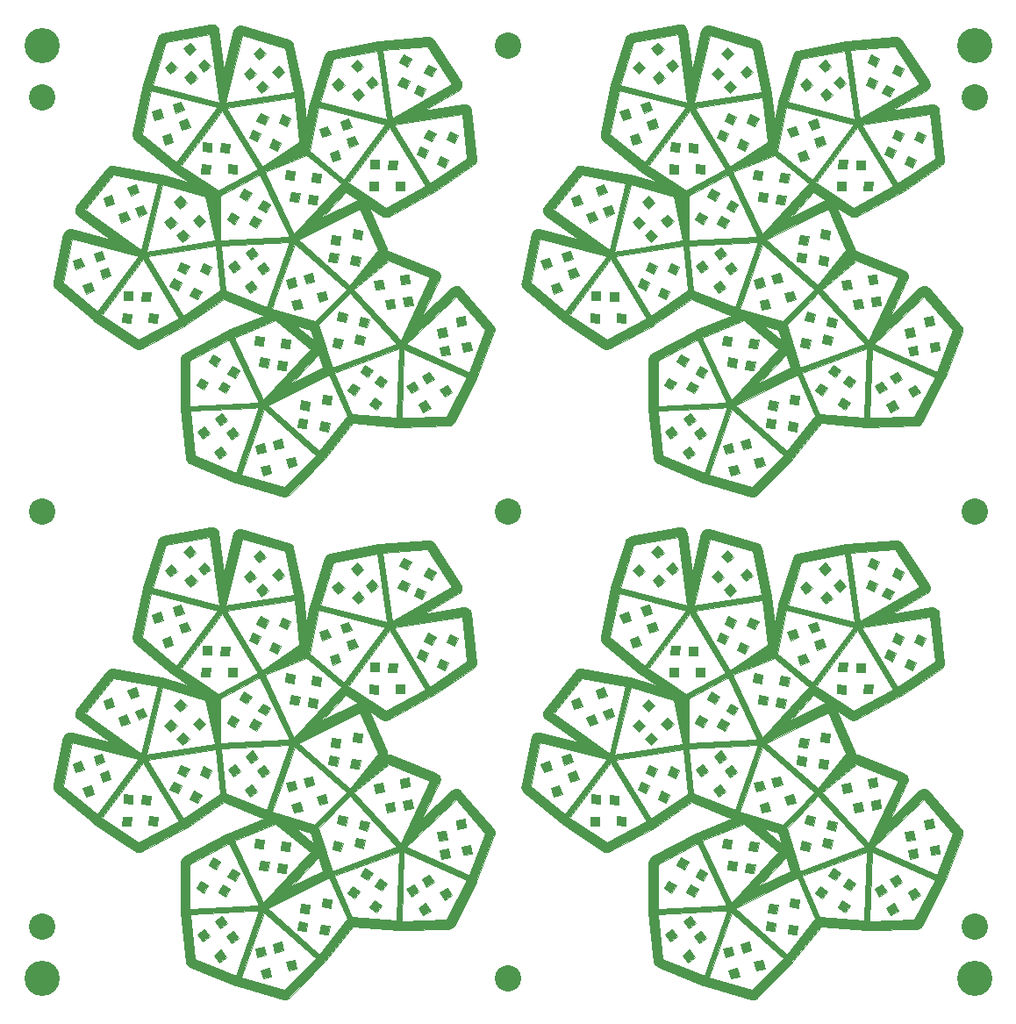
<source format=gbs>
G04 #@! TF.FileFunction,Soldermask,Bot*
%FSLAX46Y46*%
G04 Gerber Fmt 4.6, Leading zero omitted, Abs format (unit mm)*
G04 Created by KiCad (PCBNEW 4.0.4+dfsg1-stable) date Sat Feb  4 15:40:44 2017*
%MOMM*%
%LPD*%
G01*
G04 APERTURE LIST*
%ADD10C,0.100000*%
%ADD11C,0.002540*%
%ADD12C,2.540000*%
%ADD13C,3.400000*%
G04 APERTURE END LIST*
D10*
D11*
G36*
X21465540Y-2941320D02*
X21394420Y-2943860D01*
X21325840Y-2954020D01*
X16662400Y-3835400D01*
X16568420Y-3860800D01*
X16479520Y-3901440D01*
X16398240Y-3952240D01*
X16327120Y-4018280D01*
X16266160Y-4091940D01*
X16215360Y-4175760D01*
X16177260Y-4264660D01*
X14749780Y-8785860D01*
X14732000Y-8849360D01*
X13784580Y-13500100D01*
X13771880Y-13596620D01*
X13776960Y-13693140D01*
X13792200Y-13789660D01*
X13825220Y-13878560D01*
X13870940Y-13964920D01*
X13929360Y-14041120D01*
X14000480Y-14112240D01*
X17645380Y-17147540D01*
X17698720Y-17185640D01*
X19268440Y-18237200D01*
X16649700Y-17467580D01*
X16583660Y-17449800D01*
X11915140Y-16601440D01*
X11818620Y-16591280D01*
X11719560Y-16596360D01*
X11625580Y-16616680D01*
X11536680Y-16649700D01*
X11452860Y-16697960D01*
X11376660Y-16756380D01*
X11308080Y-16830040D01*
X8351520Y-20538440D01*
X8290560Y-20627340D01*
X8247380Y-20721320D01*
X8221980Y-20817840D01*
X8211820Y-20919440D01*
X8219440Y-21018500D01*
X8239760Y-21117560D01*
X8277860Y-21211540D01*
X8328660Y-21297900D01*
X8394700Y-21376640D01*
X8475980Y-21445220D01*
X11650980Y-23715980D01*
X7868920Y-22738080D01*
X7764780Y-22720300D01*
X7660640Y-22720300D01*
X7559040Y-22735540D01*
X7465060Y-22768560D01*
X7376160Y-22814280D01*
X7294880Y-22875240D01*
X7223760Y-22946360D01*
X7165340Y-23030180D01*
X7119620Y-23121620D01*
X7091680Y-23225760D01*
X6149340Y-27873960D01*
X6136640Y-27973020D01*
X6139180Y-28069540D01*
X6156960Y-28163520D01*
X6189980Y-28254960D01*
X6235700Y-28341320D01*
X6294120Y-28417520D01*
X6362700Y-28486100D01*
X9987280Y-31498540D01*
X9966960Y-31478220D01*
X10012680Y-31518860D01*
X10063480Y-31556960D01*
X14010640Y-34188400D01*
X14097000Y-34236660D01*
X14185900Y-34272220D01*
X14282420Y-34290000D01*
X14376400Y-34295080D01*
X14472920Y-34284920D01*
X14566900Y-34259520D01*
X14658340Y-34221420D01*
X18844260Y-31991300D01*
X18902680Y-31958280D01*
X22557740Y-29486860D01*
X26421080Y-31066740D01*
X26733500Y-30241240D01*
X27205940Y-30406340D01*
X27503120Y-29555440D01*
X29403040Y-24117300D01*
X34211260Y-28361640D01*
X34396680Y-28526740D01*
X34757360Y-28877260D01*
X35125660Y-28534360D01*
X38458140Y-25770840D01*
X42471340Y-27401520D01*
X39641780Y-33436560D01*
X35125660Y-28534360D01*
X34757360Y-28877260D01*
X39273480Y-33776920D01*
X37685980Y-34368740D01*
X33025080Y-36103560D01*
X33200340Y-36570920D01*
X32740600Y-36771580D01*
X34452560Y-40749220D01*
X31757620Y-44140120D01*
X31424880Y-44516040D01*
X28387040Y-47602140D01*
X24229060Y-46388020D01*
X23759160Y-46222920D01*
X19751040Y-44577000D01*
X19304000Y-40269160D01*
X19278600Y-39768780D01*
X19288760Y-35438080D01*
X23103840Y-33395920D01*
X23558500Y-33182560D01*
X27569160Y-31551880D01*
X30906720Y-34312860D01*
X31681420Y-34772600D01*
X32100520Y-36103560D01*
X29088080Y-37592000D01*
X31681420Y-34772600D01*
X30906720Y-34312860D01*
X26390600Y-39220140D01*
X26177240Y-38765480D01*
X23558500Y-33182560D01*
X23103840Y-33395920D01*
X25935940Y-39430960D01*
X19278600Y-39768780D01*
X19304000Y-40269160D01*
X25262840Y-39966900D01*
X25963880Y-39931340D01*
X23759160Y-46222920D01*
X24229060Y-46388020D01*
X26433780Y-40101520D01*
X31424880Y-44516040D01*
X31757620Y-44140120D01*
X26766520Y-39723060D01*
X32740600Y-36771580D01*
X32740600Y-36771580D01*
X33200340Y-36570920D01*
X39448740Y-34244280D01*
X39946580Y-34264600D01*
X46037500Y-36972240D01*
X46240700Y-36517580D01*
X46210220Y-36502340D01*
X40152320Y-33804860D01*
X44960540Y-29192220D01*
X44960540Y-29192220D01*
X47790100Y-32471360D01*
X46240700Y-36517580D01*
X46037500Y-36972240D01*
X44069000Y-40830500D01*
X39740840Y-40924480D01*
X39946580Y-34264600D01*
X39448740Y-34244280D01*
X39448740Y-34244280D01*
X39245540Y-40733980D01*
X39240460Y-40909240D01*
X34925000Y-40546020D01*
X33200340Y-36570920D01*
X33025080Y-36103560D01*
X31729680Y-31970980D01*
X33855660Y-29794200D01*
X34757360Y-28877260D01*
X34396680Y-28526740D01*
X34729420Y-28153360D01*
X34686240Y-28115260D01*
X29735780Y-23738840D01*
X35707320Y-20782280D01*
X35493960Y-19903440D01*
X32054800Y-21605240D01*
X34328100Y-19131280D01*
X35493960Y-19903440D01*
X35707320Y-20782280D01*
X37421820Y-24759920D01*
X34729420Y-28153360D01*
X34396680Y-28526740D01*
X33528000Y-29413200D01*
X31363920Y-31617920D01*
X30939740Y-32412940D01*
X31275020Y-33474660D01*
X29476700Y-31986220D01*
X30939740Y-32412940D01*
X31363920Y-31617920D01*
X27205940Y-30406340D01*
X26733500Y-30241240D01*
X22725380Y-28600400D01*
X22273260Y-24292560D01*
X21775420Y-24343360D01*
X21699220Y-23848060D01*
X17332960Y-24526240D01*
X15115540Y-24871680D01*
X16652240Y-18387060D01*
X16167100Y-18270220D01*
X14625320Y-24757380D01*
X9204960Y-20881340D01*
X11904980Y-17495520D01*
X16167100Y-18270220D01*
X16652240Y-18387060D01*
X20807680Y-19608800D01*
X21699220Y-23848060D01*
X21775420Y-24343360D01*
X22214840Y-28651200D01*
X18625820Y-31079440D01*
X18199100Y-31335980D01*
X14373860Y-33373060D01*
X10774680Y-30970220D01*
X10370820Y-30670500D01*
X7043420Y-27904440D01*
X7901940Y-23657560D01*
X14358620Y-25326340D01*
X10370820Y-30670500D01*
X10774680Y-30970220D01*
X14759940Y-25626060D01*
X14759940Y-25626060D01*
X14759940Y-25626060D01*
X18199100Y-31335980D01*
X18625820Y-31079440D01*
X15186660Y-25366980D01*
X21775420Y-24343360D01*
X22273260Y-24292560D01*
X22247860Y-23792180D01*
X22252940Y-19461480D01*
X26068020Y-17416780D01*
X26522680Y-17200880D01*
X30530800Y-15567660D01*
X30848300Y-15181580D01*
X31701740Y-10937240D01*
X31826200Y-10452100D01*
X33124140Y-6319520D01*
X37373560Y-5504180D01*
X37871400Y-5435600D01*
X42184320Y-5072380D01*
X44549060Y-8699500D01*
X38780720Y-12039600D01*
X37871400Y-5435600D01*
X37373560Y-5504180D01*
X38282880Y-12108180D01*
X31826200Y-10452100D01*
X31701740Y-10937240D01*
X36555680Y-12181840D01*
X38160960Y-12593320D01*
X38559740Y-12895580D01*
X38559740Y-12895580D01*
X42014140Y-18595340D01*
X42440860Y-18336260D01*
X38991540Y-12633960D01*
X45570140Y-11590020D01*
X46022260Y-15897860D01*
X42440860Y-18336260D01*
X42014140Y-18595340D01*
X38196520Y-20637500D01*
X34587180Y-18244820D01*
X38559740Y-12895580D01*
X38559740Y-12895580D01*
X38160960Y-12593320D01*
X34188400Y-17940020D01*
X30848300Y-15181580D01*
X30530800Y-15567660D01*
X30673040Y-15687040D01*
X33865820Y-18331180D01*
X29357320Y-23235920D01*
X26522680Y-17200880D01*
X26068020Y-17416780D01*
X25834340Y-16972280D01*
X26263600Y-16715740D01*
X22829520Y-11005820D01*
X29415740Y-9979660D01*
X29339540Y-9486900D01*
X22750780Y-10507980D01*
X24292560Y-4025900D01*
X28448000Y-5247640D01*
X29339540Y-9486900D01*
X29415740Y-9979660D01*
X29852620Y-14290040D01*
X26263600Y-16715740D01*
X25834340Y-16972280D01*
X22011640Y-19006820D01*
X18407380Y-16601440D01*
X18006060Y-16301720D01*
X14678660Y-13528040D01*
X15542260Y-9288780D01*
X15669260Y-8801100D01*
X16974820Y-4673600D01*
X21229320Y-3868420D01*
X22123400Y-10474960D01*
X15669260Y-8801100D01*
X15542260Y-9288780D01*
X15542260Y-9288780D01*
X21996400Y-10960100D01*
X21996400Y-10960100D01*
X18006060Y-16301720D01*
X18407380Y-16601440D01*
X21521420Y-12433300D01*
X22397720Y-11259820D01*
X25834340Y-16972280D01*
X26068020Y-17416780D01*
X28905200Y-23449280D01*
X22247860Y-23792180D01*
X22273260Y-24292560D01*
X28930600Y-23947120D01*
X26733500Y-30241240D01*
X26421080Y-31066740D01*
X22981920Y-32463740D01*
X22938740Y-32484060D01*
X22936200Y-32486600D01*
X22936200Y-32486600D01*
X22933660Y-32486600D01*
X22918420Y-32494220D01*
X18740120Y-34731960D01*
X18656300Y-34785300D01*
X18585180Y-34848800D01*
X18521680Y-34922460D01*
X18473420Y-35006280D01*
X18435320Y-35095180D01*
X18415000Y-35189160D01*
X18407380Y-35288220D01*
X18397220Y-40030400D01*
X18399760Y-40098980D01*
X18889980Y-44818300D01*
X18907760Y-44914820D01*
X18940780Y-45006260D01*
X18986500Y-45090080D01*
X19042380Y-45168820D01*
X19110960Y-45234860D01*
X19189700Y-45290740D01*
X19278600Y-45336460D01*
X23667720Y-47139860D01*
X23731220Y-47160180D01*
X28285440Y-48491140D01*
X28381960Y-48511460D01*
X28478480Y-48516540D01*
X28572460Y-48506380D01*
X28666440Y-48480980D01*
X28755340Y-48442880D01*
X28836620Y-48392080D01*
X28912820Y-48326040D01*
X32240220Y-44945300D01*
X32283400Y-44897040D01*
X35031680Y-41442640D01*
X39428420Y-41810940D01*
X39494460Y-41810940D01*
X44239180Y-41709340D01*
X44335700Y-41699180D01*
X44429680Y-41673780D01*
X44518580Y-41635680D01*
X44599860Y-41584880D01*
X44673520Y-41523920D01*
X44737020Y-41447720D01*
X44787820Y-41363900D01*
X46944280Y-37139880D01*
X46972220Y-37078920D01*
X48666400Y-32646620D01*
X48694340Y-32552640D01*
X48707040Y-32456120D01*
X48704500Y-32359600D01*
X48689260Y-32265620D01*
X48658780Y-32174180D01*
X48613060Y-32087820D01*
X48554640Y-32009080D01*
X45455840Y-28417520D01*
X45379640Y-28341320D01*
X45295820Y-28282900D01*
X45204380Y-28239720D01*
X45105320Y-28209240D01*
X45006260Y-28199080D01*
X44907200Y-28201620D01*
X44808140Y-28219400D01*
X44711620Y-28254960D01*
X44622720Y-28305760D01*
X44538900Y-28374340D01*
X41722040Y-31074360D01*
X43380660Y-27536140D01*
X43418760Y-27437080D01*
X43436540Y-27335480D01*
X43439080Y-27233880D01*
X43426380Y-27134820D01*
X43395900Y-27038300D01*
X43352720Y-26946860D01*
X43296840Y-26865580D01*
X43225720Y-26791920D01*
X43141900Y-26730960D01*
X43045380Y-26682700D01*
X38651180Y-24899620D01*
X38574980Y-24874220D01*
X38496240Y-24858980D01*
X38417500Y-24853900D01*
X38338760Y-24856440D01*
X38341300Y-24777700D01*
X38333680Y-24698960D01*
X38315900Y-24622760D01*
X38290500Y-24546560D01*
X36606480Y-20642580D01*
X37833300Y-21455380D01*
X37917120Y-21503640D01*
X38008560Y-21536660D01*
X38102540Y-21556980D01*
X38199060Y-21562060D01*
X38295580Y-21551900D01*
X38389560Y-21526500D01*
X38481000Y-21485860D01*
X42661840Y-19248120D01*
X42720260Y-19212560D01*
X46642020Y-16543020D01*
X46718220Y-16482060D01*
X46784260Y-16410940D01*
X46837600Y-16329660D01*
X46878240Y-16243300D01*
X46903640Y-16149320D01*
X46916340Y-16052800D01*
X46913800Y-15956280D01*
X46421040Y-11236960D01*
X46400720Y-11132820D01*
X46365160Y-11036300D01*
X46314360Y-10947400D01*
X46250860Y-10868660D01*
X46177200Y-10802620D01*
X46093380Y-10746740D01*
X46001940Y-10706100D01*
X45902880Y-10680700D01*
X45798740Y-10670540D01*
X45694600Y-10678160D01*
X41838880Y-11287760D01*
X45219620Y-9329420D01*
X45308520Y-9268460D01*
X45382180Y-9197340D01*
X45440600Y-9116060D01*
X45486320Y-9024620D01*
X45516800Y-8930640D01*
X45532040Y-8831580D01*
X45532040Y-8729980D01*
X45516800Y-8630920D01*
X45483780Y-8531860D01*
X45432980Y-8437880D01*
X42842180Y-4465320D01*
X42781220Y-4386580D01*
X42710100Y-4320540D01*
X42631360Y-4264660D01*
X42545000Y-4221480D01*
X42453560Y-4193540D01*
X42357040Y-4178300D01*
X42260520Y-4180840D01*
X37533580Y-4579620D01*
X37467540Y-4587240D01*
X32809180Y-5481320D01*
X32715200Y-5506720D01*
X32626300Y-5547360D01*
X32545020Y-5598160D01*
X32473900Y-5664200D01*
X32412940Y-5737860D01*
X32362140Y-5821680D01*
X32326580Y-5913120D01*
X30906720Y-10439400D01*
X30888940Y-10502900D01*
X30533340Y-12273280D01*
X30266640Y-9629140D01*
X30256480Y-9563100D01*
X29281120Y-4919980D01*
X29253180Y-4826000D01*
X29210000Y-4737100D01*
X29156660Y-4658360D01*
X29090620Y-4587240D01*
X29016960Y-4526280D01*
X28933140Y-4478020D01*
X28839160Y-4442460D01*
X24290020Y-3103880D01*
X24183340Y-3083560D01*
X24081740Y-3078480D01*
X23980140Y-3091180D01*
X23883620Y-3121660D01*
X23792180Y-3164840D01*
X23710900Y-3220720D01*
X23637240Y-3291840D01*
X23576280Y-3370580D01*
X23528020Y-3464560D01*
X23495000Y-3563620D01*
X22593300Y-7360920D01*
X22067520Y-3489960D01*
X22047200Y-3390900D01*
X22011640Y-3299460D01*
X21960840Y-3215640D01*
X21899880Y-3139440D01*
X21828760Y-3073400D01*
X21750020Y-3020060D01*
X21661120Y-2981960D01*
X21564600Y-2954020D01*
X21465540Y-2941320D01*
X21465540Y-2941320D01*
X21465540Y-2941320D01*
G37*
X21465540Y-2941320D02*
X21394420Y-2943860D01*
X21325840Y-2954020D01*
X16662400Y-3835400D01*
X16568420Y-3860800D01*
X16479520Y-3901440D01*
X16398240Y-3952240D01*
X16327120Y-4018280D01*
X16266160Y-4091940D01*
X16215360Y-4175760D01*
X16177260Y-4264660D01*
X14749780Y-8785860D01*
X14732000Y-8849360D01*
X13784580Y-13500100D01*
X13771880Y-13596620D01*
X13776960Y-13693140D01*
X13792200Y-13789660D01*
X13825220Y-13878560D01*
X13870940Y-13964920D01*
X13929360Y-14041120D01*
X14000480Y-14112240D01*
X17645380Y-17147540D01*
X17698720Y-17185640D01*
X19268440Y-18237200D01*
X16649700Y-17467580D01*
X16583660Y-17449800D01*
X11915140Y-16601440D01*
X11818620Y-16591280D01*
X11719560Y-16596360D01*
X11625580Y-16616680D01*
X11536680Y-16649700D01*
X11452860Y-16697960D01*
X11376660Y-16756380D01*
X11308080Y-16830040D01*
X8351520Y-20538440D01*
X8290560Y-20627340D01*
X8247380Y-20721320D01*
X8221980Y-20817840D01*
X8211820Y-20919440D01*
X8219440Y-21018500D01*
X8239760Y-21117560D01*
X8277860Y-21211540D01*
X8328660Y-21297900D01*
X8394700Y-21376640D01*
X8475980Y-21445220D01*
X11650980Y-23715980D01*
X7868920Y-22738080D01*
X7764780Y-22720300D01*
X7660640Y-22720300D01*
X7559040Y-22735540D01*
X7465060Y-22768560D01*
X7376160Y-22814280D01*
X7294880Y-22875240D01*
X7223760Y-22946360D01*
X7165340Y-23030180D01*
X7119620Y-23121620D01*
X7091680Y-23225760D01*
X6149340Y-27873960D01*
X6136640Y-27973020D01*
X6139180Y-28069540D01*
X6156960Y-28163520D01*
X6189980Y-28254960D01*
X6235700Y-28341320D01*
X6294120Y-28417520D01*
X6362700Y-28486100D01*
X9987280Y-31498540D01*
X9966960Y-31478220D01*
X10012680Y-31518860D01*
X10063480Y-31556960D01*
X14010640Y-34188400D01*
X14097000Y-34236660D01*
X14185900Y-34272220D01*
X14282420Y-34290000D01*
X14376400Y-34295080D01*
X14472920Y-34284920D01*
X14566900Y-34259520D01*
X14658340Y-34221420D01*
X18844260Y-31991300D01*
X18902680Y-31958280D01*
X22557740Y-29486860D01*
X26421080Y-31066740D01*
X26733500Y-30241240D01*
X27205940Y-30406340D01*
X27503120Y-29555440D01*
X29403040Y-24117300D01*
X34211260Y-28361640D01*
X34396680Y-28526740D01*
X34757360Y-28877260D01*
X35125660Y-28534360D01*
X38458140Y-25770840D01*
X42471340Y-27401520D01*
X39641780Y-33436560D01*
X35125660Y-28534360D01*
X34757360Y-28877260D01*
X39273480Y-33776920D01*
X37685980Y-34368740D01*
X33025080Y-36103560D01*
X33200340Y-36570920D01*
X32740600Y-36771580D01*
X34452560Y-40749220D01*
X31757620Y-44140120D01*
X31424880Y-44516040D01*
X28387040Y-47602140D01*
X24229060Y-46388020D01*
X23759160Y-46222920D01*
X19751040Y-44577000D01*
X19304000Y-40269160D01*
X19278600Y-39768780D01*
X19288760Y-35438080D01*
X23103840Y-33395920D01*
X23558500Y-33182560D01*
X27569160Y-31551880D01*
X30906720Y-34312860D01*
X31681420Y-34772600D01*
X32100520Y-36103560D01*
X29088080Y-37592000D01*
X31681420Y-34772600D01*
X30906720Y-34312860D01*
X26390600Y-39220140D01*
X26177240Y-38765480D01*
X23558500Y-33182560D01*
X23103840Y-33395920D01*
X25935940Y-39430960D01*
X19278600Y-39768780D01*
X19304000Y-40269160D01*
X25262840Y-39966900D01*
X25963880Y-39931340D01*
X23759160Y-46222920D01*
X24229060Y-46388020D01*
X26433780Y-40101520D01*
X31424880Y-44516040D01*
X31757620Y-44140120D01*
X26766520Y-39723060D01*
X32740600Y-36771580D01*
X32740600Y-36771580D01*
X33200340Y-36570920D01*
X39448740Y-34244280D01*
X39946580Y-34264600D01*
X46037500Y-36972240D01*
X46240700Y-36517580D01*
X46210220Y-36502340D01*
X40152320Y-33804860D01*
X44960540Y-29192220D01*
X44960540Y-29192220D01*
X47790100Y-32471360D01*
X46240700Y-36517580D01*
X46037500Y-36972240D01*
X44069000Y-40830500D01*
X39740840Y-40924480D01*
X39946580Y-34264600D01*
X39448740Y-34244280D01*
X39448740Y-34244280D01*
X39245540Y-40733980D01*
X39240460Y-40909240D01*
X34925000Y-40546020D01*
X33200340Y-36570920D01*
X33025080Y-36103560D01*
X31729680Y-31970980D01*
X33855660Y-29794200D01*
X34757360Y-28877260D01*
X34396680Y-28526740D01*
X34729420Y-28153360D01*
X34686240Y-28115260D01*
X29735780Y-23738840D01*
X35707320Y-20782280D01*
X35493960Y-19903440D01*
X32054800Y-21605240D01*
X34328100Y-19131280D01*
X35493960Y-19903440D01*
X35707320Y-20782280D01*
X37421820Y-24759920D01*
X34729420Y-28153360D01*
X34396680Y-28526740D01*
X33528000Y-29413200D01*
X31363920Y-31617920D01*
X30939740Y-32412940D01*
X31275020Y-33474660D01*
X29476700Y-31986220D01*
X30939740Y-32412940D01*
X31363920Y-31617920D01*
X27205940Y-30406340D01*
X26733500Y-30241240D01*
X22725380Y-28600400D01*
X22273260Y-24292560D01*
X21775420Y-24343360D01*
X21699220Y-23848060D01*
X17332960Y-24526240D01*
X15115540Y-24871680D01*
X16652240Y-18387060D01*
X16167100Y-18270220D01*
X14625320Y-24757380D01*
X9204960Y-20881340D01*
X11904980Y-17495520D01*
X16167100Y-18270220D01*
X16652240Y-18387060D01*
X20807680Y-19608800D01*
X21699220Y-23848060D01*
X21775420Y-24343360D01*
X22214840Y-28651200D01*
X18625820Y-31079440D01*
X18199100Y-31335980D01*
X14373860Y-33373060D01*
X10774680Y-30970220D01*
X10370820Y-30670500D01*
X7043420Y-27904440D01*
X7901940Y-23657560D01*
X14358620Y-25326340D01*
X10370820Y-30670500D01*
X10774680Y-30970220D01*
X14759940Y-25626060D01*
X14759940Y-25626060D01*
X14759940Y-25626060D01*
X18199100Y-31335980D01*
X18625820Y-31079440D01*
X15186660Y-25366980D01*
X21775420Y-24343360D01*
X22273260Y-24292560D01*
X22247860Y-23792180D01*
X22252940Y-19461480D01*
X26068020Y-17416780D01*
X26522680Y-17200880D01*
X30530800Y-15567660D01*
X30848300Y-15181580D01*
X31701740Y-10937240D01*
X31826200Y-10452100D01*
X33124140Y-6319520D01*
X37373560Y-5504180D01*
X37871400Y-5435600D01*
X42184320Y-5072380D01*
X44549060Y-8699500D01*
X38780720Y-12039600D01*
X37871400Y-5435600D01*
X37373560Y-5504180D01*
X38282880Y-12108180D01*
X31826200Y-10452100D01*
X31701740Y-10937240D01*
X36555680Y-12181840D01*
X38160960Y-12593320D01*
X38559740Y-12895580D01*
X38559740Y-12895580D01*
X42014140Y-18595340D01*
X42440860Y-18336260D01*
X38991540Y-12633960D01*
X45570140Y-11590020D01*
X46022260Y-15897860D01*
X42440860Y-18336260D01*
X42014140Y-18595340D01*
X38196520Y-20637500D01*
X34587180Y-18244820D01*
X38559740Y-12895580D01*
X38559740Y-12895580D01*
X38160960Y-12593320D01*
X34188400Y-17940020D01*
X30848300Y-15181580D01*
X30530800Y-15567660D01*
X30673040Y-15687040D01*
X33865820Y-18331180D01*
X29357320Y-23235920D01*
X26522680Y-17200880D01*
X26068020Y-17416780D01*
X25834340Y-16972280D01*
X26263600Y-16715740D01*
X22829520Y-11005820D01*
X29415740Y-9979660D01*
X29339540Y-9486900D01*
X22750780Y-10507980D01*
X24292560Y-4025900D01*
X28448000Y-5247640D01*
X29339540Y-9486900D01*
X29415740Y-9979660D01*
X29852620Y-14290040D01*
X26263600Y-16715740D01*
X25834340Y-16972280D01*
X22011640Y-19006820D01*
X18407380Y-16601440D01*
X18006060Y-16301720D01*
X14678660Y-13528040D01*
X15542260Y-9288780D01*
X15669260Y-8801100D01*
X16974820Y-4673600D01*
X21229320Y-3868420D01*
X22123400Y-10474960D01*
X15669260Y-8801100D01*
X15542260Y-9288780D01*
X15542260Y-9288780D01*
X21996400Y-10960100D01*
X21996400Y-10960100D01*
X18006060Y-16301720D01*
X18407380Y-16601440D01*
X21521420Y-12433300D01*
X22397720Y-11259820D01*
X25834340Y-16972280D01*
X26068020Y-17416780D01*
X28905200Y-23449280D01*
X22247860Y-23792180D01*
X22273260Y-24292560D01*
X28930600Y-23947120D01*
X26733500Y-30241240D01*
X26421080Y-31066740D01*
X22981920Y-32463740D01*
X22938740Y-32484060D01*
X22936200Y-32486600D01*
X22936200Y-32486600D01*
X22933660Y-32486600D01*
X22918420Y-32494220D01*
X18740120Y-34731960D01*
X18656300Y-34785300D01*
X18585180Y-34848800D01*
X18521680Y-34922460D01*
X18473420Y-35006280D01*
X18435320Y-35095180D01*
X18415000Y-35189160D01*
X18407380Y-35288220D01*
X18397220Y-40030400D01*
X18399760Y-40098980D01*
X18889980Y-44818300D01*
X18907760Y-44914820D01*
X18940780Y-45006260D01*
X18986500Y-45090080D01*
X19042380Y-45168820D01*
X19110960Y-45234860D01*
X19189700Y-45290740D01*
X19278600Y-45336460D01*
X23667720Y-47139860D01*
X23731220Y-47160180D01*
X28285440Y-48491140D01*
X28381960Y-48511460D01*
X28478480Y-48516540D01*
X28572460Y-48506380D01*
X28666440Y-48480980D01*
X28755340Y-48442880D01*
X28836620Y-48392080D01*
X28912820Y-48326040D01*
X32240220Y-44945300D01*
X32283400Y-44897040D01*
X35031680Y-41442640D01*
X39428420Y-41810940D01*
X39494460Y-41810940D01*
X44239180Y-41709340D01*
X44335700Y-41699180D01*
X44429680Y-41673780D01*
X44518580Y-41635680D01*
X44599860Y-41584880D01*
X44673520Y-41523920D01*
X44737020Y-41447720D01*
X44787820Y-41363900D01*
X46944280Y-37139880D01*
X46972220Y-37078920D01*
X48666400Y-32646620D01*
X48694340Y-32552640D01*
X48707040Y-32456120D01*
X48704500Y-32359600D01*
X48689260Y-32265620D01*
X48658780Y-32174180D01*
X48613060Y-32087820D01*
X48554640Y-32009080D01*
X45455840Y-28417520D01*
X45379640Y-28341320D01*
X45295820Y-28282900D01*
X45204380Y-28239720D01*
X45105320Y-28209240D01*
X45006260Y-28199080D01*
X44907200Y-28201620D01*
X44808140Y-28219400D01*
X44711620Y-28254960D01*
X44622720Y-28305760D01*
X44538900Y-28374340D01*
X41722040Y-31074360D01*
X43380660Y-27536140D01*
X43418760Y-27437080D01*
X43436540Y-27335480D01*
X43439080Y-27233880D01*
X43426380Y-27134820D01*
X43395900Y-27038300D01*
X43352720Y-26946860D01*
X43296840Y-26865580D01*
X43225720Y-26791920D01*
X43141900Y-26730960D01*
X43045380Y-26682700D01*
X38651180Y-24899620D01*
X38574980Y-24874220D01*
X38496240Y-24858980D01*
X38417500Y-24853900D01*
X38338760Y-24856440D01*
X38341300Y-24777700D01*
X38333680Y-24698960D01*
X38315900Y-24622760D01*
X38290500Y-24546560D01*
X36606480Y-20642580D01*
X37833300Y-21455380D01*
X37917120Y-21503640D01*
X38008560Y-21536660D01*
X38102540Y-21556980D01*
X38199060Y-21562060D01*
X38295580Y-21551900D01*
X38389560Y-21526500D01*
X38481000Y-21485860D01*
X42661840Y-19248120D01*
X42720260Y-19212560D01*
X46642020Y-16543020D01*
X46718220Y-16482060D01*
X46784260Y-16410940D01*
X46837600Y-16329660D01*
X46878240Y-16243300D01*
X46903640Y-16149320D01*
X46916340Y-16052800D01*
X46913800Y-15956280D01*
X46421040Y-11236960D01*
X46400720Y-11132820D01*
X46365160Y-11036300D01*
X46314360Y-10947400D01*
X46250860Y-10868660D01*
X46177200Y-10802620D01*
X46093380Y-10746740D01*
X46001940Y-10706100D01*
X45902880Y-10680700D01*
X45798740Y-10670540D01*
X45694600Y-10678160D01*
X41838880Y-11287760D01*
X45219620Y-9329420D01*
X45308520Y-9268460D01*
X45382180Y-9197340D01*
X45440600Y-9116060D01*
X45486320Y-9024620D01*
X45516800Y-8930640D01*
X45532040Y-8831580D01*
X45532040Y-8729980D01*
X45516800Y-8630920D01*
X45483780Y-8531860D01*
X45432980Y-8437880D01*
X42842180Y-4465320D01*
X42781220Y-4386580D01*
X42710100Y-4320540D01*
X42631360Y-4264660D01*
X42545000Y-4221480D01*
X42453560Y-4193540D01*
X42357040Y-4178300D01*
X42260520Y-4180840D01*
X37533580Y-4579620D01*
X37467540Y-4587240D01*
X32809180Y-5481320D01*
X32715200Y-5506720D01*
X32626300Y-5547360D01*
X32545020Y-5598160D01*
X32473900Y-5664200D01*
X32412940Y-5737860D01*
X32362140Y-5821680D01*
X32326580Y-5913120D01*
X30906720Y-10439400D01*
X30888940Y-10502900D01*
X30533340Y-12273280D01*
X30266640Y-9629140D01*
X30256480Y-9563100D01*
X29281120Y-4919980D01*
X29253180Y-4826000D01*
X29210000Y-4737100D01*
X29156660Y-4658360D01*
X29090620Y-4587240D01*
X29016960Y-4526280D01*
X28933140Y-4478020D01*
X28839160Y-4442460D01*
X24290020Y-3103880D01*
X24183340Y-3083560D01*
X24081740Y-3078480D01*
X23980140Y-3091180D01*
X23883620Y-3121660D01*
X23792180Y-3164840D01*
X23710900Y-3220720D01*
X23637240Y-3291840D01*
X23576280Y-3370580D01*
X23528020Y-3464560D01*
X23495000Y-3563620D01*
X22593300Y-7360920D01*
X22067520Y-3489960D01*
X22047200Y-3390900D01*
X22011640Y-3299460D01*
X21960840Y-3215640D01*
X21899880Y-3139440D01*
X21828760Y-3073400D01*
X21750020Y-3020060D01*
X21661120Y-2981960D01*
X21564600Y-2954020D01*
X21465540Y-2941320D01*
X21465540Y-2941320D01*
G36*
X66621660Y-2941320D02*
X66550540Y-2943860D01*
X66479420Y-2954020D01*
X61818520Y-3835400D01*
X61724540Y-3860800D01*
X61635640Y-3901440D01*
X61554360Y-3952240D01*
X61483240Y-4018280D01*
X61419740Y-4091940D01*
X61371480Y-4175760D01*
X61333380Y-4264660D01*
X59903360Y-8785860D01*
X59888120Y-8849360D01*
X58940700Y-13500100D01*
X58928000Y-13596620D01*
X58930540Y-13693140D01*
X58948320Y-13789660D01*
X58981340Y-13878560D01*
X59027060Y-13964920D01*
X59085480Y-14041120D01*
X59154060Y-14112240D01*
X62801500Y-17147540D01*
X62854840Y-17185640D01*
X64424560Y-18237200D01*
X61803280Y-17467580D01*
X61739780Y-17449800D01*
X57071260Y-16601440D01*
X56972200Y-16591280D01*
X56875680Y-16596360D01*
X56781700Y-16616680D01*
X56692800Y-16649700D01*
X56608980Y-16697960D01*
X56532780Y-16756380D01*
X56464200Y-16830040D01*
X53505100Y-20538440D01*
X53446680Y-20627340D01*
X53403500Y-20721320D01*
X53378100Y-20817840D01*
X53367940Y-20919440D01*
X53373020Y-21018500D01*
X53395880Y-21117560D01*
X53431440Y-21211540D01*
X53484780Y-21297900D01*
X53550820Y-21376640D01*
X53632100Y-21445220D01*
X56807100Y-23715980D01*
X53025040Y-22738080D01*
X52918360Y-22720300D01*
X52816760Y-22720300D01*
X52715160Y-22735540D01*
X52618640Y-22768560D01*
X52529740Y-22814280D01*
X52451000Y-22875240D01*
X52379880Y-22946360D01*
X52321460Y-23030180D01*
X52275740Y-23121620D01*
X52245260Y-23225760D01*
X51302920Y-27873960D01*
X51292760Y-27973020D01*
X51295300Y-28069540D01*
X51313080Y-28163520D01*
X51343560Y-28254960D01*
X51389280Y-28341320D01*
X51447700Y-28417520D01*
X51518820Y-28486100D01*
X55143400Y-31498540D01*
X55123080Y-31478220D01*
X55168800Y-31518860D01*
X55219600Y-31556960D01*
X59164220Y-34188400D01*
X59250580Y-34236660D01*
X59342020Y-34272220D01*
X59436000Y-34290000D01*
X59532520Y-34295080D01*
X59629040Y-34284920D01*
X59723020Y-34259520D01*
X59811920Y-34221420D01*
X64000380Y-31991300D01*
X64058800Y-31958280D01*
X67713860Y-29486860D01*
X71577200Y-31066740D01*
X71889620Y-30241240D01*
X72359520Y-30406340D01*
X72656700Y-29555440D01*
X74559160Y-24117300D01*
X79367380Y-28361640D01*
X79552800Y-28526740D01*
X79913480Y-28877260D01*
X80281780Y-28534360D01*
X83614260Y-25770840D01*
X87627460Y-27401520D01*
X84797900Y-33436560D01*
X80281780Y-28534360D01*
X79913480Y-28877260D01*
X84429600Y-33776920D01*
X84602320Y-34244280D01*
X84401660Y-40733980D01*
X84396580Y-40909240D01*
X84894420Y-40924480D01*
X85102700Y-34264600D01*
X91193620Y-36972240D01*
X91396820Y-36517580D01*
X91366340Y-36502340D01*
X85308440Y-33804860D01*
X90116660Y-29192220D01*
X90116660Y-29192220D01*
X92946220Y-32471360D01*
X91396820Y-36517580D01*
X91193620Y-36972240D01*
X89225120Y-40830500D01*
X84894420Y-40924480D01*
X84396580Y-40909240D01*
X80078580Y-40546020D01*
X78356460Y-36570920D01*
X77896720Y-36771580D01*
X79606140Y-40749220D01*
X76913740Y-44140120D01*
X76581000Y-44516040D01*
X73543160Y-47602140D01*
X69385180Y-46388020D01*
X68915280Y-46222920D01*
X64907160Y-44577000D01*
X64460120Y-40269160D01*
X64434720Y-39768780D01*
X64442340Y-35438080D01*
X68257420Y-33395920D01*
X68257420Y-33395920D01*
X71092060Y-39430960D01*
X71546720Y-39220140D01*
X71333360Y-38765480D01*
X68714620Y-33182560D01*
X72725280Y-31551880D01*
X76060300Y-34312860D01*
X76837540Y-34772600D01*
X77256640Y-36103560D01*
X74241660Y-37592000D01*
X76837540Y-34772600D01*
X76060300Y-34312860D01*
X71546720Y-39220140D01*
X71092060Y-39430960D01*
X64434720Y-39768780D01*
X64460120Y-40269160D01*
X70418960Y-39966900D01*
X71117460Y-39931340D01*
X68915280Y-46222920D01*
X69385180Y-46388020D01*
X71587360Y-40101520D01*
X76581000Y-44516040D01*
X76913740Y-44140120D01*
X71922640Y-39723060D01*
X77896720Y-36771580D01*
X78356460Y-36570920D01*
X84602320Y-34244280D01*
X84602320Y-34244280D01*
X84429600Y-33776920D01*
X82842100Y-34368740D01*
X78181200Y-36103560D01*
X76885800Y-31970980D01*
X79011780Y-29794200D01*
X79913480Y-28877260D01*
X79552800Y-28526740D01*
X79885540Y-28153360D01*
X79842360Y-28115260D01*
X74891900Y-23738840D01*
X80863440Y-20782280D01*
X80650080Y-19903440D01*
X77210920Y-21605240D01*
X79484220Y-19131280D01*
X80650080Y-19903440D01*
X80863440Y-20782280D01*
X82577940Y-24759920D01*
X79885540Y-28153360D01*
X79552800Y-28526740D01*
X78684120Y-29413200D01*
X76520040Y-31617920D01*
X76095860Y-32412940D01*
X76428600Y-33474660D01*
X74630280Y-31986220D01*
X76095860Y-32412940D01*
X76520040Y-31617920D01*
X72359520Y-30406340D01*
X71889620Y-30241240D01*
X67881500Y-28600400D01*
X67429380Y-24292560D01*
X66931540Y-24343360D01*
X66855340Y-23848060D01*
X62486540Y-24526240D01*
X60271660Y-24871680D01*
X61808360Y-18387060D01*
X61320680Y-18270220D01*
X59778900Y-24757380D01*
X54358540Y-20881340D01*
X57061100Y-17495520D01*
X61320680Y-18270220D01*
X61808360Y-18387060D01*
X65963800Y-19608800D01*
X66855340Y-23848060D01*
X66931540Y-24343360D01*
X67370960Y-28651200D01*
X63781940Y-31079440D01*
X63352680Y-31335980D01*
X59529980Y-33373060D01*
X55930800Y-30970220D01*
X59913520Y-25626060D01*
X59514740Y-25326340D01*
X55526940Y-30670500D01*
X52197000Y-27904440D01*
X53058060Y-23657560D01*
X59514740Y-25326340D01*
X59913520Y-25626060D01*
X59913520Y-25626060D01*
X59916060Y-25626060D01*
X63352680Y-31335980D01*
X63781940Y-31079440D01*
X60342780Y-25366980D01*
X66931540Y-24343360D01*
X67429380Y-24292560D01*
X67403980Y-23792180D01*
X67409060Y-19461480D01*
X71221600Y-17416780D01*
X70990460Y-16972280D01*
X71417180Y-16715740D01*
X67983100Y-11005820D01*
X74571860Y-9979660D01*
X74493120Y-9486900D01*
X67906900Y-10507980D01*
X69448680Y-4025900D01*
X73604120Y-5247640D01*
X74493120Y-9486900D01*
X74571860Y-9979660D01*
X75006200Y-14290040D01*
X71417180Y-16715740D01*
X70990460Y-16972280D01*
X67165220Y-19006820D01*
X63563500Y-16601440D01*
X63162180Y-16301720D01*
X59834780Y-13528040D01*
X60698380Y-9288780D01*
X60825380Y-8801100D01*
X62130940Y-4673600D01*
X66385440Y-3868420D01*
X67279520Y-10474960D01*
X60825380Y-8801100D01*
X60698380Y-9288780D01*
X60698380Y-9288780D01*
X67152520Y-10960100D01*
X67152520Y-10960100D01*
X63162180Y-16301720D01*
X63563500Y-16601440D01*
X66675000Y-12433300D01*
X67553840Y-11259820D01*
X70990460Y-16972280D01*
X71221600Y-17416780D01*
X71221600Y-17416780D01*
X74061320Y-23449280D01*
X74513440Y-23235920D01*
X71678800Y-17200880D01*
X75686920Y-15567660D01*
X76004420Y-15181580D01*
X76857860Y-10937240D01*
X76982320Y-10452100D01*
X78277720Y-6319520D01*
X82529680Y-5504180D01*
X83027520Y-5435600D01*
X87340440Y-5072380D01*
X89705180Y-8699500D01*
X83934300Y-12039600D01*
X83027520Y-5435600D01*
X82529680Y-5504180D01*
X83439000Y-12108180D01*
X76982320Y-10452100D01*
X76857860Y-10937240D01*
X81709260Y-12181840D01*
X83314540Y-12593320D01*
X83713320Y-12895580D01*
X83715860Y-12895580D01*
X87170260Y-18595340D01*
X87596980Y-18336260D01*
X84145120Y-12633960D01*
X90726260Y-11590020D01*
X91178380Y-15897860D01*
X87596980Y-18336260D01*
X87170260Y-18595340D01*
X83350100Y-20637500D01*
X79743300Y-18244820D01*
X83713320Y-12895580D01*
X83314540Y-12593320D01*
X79344520Y-17940020D01*
X76004420Y-15181580D01*
X75686920Y-15567660D01*
X75829160Y-15687040D01*
X79021940Y-18331180D01*
X74513440Y-23235920D01*
X74061320Y-23449280D01*
X67403980Y-23792180D01*
X67429380Y-24292560D01*
X74086720Y-23947120D01*
X71889620Y-30241240D01*
X71577200Y-31066740D01*
X68138040Y-32463740D01*
X68094860Y-32484060D01*
X68092320Y-32486600D01*
X68089780Y-32486600D01*
X68089780Y-32486600D01*
X68074540Y-32494220D01*
X63896240Y-34731960D01*
X63812420Y-34785300D01*
X63738760Y-34848800D01*
X63677800Y-34922460D01*
X63629540Y-35006280D01*
X63591440Y-35095180D01*
X63568580Y-35189160D01*
X63560960Y-35288220D01*
X63550800Y-40030400D01*
X63555880Y-40098980D01*
X64046100Y-44818300D01*
X64063880Y-44914820D01*
X64096900Y-45006260D01*
X64142620Y-45090080D01*
X64198500Y-45168820D01*
X64267080Y-45234860D01*
X64345820Y-45290740D01*
X64434720Y-45336460D01*
X68821300Y-47139860D01*
X68884800Y-47160180D01*
X73439020Y-48491140D01*
X73535540Y-48511460D01*
X73634600Y-48516540D01*
X73728580Y-48506380D01*
X73822560Y-48480980D01*
X73911460Y-48442880D01*
X73992740Y-48392080D01*
X74066400Y-48326040D01*
X77396340Y-44945300D01*
X77439520Y-44897040D01*
X80187800Y-41442640D01*
X84584540Y-41810940D01*
X84650580Y-41810940D01*
X89392760Y-41709340D01*
X89491820Y-41699180D01*
X89585800Y-41673780D01*
X89674700Y-41635680D01*
X89755980Y-41584880D01*
X89829640Y-41523920D01*
X89890600Y-41447720D01*
X89943940Y-41363900D01*
X92100400Y-37139880D01*
X92125800Y-37078920D01*
X93822520Y-32646620D01*
X93850460Y-32552640D01*
X93863160Y-32456120D01*
X93860620Y-32359600D01*
X93845380Y-32265620D01*
X93814900Y-32174180D01*
X93769180Y-32087820D01*
X93710760Y-32009080D01*
X90611960Y-28417520D01*
X90535760Y-28341320D01*
X90449400Y-28282900D01*
X90357960Y-28239720D01*
X90261440Y-28209240D01*
X90162380Y-28199080D01*
X90063320Y-28201620D01*
X89964260Y-28219400D01*
X89867740Y-28254960D01*
X89778840Y-28305760D01*
X89695020Y-28374340D01*
X86878160Y-31074360D01*
X88536780Y-27536140D01*
X88574880Y-27437080D01*
X88592660Y-27335480D01*
X88595200Y-27233880D01*
X88582500Y-27134820D01*
X88552020Y-27038300D01*
X88508840Y-26946860D01*
X88450420Y-26865580D01*
X88379300Y-26791920D01*
X88298020Y-26730960D01*
X88201500Y-26682700D01*
X83807300Y-24899620D01*
X83731100Y-24874220D01*
X83652360Y-24858980D01*
X83573620Y-24853900D01*
X83494880Y-24856440D01*
X83497420Y-24777700D01*
X83489800Y-24698960D01*
X83472020Y-24622760D01*
X83446620Y-24546560D01*
X81762600Y-20642580D01*
X82986880Y-21455380D01*
X83073240Y-21503640D01*
X83164680Y-21536660D01*
X83258660Y-21556980D01*
X83355180Y-21562060D01*
X83451700Y-21551900D01*
X83545680Y-21526500D01*
X83634580Y-21485860D01*
X87817960Y-19248120D01*
X87876380Y-19212560D01*
X91798140Y-16543020D01*
X91874340Y-16482060D01*
X91940380Y-16410940D01*
X91993720Y-16329660D01*
X92034360Y-16243300D01*
X92059760Y-16149320D01*
X92072460Y-16052800D01*
X92069920Y-15956280D01*
X91577160Y-11236960D01*
X91556840Y-11132820D01*
X91521280Y-11036300D01*
X91470480Y-10947400D01*
X91406980Y-10868660D01*
X91333320Y-10802620D01*
X91249500Y-10746740D01*
X91155520Y-10706100D01*
X91059000Y-10680700D01*
X90954860Y-10670540D01*
X90848180Y-10678160D01*
X86995000Y-11287760D01*
X90375740Y-9329420D01*
X90462100Y-9268460D01*
X90535760Y-9197340D01*
X90596720Y-9116060D01*
X90642440Y-9024620D01*
X90672920Y-8930640D01*
X90688160Y-8831580D01*
X90688160Y-8729980D01*
X90672920Y-8630920D01*
X90637360Y-8531860D01*
X90586560Y-8437880D01*
X87998300Y-4465320D01*
X87937340Y-4386580D01*
X87866220Y-4320540D01*
X87787480Y-4264660D01*
X87701120Y-4221480D01*
X87609680Y-4193540D01*
X87513160Y-4178300D01*
X87414100Y-4180840D01*
X82689700Y-4579620D01*
X82623660Y-4587240D01*
X77965300Y-5481320D01*
X77871320Y-5506720D01*
X77782420Y-5547360D01*
X77701140Y-5598160D01*
X77630020Y-5664200D01*
X77569060Y-5737860D01*
X77518260Y-5821680D01*
X77482700Y-5913120D01*
X76062840Y-10439400D01*
X76045060Y-10502900D01*
X75689460Y-12273280D01*
X75422760Y-9629140D01*
X75410060Y-9563100D01*
X74434700Y-4919980D01*
X74406760Y-4826000D01*
X74366120Y-4737100D01*
X74312780Y-4658360D01*
X74246740Y-4587240D01*
X74173080Y-4526280D01*
X74086720Y-4478020D01*
X73995280Y-4442460D01*
X69443600Y-3103880D01*
X69339460Y-3083560D01*
X69235320Y-3078480D01*
X69136260Y-3091180D01*
X69039740Y-3121660D01*
X68948300Y-3164840D01*
X68867020Y-3220720D01*
X68793360Y-3291840D01*
X68732400Y-3370580D01*
X68684140Y-3464560D01*
X68651120Y-3563620D01*
X67746880Y-7360920D01*
X67223640Y-3489960D01*
X67203320Y-3390900D01*
X67167760Y-3299460D01*
X67116960Y-3215640D01*
X67056000Y-3139440D01*
X66984880Y-3073400D01*
X66903600Y-3020060D01*
X66814700Y-2981960D01*
X66720720Y-2954020D01*
X66621660Y-2941320D01*
X66621660Y-2941320D01*
X66621660Y-2941320D01*
G37*
X66621660Y-2941320D02*
X66550540Y-2943860D01*
X66479420Y-2954020D01*
X61818520Y-3835400D01*
X61724540Y-3860800D01*
X61635640Y-3901440D01*
X61554360Y-3952240D01*
X61483240Y-4018280D01*
X61419740Y-4091940D01*
X61371480Y-4175760D01*
X61333380Y-4264660D01*
X59903360Y-8785860D01*
X59888120Y-8849360D01*
X58940700Y-13500100D01*
X58928000Y-13596620D01*
X58930540Y-13693140D01*
X58948320Y-13789660D01*
X58981340Y-13878560D01*
X59027060Y-13964920D01*
X59085480Y-14041120D01*
X59154060Y-14112240D01*
X62801500Y-17147540D01*
X62854840Y-17185640D01*
X64424560Y-18237200D01*
X61803280Y-17467580D01*
X61739780Y-17449800D01*
X57071260Y-16601440D01*
X56972200Y-16591280D01*
X56875680Y-16596360D01*
X56781700Y-16616680D01*
X56692800Y-16649700D01*
X56608980Y-16697960D01*
X56532780Y-16756380D01*
X56464200Y-16830040D01*
X53505100Y-20538440D01*
X53446680Y-20627340D01*
X53403500Y-20721320D01*
X53378100Y-20817840D01*
X53367940Y-20919440D01*
X53373020Y-21018500D01*
X53395880Y-21117560D01*
X53431440Y-21211540D01*
X53484780Y-21297900D01*
X53550820Y-21376640D01*
X53632100Y-21445220D01*
X56807100Y-23715980D01*
X53025040Y-22738080D01*
X52918360Y-22720300D01*
X52816760Y-22720300D01*
X52715160Y-22735540D01*
X52618640Y-22768560D01*
X52529740Y-22814280D01*
X52451000Y-22875240D01*
X52379880Y-22946360D01*
X52321460Y-23030180D01*
X52275740Y-23121620D01*
X52245260Y-23225760D01*
X51302920Y-27873960D01*
X51292760Y-27973020D01*
X51295300Y-28069540D01*
X51313080Y-28163520D01*
X51343560Y-28254960D01*
X51389280Y-28341320D01*
X51447700Y-28417520D01*
X51518820Y-28486100D01*
X55143400Y-31498540D01*
X55123080Y-31478220D01*
X55168800Y-31518860D01*
X55219600Y-31556960D01*
X59164220Y-34188400D01*
X59250580Y-34236660D01*
X59342020Y-34272220D01*
X59436000Y-34290000D01*
X59532520Y-34295080D01*
X59629040Y-34284920D01*
X59723020Y-34259520D01*
X59811920Y-34221420D01*
X64000380Y-31991300D01*
X64058800Y-31958280D01*
X67713860Y-29486860D01*
X71577200Y-31066740D01*
X71889620Y-30241240D01*
X72359520Y-30406340D01*
X72656700Y-29555440D01*
X74559160Y-24117300D01*
X79367380Y-28361640D01*
X79552800Y-28526740D01*
X79913480Y-28877260D01*
X80281780Y-28534360D01*
X83614260Y-25770840D01*
X87627460Y-27401520D01*
X84797900Y-33436560D01*
X80281780Y-28534360D01*
X79913480Y-28877260D01*
X84429600Y-33776920D01*
X84602320Y-34244280D01*
X84401660Y-40733980D01*
X84396580Y-40909240D01*
X84894420Y-40924480D01*
X85102700Y-34264600D01*
X91193620Y-36972240D01*
X91396820Y-36517580D01*
X91366340Y-36502340D01*
X85308440Y-33804860D01*
X90116660Y-29192220D01*
X90116660Y-29192220D01*
X92946220Y-32471360D01*
X91396820Y-36517580D01*
X91193620Y-36972240D01*
X89225120Y-40830500D01*
X84894420Y-40924480D01*
X84396580Y-40909240D01*
X80078580Y-40546020D01*
X78356460Y-36570920D01*
X77896720Y-36771580D01*
X79606140Y-40749220D01*
X76913740Y-44140120D01*
X76581000Y-44516040D01*
X73543160Y-47602140D01*
X69385180Y-46388020D01*
X68915280Y-46222920D01*
X64907160Y-44577000D01*
X64460120Y-40269160D01*
X64434720Y-39768780D01*
X64442340Y-35438080D01*
X68257420Y-33395920D01*
X68257420Y-33395920D01*
X71092060Y-39430960D01*
X71546720Y-39220140D01*
X71333360Y-38765480D01*
X68714620Y-33182560D01*
X72725280Y-31551880D01*
X76060300Y-34312860D01*
X76837540Y-34772600D01*
X77256640Y-36103560D01*
X74241660Y-37592000D01*
X76837540Y-34772600D01*
X76060300Y-34312860D01*
X71546720Y-39220140D01*
X71092060Y-39430960D01*
X64434720Y-39768780D01*
X64460120Y-40269160D01*
X70418960Y-39966900D01*
X71117460Y-39931340D01*
X68915280Y-46222920D01*
X69385180Y-46388020D01*
X71587360Y-40101520D01*
X76581000Y-44516040D01*
X76913740Y-44140120D01*
X71922640Y-39723060D01*
X77896720Y-36771580D01*
X78356460Y-36570920D01*
X84602320Y-34244280D01*
X84602320Y-34244280D01*
X84429600Y-33776920D01*
X82842100Y-34368740D01*
X78181200Y-36103560D01*
X76885800Y-31970980D01*
X79011780Y-29794200D01*
X79913480Y-28877260D01*
X79552800Y-28526740D01*
X79885540Y-28153360D01*
X79842360Y-28115260D01*
X74891900Y-23738840D01*
X80863440Y-20782280D01*
X80650080Y-19903440D01*
X77210920Y-21605240D01*
X79484220Y-19131280D01*
X80650080Y-19903440D01*
X80863440Y-20782280D01*
X82577940Y-24759920D01*
X79885540Y-28153360D01*
X79552800Y-28526740D01*
X78684120Y-29413200D01*
X76520040Y-31617920D01*
X76095860Y-32412940D01*
X76428600Y-33474660D01*
X74630280Y-31986220D01*
X76095860Y-32412940D01*
X76520040Y-31617920D01*
X72359520Y-30406340D01*
X71889620Y-30241240D01*
X67881500Y-28600400D01*
X67429380Y-24292560D01*
X66931540Y-24343360D01*
X66855340Y-23848060D01*
X62486540Y-24526240D01*
X60271660Y-24871680D01*
X61808360Y-18387060D01*
X61320680Y-18270220D01*
X59778900Y-24757380D01*
X54358540Y-20881340D01*
X57061100Y-17495520D01*
X61320680Y-18270220D01*
X61808360Y-18387060D01*
X65963800Y-19608800D01*
X66855340Y-23848060D01*
X66931540Y-24343360D01*
X67370960Y-28651200D01*
X63781940Y-31079440D01*
X63352680Y-31335980D01*
X59529980Y-33373060D01*
X55930800Y-30970220D01*
X59913520Y-25626060D01*
X59514740Y-25326340D01*
X55526940Y-30670500D01*
X52197000Y-27904440D01*
X53058060Y-23657560D01*
X59514740Y-25326340D01*
X59913520Y-25626060D01*
X59913520Y-25626060D01*
X59916060Y-25626060D01*
X63352680Y-31335980D01*
X63781940Y-31079440D01*
X60342780Y-25366980D01*
X66931540Y-24343360D01*
X67429380Y-24292560D01*
X67403980Y-23792180D01*
X67409060Y-19461480D01*
X71221600Y-17416780D01*
X70990460Y-16972280D01*
X71417180Y-16715740D01*
X67983100Y-11005820D01*
X74571860Y-9979660D01*
X74493120Y-9486900D01*
X67906900Y-10507980D01*
X69448680Y-4025900D01*
X73604120Y-5247640D01*
X74493120Y-9486900D01*
X74571860Y-9979660D01*
X75006200Y-14290040D01*
X71417180Y-16715740D01*
X70990460Y-16972280D01*
X67165220Y-19006820D01*
X63563500Y-16601440D01*
X63162180Y-16301720D01*
X59834780Y-13528040D01*
X60698380Y-9288780D01*
X60825380Y-8801100D01*
X62130940Y-4673600D01*
X66385440Y-3868420D01*
X67279520Y-10474960D01*
X60825380Y-8801100D01*
X60698380Y-9288780D01*
X60698380Y-9288780D01*
X67152520Y-10960100D01*
X67152520Y-10960100D01*
X63162180Y-16301720D01*
X63563500Y-16601440D01*
X66675000Y-12433300D01*
X67553840Y-11259820D01*
X70990460Y-16972280D01*
X71221600Y-17416780D01*
X71221600Y-17416780D01*
X74061320Y-23449280D01*
X74513440Y-23235920D01*
X71678800Y-17200880D01*
X75686920Y-15567660D01*
X76004420Y-15181580D01*
X76857860Y-10937240D01*
X76982320Y-10452100D01*
X78277720Y-6319520D01*
X82529680Y-5504180D01*
X83027520Y-5435600D01*
X87340440Y-5072380D01*
X89705180Y-8699500D01*
X83934300Y-12039600D01*
X83027520Y-5435600D01*
X82529680Y-5504180D01*
X83439000Y-12108180D01*
X76982320Y-10452100D01*
X76857860Y-10937240D01*
X81709260Y-12181840D01*
X83314540Y-12593320D01*
X83713320Y-12895580D01*
X83715860Y-12895580D01*
X87170260Y-18595340D01*
X87596980Y-18336260D01*
X84145120Y-12633960D01*
X90726260Y-11590020D01*
X91178380Y-15897860D01*
X87596980Y-18336260D01*
X87170260Y-18595340D01*
X83350100Y-20637500D01*
X79743300Y-18244820D01*
X83713320Y-12895580D01*
X83314540Y-12593320D01*
X79344520Y-17940020D01*
X76004420Y-15181580D01*
X75686920Y-15567660D01*
X75829160Y-15687040D01*
X79021940Y-18331180D01*
X74513440Y-23235920D01*
X74061320Y-23449280D01*
X67403980Y-23792180D01*
X67429380Y-24292560D01*
X74086720Y-23947120D01*
X71889620Y-30241240D01*
X71577200Y-31066740D01*
X68138040Y-32463740D01*
X68094860Y-32484060D01*
X68092320Y-32486600D01*
X68089780Y-32486600D01*
X68089780Y-32486600D01*
X68074540Y-32494220D01*
X63896240Y-34731960D01*
X63812420Y-34785300D01*
X63738760Y-34848800D01*
X63677800Y-34922460D01*
X63629540Y-35006280D01*
X63591440Y-35095180D01*
X63568580Y-35189160D01*
X63560960Y-35288220D01*
X63550800Y-40030400D01*
X63555880Y-40098980D01*
X64046100Y-44818300D01*
X64063880Y-44914820D01*
X64096900Y-45006260D01*
X64142620Y-45090080D01*
X64198500Y-45168820D01*
X64267080Y-45234860D01*
X64345820Y-45290740D01*
X64434720Y-45336460D01*
X68821300Y-47139860D01*
X68884800Y-47160180D01*
X73439020Y-48491140D01*
X73535540Y-48511460D01*
X73634600Y-48516540D01*
X73728580Y-48506380D01*
X73822560Y-48480980D01*
X73911460Y-48442880D01*
X73992740Y-48392080D01*
X74066400Y-48326040D01*
X77396340Y-44945300D01*
X77439520Y-44897040D01*
X80187800Y-41442640D01*
X84584540Y-41810940D01*
X84650580Y-41810940D01*
X89392760Y-41709340D01*
X89491820Y-41699180D01*
X89585800Y-41673780D01*
X89674700Y-41635680D01*
X89755980Y-41584880D01*
X89829640Y-41523920D01*
X89890600Y-41447720D01*
X89943940Y-41363900D01*
X92100400Y-37139880D01*
X92125800Y-37078920D01*
X93822520Y-32646620D01*
X93850460Y-32552640D01*
X93863160Y-32456120D01*
X93860620Y-32359600D01*
X93845380Y-32265620D01*
X93814900Y-32174180D01*
X93769180Y-32087820D01*
X93710760Y-32009080D01*
X90611960Y-28417520D01*
X90535760Y-28341320D01*
X90449400Y-28282900D01*
X90357960Y-28239720D01*
X90261440Y-28209240D01*
X90162380Y-28199080D01*
X90063320Y-28201620D01*
X89964260Y-28219400D01*
X89867740Y-28254960D01*
X89778840Y-28305760D01*
X89695020Y-28374340D01*
X86878160Y-31074360D01*
X88536780Y-27536140D01*
X88574880Y-27437080D01*
X88592660Y-27335480D01*
X88595200Y-27233880D01*
X88582500Y-27134820D01*
X88552020Y-27038300D01*
X88508840Y-26946860D01*
X88450420Y-26865580D01*
X88379300Y-26791920D01*
X88298020Y-26730960D01*
X88201500Y-26682700D01*
X83807300Y-24899620D01*
X83731100Y-24874220D01*
X83652360Y-24858980D01*
X83573620Y-24853900D01*
X83494880Y-24856440D01*
X83497420Y-24777700D01*
X83489800Y-24698960D01*
X83472020Y-24622760D01*
X83446620Y-24546560D01*
X81762600Y-20642580D01*
X82986880Y-21455380D01*
X83073240Y-21503640D01*
X83164680Y-21536660D01*
X83258660Y-21556980D01*
X83355180Y-21562060D01*
X83451700Y-21551900D01*
X83545680Y-21526500D01*
X83634580Y-21485860D01*
X87817960Y-19248120D01*
X87876380Y-19212560D01*
X91798140Y-16543020D01*
X91874340Y-16482060D01*
X91940380Y-16410940D01*
X91993720Y-16329660D01*
X92034360Y-16243300D01*
X92059760Y-16149320D01*
X92072460Y-16052800D01*
X92069920Y-15956280D01*
X91577160Y-11236960D01*
X91556840Y-11132820D01*
X91521280Y-11036300D01*
X91470480Y-10947400D01*
X91406980Y-10868660D01*
X91333320Y-10802620D01*
X91249500Y-10746740D01*
X91155520Y-10706100D01*
X91059000Y-10680700D01*
X90954860Y-10670540D01*
X90848180Y-10678160D01*
X86995000Y-11287760D01*
X90375740Y-9329420D01*
X90462100Y-9268460D01*
X90535760Y-9197340D01*
X90596720Y-9116060D01*
X90642440Y-9024620D01*
X90672920Y-8930640D01*
X90688160Y-8831580D01*
X90688160Y-8729980D01*
X90672920Y-8630920D01*
X90637360Y-8531860D01*
X90586560Y-8437880D01*
X87998300Y-4465320D01*
X87937340Y-4386580D01*
X87866220Y-4320540D01*
X87787480Y-4264660D01*
X87701120Y-4221480D01*
X87609680Y-4193540D01*
X87513160Y-4178300D01*
X87414100Y-4180840D01*
X82689700Y-4579620D01*
X82623660Y-4587240D01*
X77965300Y-5481320D01*
X77871320Y-5506720D01*
X77782420Y-5547360D01*
X77701140Y-5598160D01*
X77630020Y-5664200D01*
X77569060Y-5737860D01*
X77518260Y-5821680D01*
X77482700Y-5913120D01*
X76062840Y-10439400D01*
X76045060Y-10502900D01*
X75689460Y-12273280D01*
X75422760Y-9629140D01*
X75410060Y-9563100D01*
X74434700Y-4919980D01*
X74406760Y-4826000D01*
X74366120Y-4737100D01*
X74312780Y-4658360D01*
X74246740Y-4587240D01*
X74173080Y-4526280D01*
X74086720Y-4478020D01*
X73995280Y-4442460D01*
X69443600Y-3103880D01*
X69339460Y-3083560D01*
X69235320Y-3078480D01*
X69136260Y-3091180D01*
X69039740Y-3121660D01*
X68948300Y-3164840D01*
X68867020Y-3220720D01*
X68793360Y-3291840D01*
X68732400Y-3370580D01*
X68684140Y-3464560D01*
X68651120Y-3563620D01*
X67746880Y-7360920D01*
X67223640Y-3489960D01*
X67203320Y-3390900D01*
X67167760Y-3299460D01*
X67116960Y-3215640D01*
X67056000Y-3139440D01*
X66984880Y-3073400D01*
X66903600Y-3020060D01*
X66814700Y-2981960D01*
X66720720Y-2954020D01*
X66621660Y-2941320D01*
X66621660Y-2941320D01*
G36*
X19304000Y-4734560D02*
X18669000Y-5298440D01*
X19232880Y-5935980D01*
X19867880Y-5369560D01*
X19304000Y-4734560D01*
X19304000Y-4734560D01*
G37*
X19304000Y-4734560D02*
X18669000Y-5298440D01*
X19232880Y-5935980D01*
X19867880Y-5369560D01*
X19304000Y-4734560D01*
G36*
X64460120Y-4734560D02*
X63822580Y-5298440D01*
X64389000Y-5935980D01*
X65024000Y-5369560D01*
X64460120Y-4734560D01*
X64460120Y-4734560D01*
G37*
X64460120Y-4734560D02*
X63822580Y-5298440D01*
X64389000Y-5935980D01*
X65024000Y-5369560D01*
X64460120Y-4734560D01*
G36*
X26022300Y-5168900D02*
X25400000Y-5745480D01*
X25976580Y-6370320D01*
X26598880Y-5793740D01*
X26022300Y-5168900D01*
X26022300Y-5168900D01*
G37*
X26022300Y-5168900D02*
X25400000Y-5745480D01*
X25976580Y-6370320D01*
X26598880Y-5793740D01*
X26022300Y-5168900D01*
G36*
X71178420Y-5168900D02*
X70553580Y-5745480D01*
X71132700Y-6370320D01*
X71755000Y-5793740D01*
X71178420Y-5168900D01*
X71178420Y-5168900D01*
G37*
X71178420Y-5168900D02*
X70553580Y-5745480D01*
X71132700Y-6370320D01*
X71755000Y-5793740D01*
X71178420Y-5168900D01*
G36*
X39895780Y-5875020D02*
X39522400Y-6639560D01*
X40286940Y-7012940D01*
X40660320Y-6248400D01*
X39895780Y-5875020D01*
X39895780Y-5875020D01*
G37*
X39895780Y-5875020D02*
X39522400Y-6639560D01*
X40286940Y-7012940D01*
X40660320Y-6248400D01*
X39895780Y-5875020D01*
G36*
X85051900Y-5875020D02*
X84678520Y-6639560D01*
X85443060Y-7012940D01*
X85816440Y-6248400D01*
X85051900Y-5875020D01*
X85051900Y-5875020D01*
G37*
X85051900Y-5875020D02*
X84678520Y-6639560D01*
X85443060Y-7012940D01*
X85816440Y-6248400D01*
X85051900Y-5875020D01*
G36*
X20718780Y-6339840D02*
X20083780Y-6906260D01*
X20647660Y-7541260D01*
X21282660Y-6977380D01*
X20718780Y-6339840D01*
X20718780Y-6339840D01*
G37*
X20718780Y-6339840D02*
X20083780Y-6906260D01*
X20647660Y-7541260D01*
X21282660Y-6977380D01*
X20718780Y-6339840D01*
G36*
X65874900Y-6339840D02*
X65239900Y-6906260D01*
X65803780Y-7541260D01*
X66438780Y-6977380D01*
X65874900Y-6339840D01*
X65874900Y-6339840D01*
G37*
X65874900Y-6339840D02*
X65239900Y-6906260D01*
X65803780Y-7541260D01*
X66438780Y-6977380D01*
X65874900Y-6339840D01*
G36*
X35453320Y-6372860D02*
X34818320Y-6939280D01*
X35384740Y-7574280D01*
X36019740Y-7007860D01*
X35453320Y-6372860D01*
X35453320Y-6372860D01*
G37*
X35453320Y-6372860D02*
X34818320Y-6939280D01*
X35384740Y-7574280D01*
X36019740Y-7007860D01*
X35453320Y-6372860D01*
G36*
X80609440Y-6372860D02*
X79974440Y-6939280D01*
X80540860Y-7574280D01*
X81173320Y-7007860D01*
X80609440Y-6372860D01*
X80609440Y-6372860D01*
G37*
X80609440Y-6372860D02*
X79974440Y-6939280D01*
X80540860Y-7574280D01*
X81173320Y-7007860D01*
X80609440Y-6372860D01*
G36*
X17482820Y-6532880D02*
X16847820Y-7096760D01*
X17411700Y-7731760D01*
X18046700Y-7167880D01*
X17482820Y-6532880D01*
X17482820Y-6532880D01*
G37*
X17482820Y-6532880D02*
X16847820Y-7096760D01*
X17411700Y-7731760D01*
X18046700Y-7167880D01*
X17482820Y-6532880D01*
G36*
X62638940Y-6532880D02*
X62003940Y-7096760D01*
X62567820Y-7731760D01*
X63202820Y-7167880D01*
X62638940Y-6532880D01*
X62638940Y-6532880D01*
G37*
X62638940Y-6532880D02*
X62003940Y-7096760D01*
X62567820Y-7731760D01*
X63202820Y-7167880D01*
X62638940Y-6532880D01*
G36*
X42252900Y-6875780D02*
X41879520Y-7637780D01*
X42641520Y-8011160D01*
X43014900Y-7249160D01*
X42252900Y-6875780D01*
X42252900Y-6875780D01*
G37*
X42252900Y-6875780D02*
X41879520Y-7637780D01*
X42641520Y-8011160D01*
X43014900Y-7249160D01*
X42252900Y-6875780D01*
G36*
X87406480Y-6875780D02*
X87033100Y-7637780D01*
X87797640Y-8011160D01*
X88171020Y-7249160D01*
X87406480Y-6875780D01*
X87406480Y-6875780D01*
G37*
X87406480Y-6875780D02*
X87033100Y-7637780D01*
X87797640Y-8011160D01*
X88171020Y-7249160D01*
X87406480Y-6875780D01*
G36*
X27856180Y-6954520D02*
X27231340Y-7531100D01*
X27810460Y-8155940D01*
X28432760Y-7579360D01*
X27856180Y-6954520D01*
X27856180Y-6954520D01*
G37*
X27856180Y-6954520D02*
X27231340Y-7531100D01*
X27810460Y-8155940D01*
X28432760Y-7579360D01*
X27856180Y-6954520D01*
G36*
X73012300Y-6954520D02*
X72387460Y-7531100D01*
X72964040Y-8155940D01*
X73588880Y-7579360D01*
X73012300Y-6954520D01*
X73012300Y-6954520D01*
G37*
X73012300Y-6954520D02*
X72387460Y-7531100D01*
X72964040Y-8155940D01*
X73588880Y-7579360D01*
X73012300Y-6954520D01*
G36*
X25092660Y-7114540D02*
X24467820Y-7693660D01*
X25044400Y-8315960D01*
X25669240Y-7739380D01*
X25092660Y-7114540D01*
X25092660Y-7114540D01*
G37*
X25092660Y-7114540D02*
X24467820Y-7693660D01*
X25044400Y-8315960D01*
X25669240Y-7739380D01*
X25092660Y-7114540D01*
G36*
X70246240Y-7114540D02*
X69623940Y-7693660D01*
X70200520Y-8315960D01*
X70825360Y-7739380D01*
X70246240Y-7114540D01*
X70246240Y-7114540D01*
G37*
X70246240Y-7114540D02*
X69623940Y-7693660D01*
X70200520Y-8315960D01*
X70825360Y-7739380D01*
X70246240Y-7114540D01*
G36*
X19410680Y-7503160D02*
X18775680Y-8067040D01*
X19339560Y-8702040D01*
X19974560Y-8138160D01*
X19410680Y-7503160D01*
X19410680Y-7503160D01*
G37*
X19410680Y-7503160D02*
X18775680Y-8067040D01*
X19339560Y-8702040D01*
X19974560Y-8138160D01*
X19410680Y-7503160D01*
G36*
X64566800Y-7503160D02*
X63929260Y-8067040D01*
X64493140Y-8702040D01*
X65130680Y-8138160D01*
X64566800Y-7503160D01*
X64566800Y-7503160D01*
G37*
X64566800Y-7503160D02*
X63929260Y-8067040D01*
X64493140Y-8702040D01*
X65130680Y-8138160D01*
X64566800Y-7503160D01*
G36*
X36870640Y-7975600D02*
X36238180Y-8542020D01*
X36802060Y-9177020D01*
X37437060Y-8610600D01*
X36870640Y-7975600D01*
X36870640Y-7975600D01*
G37*
X36870640Y-7975600D02*
X36238180Y-8542020D01*
X36802060Y-9177020D01*
X37437060Y-8610600D01*
X36870640Y-7975600D01*
G36*
X82026760Y-7975600D02*
X81391760Y-8542020D01*
X81958180Y-9177020D01*
X82593180Y-8610600D01*
X82026760Y-7975600D01*
X82026760Y-7975600D01*
G37*
X82026760Y-7975600D02*
X81391760Y-8542020D01*
X81958180Y-9177020D01*
X82593180Y-8610600D01*
X82026760Y-7975600D01*
G36*
X39733220Y-8026400D02*
X39359840Y-8790940D01*
X40124380Y-9164320D01*
X40497760Y-8399780D01*
X39733220Y-8026400D01*
X39733220Y-8026400D01*
G37*
X39733220Y-8026400D02*
X39359840Y-8790940D01*
X40124380Y-9164320D01*
X40497760Y-8399780D01*
X39733220Y-8026400D01*
G36*
X84889340Y-8026400D02*
X84515960Y-8790940D01*
X85277960Y-9164320D01*
X85651340Y-8399780D01*
X84889340Y-8026400D01*
X84889340Y-8026400D01*
G37*
X84889340Y-8026400D02*
X84515960Y-8790940D01*
X85277960Y-9164320D01*
X85651340Y-8399780D01*
X84889340Y-8026400D01*
G36*
X33634680Y-8176260D02*
X33002220Y-8740140D01*
X33566100Y-9375140D01*
X34201100Y-8811260D01*
X33634680Y-8176260D01*
X33634680Y-8176260D01*
G37*
X33634680Y-8176260D02*
X33002220Y-8740140D01*
X33566100Y-9375140D01*
X34201100Y-8811260D01*
X33634680Y-8176260D01*
G36*
X78790800Y-8176260D02*
X78155800Y-8740140D01*
X78722220Y-9375140D01*
X79357220Y-8811260D01*
X78790800Y-8176260D01*
X78790800Y-8176260D01*
G37*
X78790800Y-8176260D02*
X78155800Y-8740140D01*
X78722220Y-9375140D01*
X79357220Y-8811260D01*
X78790800Y-8176260D01*
G36*
X26278840Y-8402320D02*
X25654000Y-8978900D01*
X26233120Y-9601200D01*
X26855420Y-9024620D01*
X26278840Y-8402320D01*
X26278840Y-8402320D01*
G37*
X26278840Y-8402320D02*
X25654000Y-8978900D01*
X26233120Y-9601200D01*
X26855420Y-9024620D01*
X26278840Y-8402320D01*
G36*
X71434960Y-8402320D02*
X70810120Y-8978900D01*
X71386700Y-9601200D01*
X72011540Y-9024620D01*
X71434960Y-8402320D01*
X71434960Y-8402320D01*
G37*
X71434960Y-8402320D02*
X70810120Y-8978900D01*
X71386700Y-9601200D01*
X72011540Y-9024620D01*
X71434960Y-8402320D01*
G36*
X41305480Y-8796020D02*
X40932100Y-9558020D01*
X41696640Y-9931400D01*
X42070020Y-9169400D01*
X41305480Y-8796020D01*
X41305480Y-8796020D01*
G37*
X41305480Y-8796020D02*
X40932100Y-9558020D01*
X41696640Y-9931400D01*
X42070020Y-9169400D01*
X41305480Y-8796020D01*
G36*
X86461600Y-8796020D02*
X86088220Y-9558020D01*
X86852760Y-9931400D01*
X87223600Y-9169400D01*
X86461600Y-8796020D01*
X86461600Y-8796020D01*
G37*
X86461600Y-8796020D02*
X86088220Y-9558020D01*
X86852760Y-9931400D01*
X87223600Y-9169400D01*
X86461600Y-8796020D01*
G36*
X35565080Y-9141460D02*
X34930080Y-9707880D01*
X35496500Y-10340340D01*
X36131500Y-9776460D01*
X35565080Y-9141460D01*
X35565080Y-9141460D01*
G37*
X35565080Y-9141460D02*
X34930080Y-9707880D01*
X35496500Y-10340340D01*
X36131500Y-9776460D01*
X35565080Y-9141460D01*
G36*
X80721200Y-9141460D02*
X80086200Y-9707880D01*
X80652620Y-10340340D01*
X81287620Y-9776460D01*
X80721200Y-9141460D01*
X80721200Y-9141460D01*
G37*
X80721200Y-9141460D02*
X80086200Y-9707880D01*
X80652620Y-10340340D01*
X81287620Y-9776460D01*
X80721200Y-9141460D01*
G36*
X18440400Y-10411460D02*
X17637760Y-10693400D01*
X17919700Y-11496040D01*
X18722340Y-11214100D01*
X18440400Y-10411460D01*
X18440400Y-10411460D01*
G37*
X18440400Y-10411460D02*
X17637760Y-10693400D01*
X17919700Y-11496040D01*
X18722340Y-11214100D01*
X18440400Y-10411460D01*
G36*
X63596520Y-10411460D02*
X62793880Y-10693400D01*
X63075820Y-11496040D01*
X63878460Y-11214100D01*
X63596520Y-10411460D01*
X63596520Y-10411460D01*
G37*
X63596520Y-10411460D02*
X62793880Y-10693400D01*
X63075820Y-11496040D01*
X63878460Y-11214100D01*
X63596520Y-10411460D01*
G36*
X16418560Y-11112500D02*
X15615920Y-11394440D01*
X15897860Y-12197080D01*
X16700500Y-11915140D01*
X16418560Y-11112500D01*
X16418560Y-11112500D01*
G37*
X16418560Y-11112500D02*
X15615920Y-11394440D01*
X15897860Y-12197080D01*
X16700500Y-11915140D01*
X16418560Y-11112500D01*
G36*
X61574680Y-11112500D02*
X60772040Y-11394440D01*
X61053980Y-12197080D01*
X61856620Y-11915140D01*
X61574680Y-11112500D01*
X61574680Y-11112500D01*
G37*
X61574680Y-11112500D02*
X60772040Y-11394440D01*
X61053980Y-12197080D01*
X61856620Y-11915140D01*
X61574680Y-11112500D01*
G36*
X26085800Y-11526520D02*
X25725120Y-12296140D01*
X26494740Y-12656820D01*
X26855420Y-11887200D01*
X26085800Y-11526520D01*
X26085800Y-11526520D01*
G37*
X26085800Y-11526520D02*
X25725120Y-12296140D01*
X26494740Y-12656820D01*
X26855420Y-11887200D01*
X26085800Y-11526520D01*
G36*
X71241920Y-11526520D02*
X70881240Y-12296140D01*
X71650860Y-12656820D01*
X72009000Y-11887200D01*
X71241920Y-11526520D01*
X71241920Y-11526520D01*
G37*
X71241920Y-11526520D02*
X70881240Y-12296140D01*
X71650860Y-12656820D01*
X72009000Y-11887200D01*
X71241920Y-11526520D01*
G36*
X28239720Y-11653520D02*
X27879040Y-12423140D01*
X28648660Y-12783820D01*
X29009340Y-12014200D01*
X28239720Y-11653520D01*
X28239720Y-11653520D01*
G37*
X28239720Y-11653520D02*
X27879040Y-12423140D01*
X28648660Y-12783820D01*
X29009340Y-12014200D01*
X28239720Y-11653520D01*
G36*
X73393300Y-11653520D02*
X73035160Y-12423140D01*
X73804780Y-12783820D01*
X74165460Y-12014200D01*
X73393300Y-11653520D01*
X73393300Y-11653520D01*
G37*
X73393300Y-11653520D02*
X73035160Y-12423140D01*
X73804780Y-12783820D01*
X74165460Y-12014200D01*
X73393300Y-11653520D01*
G36*
X34602420Y-12054840D02*
X33802320Y-12339320D01*
X34084260Y-13139420D01*
X34886900Y-12854940D01*
X34602420Y-12054840D01*
X34602420Y-12054840D01*
G37*
X34602420Y-12054840D02*
X33802320Y-12339320D01*
X34084260Y-13139420D01*
X34886900Y-12854940D01*
X34602420Y-12054840D01*
G36*
X79758540Y-12054840D02*
X78955900Y-12339320D01*
X79240380Y-13139420D01*
X80043020Y-12854940D01*
X79758540Y-12054840D01*
X79758540Y-12054840D01*
G37*
X79758540Y-12054840D02*
X78955900Y-12339320D01*
X79240380Y-13139420D01*
X80043020Y-12854940D01*
X79758540Y-12054840D01*
G36*
X19019520Y-12062460D02*
X18219420Y-12344400D01*
X18498820Y-13147040D01*
X19301460Y-12865100D01*
X19019520Y-12062460D01*
X19019520Y-12062460D01*
G37*
X19019520Y-12062460D02*
X18219420Y-12344400D01*
X18498820Y-13147040D01*
X19301460Y-12865100D01*
X19019520Y-12062460D01*
G36*
X64175640Y-12062460D02*
X63375540Y-12344400D01*
X63654940Y-13147040D01*
X64457580Y-12865100D01*
X64175640Y-12062460D01*
X64175640Y-12062460D01*
G37*
X64175640Y-12062460D02*
X63375540Y-12344400D01*
X63654940Y-13147040D01*
X64457580Y-12865100D01*
X64175640Y-12062460D01*
G36*
X32583120Y-12763500D02*
X31780480Y-13047980D01*
X32064960Y-13848080D01*
X32865060Y-13563600D01*
X32583120Y-12763500D01*
X32583120Y-12763500D01*
G37*
X32583120Y-12763500D02*
X31780480Y-13047980D01*
X32064960Y-13848080D01*
X32865060Y-13563600D01*
X32583120Y-12763500D01*
G36*
X77736700Y-12763500D02*
X76936600Y-13047980D01*
X77221080Y-13848080D01*
X78021180Y-13563600D01*
X77736700Y-12763500D01*
X77736700Y-12763500D01*
G37*
X77736700Y-12763500D02*
X76936600Y-13047980D01*
X77221080Y-13848080D01*
X78021180Y-13563600D01*
X77736700Y-12763500D01*
G36*
X25344120Y-13111480D02*
X24983440Y-13881100D01*
X25753060Y-14241780D01*
X26113740Y-13472160D01*
X25344120Y-13111480D01*
X25344120Y-13111480D01*
G37*
X25344120Y-13111480D02*
X24983440Y-13881100D01*
X25753060Y-14241780D01*
X26113740Y-13472160D01*
X25344120Y-13111480D01*
G36*
X70497700Y-13111480D02*
X70137020Y-13881100D01*
X70909180Y-14241780D01*
X71267320Y-13472160D01*
X70497700Y-13111480D01*
X70497700Y-13111480D01*
G37*
X70497700Y-13111480D02*
X70137020Y-13881100D01*
X70909180Y-14241780D01*
X71267320Y-13472160D01*
X70497700Y-13111480D01*
G36*
X42245280Y-13149580D02*
X41889680Y-13919200D01*
X42659300Y-14277340D01*
X43017440Y-13507720D01*
X42245280Y-13149580D01*
X42245280Y-13149580D01*
G37*
X42245280Y-13149580D02*
X41889680Y-13919200D01*
X42659300Y-14277340D01*
X43017440Y-13507720D01*
X42245280Y-13149580D01*
G36*
X87401400Y-13149580D02*
X87043260Y-13919200D01*
X87815420Y-14277340D01*
X88173560Y-13507720D01*
X87401400Y-13149580D01*
X87401400Y-13149580D01*
G37*
X87401400Y-13149580D02*
X87043260Y-13919200D01*
X87815420Y-14277340D01*
X88173560Y-13507720D01*
X87401400Y-13149580D01*
G36*
X44399200Y-13268960D02*
X44043600Y-14041120D01*
X44813220Y-14399260D01*
X45171360Y-13627100D01*
X44399200Y-13268960D01*
X44399200Y-13268960D01*
G37*
X44399200Y-13268960D02*
X44043600Y-14041120D01*
X44813220Y-14399260D01*
X45171360Y-13627100D01*
X44399200Y-13268960D01*
G36*
X89555320Y-13268960D02*
X89197180Y-14041120D01*
X89969340Y-14399260D01*
X90327480Y-13627100D01*
X89555320Y-13268960D01*
X89555320Y-13268960D01*
G37*
X89555320Y-13268960D02*
X89197180Y-14041120D01*
X89969340Y-14399260D01*
X90327480Y-13627100D01*
X89555320Y-13268960D01*
G36*
X17393920Y-13479780D02*
X16591280Y-13761720D01*
X16873220Y-14564360D01*
X17675860Y-14282420D01*
X17393920Y-13479780D01*
X17393920Y-13479780D01*
G37*
X17393920Y-13479780D02*
X16591280Y-13761720D01*
X16873220Y-14564360D01*
X17675860Y-14282420D01*
X17393920Y-13479780D01*
G36*
X62547500Y-13479780D02*
X61747400Y-13761720D01*
X62029340Y-14564360D01*
X62829440Y-14282420D01*
X62547500Y-13479780D01*
X62547500Y-13479780D01*
G37*
X62547500Y-13479780D02*
X61747400Y-13761720D01*
X62029340Y-14564360D01*
X62829440Y-14282420D01*
X62547500Y-13479780D01*
G36*
X35186620Y-13703300D02*
X34386520Y-13987780D01*
X34668460Y-14790420D01*
X35471100Y-14505940D01*
X35186620Y-13703300D01*
X35186620Y-13703300D01*
G37*
X35186620Y-13703300D02*
X34386520Y-13987780D01*
X34668460Y-14790420D01*
X35471100Y-14505940D01*
X35186620Y-13703300D01*
G36*
X80342740Y-13703300D02*
X79540100Y-13987780D01*
X79824580Y-14790420D01*
X80627220Y-14505940D01*
X80342740Y-13703300D01*
X80342740Y-13703300D01*
G37*
X80342740Y-13703300D02*
X79540100Y-13987780D01*
X79824580Y-14790420D01*
X80627220Y-14505940D01*
X80342740Y-13703300D01*
G36*
X27279600Y-14025880D02*
X26918920Y-14795500D01*
X27688540Y-15156180D01*
X28049220Y-14386560D01*
X27279600Y-14025880D01*
X27279600Y-14025880D01*
G37*
X27279600Y-14025880D02*
X26918920Y-14795500D01*
X27688540Y-15156180D01*
X28049220Y-14386560D01*
X27279600Y-14025880D01*
G36*
X72433180Y-14025880D02*
X72075040Y-14795500D01*
X72844660Y-15156180D01*
X73205340Y-14386560D01*
X72433180Y-14025880D01*
X72433180Y-14025880D01*
G37*
X72433180Y-14025880D02*
X72075040Y-14795500D01*
X72844660Y-15156180D01*
X73205340Y-14386560D01*
X72433180Y-14025880D01*
G36*
X20546060Y-14343380D02*
X20502880Y-15194280D01*
X21353780Y-15234920D01*
X21394420Y-14386560D01*
X20546060Y-14343380D01*
X20546060Y-14343380D01*
G37*
X20546060Y-14343380D02*
X20502880Y-15194280D01*
X21353780Y-15234920D01*
X21394420Y-14386560D01*
X20546060Y-14343380D01*
G36*
X65702180Y-14343380D02*
X65659000Y-15194280D01*
X66507360Y-15234920D01*
X66550540Y-14386560D01*
X65702180Y-14343380D01*
X65702180Y-14343380D01*
G37*
X65702180Y-14343380D02*
X65659000Y-15194280D01*
X66507360Y-15234920D01*
X66550540Y-14386560D01*
X65702180Y-14343380D01*
G36*
X22293580Y-14432280D02*
X22250400Y-15280640D01*
X23101300Y-15323820D01*
X23141940Y-14475460D01*
X22293580Y-14432280D01*
X22293580Y-14432280D01*
G37*
X22293580Y-14432280D02*
X22250400Y-15280640D01*
X23101300Y-15323820D01*
X23141940Y-14475460D01*
X22293580Y-14432280D01*
G36*
X67449700Y-14432280D02*
X67406520Y-15280640D01*
X68254880Y-15323820D01*
X68298060Y-14475460D01*
X67449700Y-14432280D01*
X67449700Y-14432280D01*
G37*
X67449700Y-14432280D02*
X67406520Y-15280640D01*
X68254880Y-15323820D01*
X68298060Y-14475460D01*
X67449700Y-14432280D01*
G36*
X41508680Y-14737080D02*
X41150540Y-15506700D01*
X41922700Y-15864840D01*
X42280840Y-15095220D01*
X41508680Y-14737080D01*
X41508680Y-14737080D01*
G37*
X41508680Y-14737080D02*
X41150540Y-15506700D01*
X41922700Y-15864840D01*
X42280840Y-15095220D01*
X41508680Y-14737080D01*
G36*
X86664800Y-14737080D02*
X86306660Y-15506700D01*
X87078820Y-15864840D01*
X87436960Y-15095220D01*
X86664800Y-14737080D01*
X86664800Y-14737080D01*
G37*
X86664800Y-14737080D02*
X86306660Y-15506700D01*
X87078820Y-15864840D01*
X87436960Y-15095220D01*
X86664800Y-14737080D01*
G36*
X33563560Y-15125700D02*
X32760920Y-15410180D01*
X33045400Y-16210280D01*
X33848040Y-15928340D01*
X33563560Y-15125700D01*
X33563560Y-15125700D01*
G37*
X33563560Y-15125700D02*
X32760920Y-15410180D01*
X33045400Y-16210280D01*
X33848040Y-15928340D01*
X33563560Y-15125700D01*
G36*
X78719680Y-15125700D02*
X77917040Y-15410180D01*
X78201520Y-16210280D01*
X79004160Y-15928340D01*
X78719680Y-15125700D01*
X78719680Y-15125700D01*
G37*
X78719680Y-15125700D02*
X77917040Y-15410180D01*
X78201520Y-16210280D01*
X79004160Y-15928340D01*
X78719680Y-15125700D01*
G36*
X43449240Y-15643860D02*
X43091100Y-16416020D01*
X43860720Y-16774160D01*
X44218860Y-16002000D01*
X43449240Y-15643860D01*
X43449240Y-15643860D01*
G37*
X43449240Y-15643860D02*
X43091100Y-16416020D01*
X43860720Y-16774160D01*
X44218860Y-16002000D01*
X43449240Y-15643860D01*
G36*
X88602820Y-15643860D02*
X88247220Y-16416020D01*
X89016840Y-16774160D01*
X89374980Y-16002000D01*
X88602820Y-15643860D01*
X88602820Y-15643860D01*
G37*
X88602820Y-15643860D02*
X88247220Y-16416020D01*
X89016840Y-16774160D01*
X89374980Y-16002000D01*
X88602820Y-15643860D01*
G36*
X36718240Y-15981680D02*
X36677600Y-16830040D01*
X37528500Y-16870680D01*
X37566600Y-16022320D01*
X36718240Y-15981680D01*
X36718240Y-15981680D01*
G37*
X36718240Y-15981680D02*
X36677600Y-16830040D01*
X37528500Y-16870680D01*
X37566600Y-16022320D01*
X36718240Y-15981680D01*
G36*
X81874360Y-15981680D02*
X81833720Y-16830040D01*
X82682080Y-16870680D01*
X82722720Y-16022320D01*
X81874360Y-15981680D01*
X81874360Y-15981680D01*
G37*
X81874360Y-15981680D02*
X81833720Y-16830040D01*
X82682080Y-16870680D01*
X82722720Y-16022320D01*
X81874360Y-15981680D01*
G36*
X38465760Y-16062960D02*
X38425120Y-16913860D01*
X39276020Y-16951960D01*
X39316660Y-16103600D01*
X38465760Y-16062960D01*
X38465760Y-16062960D01*
G37*
X38465760Y-16062960D02*
X38425120Y-16913860D01*
X39276020Y-16951960D01*
X39316660Y-16103600D01*
X38465760Y-16062960D01*
G36*
X83621880Y-16062960D02*
X83581240Y-16913860D01*
X84432140Y-16951960D01*
X84470240Y-16103600D01*
X83621880Y-16062960D01*
X83621880Y-16062960D01*
G37*
X83621880Y-16062960D02*
X83581240Y-16913860D01*
X84432140Y-16951960D01*
X84470240Y-16103600D01*
X83621880Y-16062960D01*
G36*
X22989540Y-16474440D02*
X22948900Y-17322800D01*
X23797260Y-17365980D01*
X23840440Y-16517620D01*
X22989540Y-16474440D01*
X22989540Y-16474440D01*
G37*
X22989540Y-16474440D02*
X22948900Y-17322800D01*
X23797260Y-17365980D01*
X23840440Y-16517620D01*
X22989540Y-16474440D01*
G36*
X68145660Y-16474440D02*
X68105020Y-17322800D01*
X68953380Y-17365980D01*
X68994020Y-16517620D01*
X68145660Y-16474440D01*
X68145660Y-16474440D01*
G37*
X68145660Y-16474440D02*
X68105020Y-17322800D01*
X68953380Y-17365980D01*
X68994020Y-16517620D01*
X68145660Y-16474440D01*
G36*
X20431760Y-16482060D02*
X20388580Y-17330420D01*
X21239480Y-17373600D01*
X21280120Y-16525240D01*
X20431760Y-16482060D01*
X20431760Y-16482060D01*
G37*
X20431760Y-16482060D02*
X20388580Y-17330420D01*
X21239480Y-17373600D01*
X21280120Y-16525240D01*
X20431760Y-16482060D01*
G36*
X65587880Y-16482060D02*
X65544700Y-17330420D01*
X66393060Y-17373600D01*
X66436240Y-16525240D01*
X65587880Y-16482060D01*
X65587880Y-16482060D01*
G37*
X65587880Y-16482060D02*
X65544700Y-17330420D01*
X66393060Y-17373600D01*
X66436240Y-16525240D01*
X65587880Y-16482060D01*
G36*
X28587700Y-17018000D02*
X28458160Y-17858740D01*
X29298900Y-17988280D01*
X29425900Y-17147540D01*
X28587700Y-17018000D01*
X28587700Y-17018000D01*
G37*
X28587700Y-17018000D02*
X28458160Y-17858740D01*
X29298900Y-17988280D01*
X29425900Y-17147540D01*
X28587700Y-17018000D01*
G36*
X73741280Y-17018000D02*
X73614280Y-17858740D01*
X74455020Y-17988280D01*
X74582020Y-17147540D01*
X73741280Y-17018000D01*
X73741280Y-17018000D01*
G37*
X73741280Y-17018000D02*
X73614280Y-17858740D01*
X74455020Y-17988280D01*
X74582020Y-17147540D01*
X73741280Y-17018000D01*
G36*
X31132780Y-17269460D02*
X31003240Y-18110200D01*
X31843980Y-18239740D01*
X31973520Y-17399000D01*
X31132780Y-17269460D01*
X31132780Y-17269460D01*
G37*
X31132780Y-17269460D02*
X31003240Y-18110200D01*
X31843980Y-18239740D01*
X31973520Y-17399000D01*
X31132780Y-17269460D01*
G36*
X76288900Y-17269460D02*
X76159360Y-18110200D01*
X77000100Y-18239740D01*
X77127100Y-17399000D01*
X76288900Y-17269460D01*
X76288900Y-17269460D01*
G37*
X76288900Y-17269460D02*
X76159360Y-18110200D01*
X77000100Y-18239740D01*
X77127100Y-17399000D01*
X76288900Y-17269460D01*
G36*
X39169340Y-18105120D02*
X39128700Y-18953480D01*
X39977060Y-18994120D01*
X40017700Y-18145760D01*
X39169340Y-18105120D01*
X39169340Y-18105120D01*
G37*
X39169340Y-18105120D02*
X39128700Y-18953480D01*
X39977060Y-18994120D01*
X40017700Y-18145760D01*
X39169340Y-18105120D01*
G36*
X84325460Y-18105120D02*
X84284820Y-18953480D01*
X85133180Y-18994120D01*
X85173820Y-18145760D01*
X84325460Y-18105120D01*
X84325460Y-18105120D01*
G37*
X84325460Y-18105120D02*
X84284820Y-18953480D01*
X85133180Y-18994120D01*
X85173820Y-18145760D01*
X84325460Y-18105120D01*
G36*
X36609020Y-18117820D02*
X36570920Y-18968720D01*
X37419280Y-19009360D01*
X37459920Y-18158460D01*
X36609020Y-18117820D01*
X36609020Y-18117820D01*
G37*
X36609020Y-18117820D02*
X36570920Y-18968720D01*
X37419280Y-19009360D01*
X37459920Y-18158460D01*
X36609020Y-18117820D01*
G36*
X81765140Y-18117820D02*
X81724500Y-18968720D01*
X82575400Y-19009360D01*
X82613500Y-18158460D01*
X81765140Y-18117820D01*
X81765140Y-18117820D01*
G37*
X81765140Y-18117820D02*
X81724500Y-18968720D01*
X82575400Y-19009360D01*
X82613500Y-18158460D01*
X81765140Y-18117820D01*
G36*
X14058900Y-18389600D02*
X13261340Y-18686780D01*
X13561060Y-19481800D01*
X14356080Y-19184620D01*
X14058900Y-18389600D01*
X14058900Y-18389600D01*
G37*
X14058900Y-18389600D02*
X13261340Y-18686780D01*
X13561060Y-19481800D01*
X14356080Y-19184620D01*
X14058900Y-18389600D01*
G36*
X59212480Y-18389600D02*
X58417460Y-18686780D01*
X58717180Y-19481800D01*
X59512200Y-19184620D01*
X59212480Y-18389600D01*
X59212480Y-18389600D01*
G37*
X59212480Y-18389600D02*
X58417460Y-18686780D01*
X58717180Y-19481800D01*
X59512200Y-19184620D01*
X59212480Y-18389600D01*
G36*
X24493220Y-18818860D02*
X24056340Y-19547840D01*
X24785320Y-19984720D01*
X25222200Y-19255740D01*
X24493220Y-18818860D01*
X24493220Y-18818860D01*
G37*
X24493220Y-18818860D02*
X24056340Y-19547840D01*
X24785320Y-19984720D01*
X25222200Y-19255740D01*
X24493220Y-18818860D01*
G36*
X69649340Y-18818860D02*
X69212460Y-19547840D01*
X69941440Y-19984720D01*
X70378320Y-19255740D01*
X69649340Y-18818860D01*
X69649340Y-18818860D01*
G37*
X69649340Y-18818860D02*
X69212460Y-19547840D01*
X69941440Y-19984720D01*
X70378320Y-19255740D01*
X69649340Y-18818860D01*
G36*
X29072840Y-19121120D02*
X28943300Y-19961860D01*
X29784040Y-20088860D01*
X29911040Y-19250660D01*
X29072840Y-19121120D01*
X29072840Y-19121120D01*
G37*
X29072840Y-19121120D02*
X28943300Y-19961860D01*
X29784040Y-20088860D01*
X29911040Y-19250660D01*
X29072840Y-19121120D01*
G36*
X74228960Y-19121120D02*
X74099420Y-19961860D01*
X74940160Y-20088860D01*
X75067160Y-19250660D01*
X74228960Y-19121120D01*
X74228960Y-19121120D01*
G37*
X74228960Y-19121120D02*
X74099420Y-19961860D01*
X74940160Y-20088860D01*
X75067160Y-19250660D01*
X74228960Y-19121120D01*
G36*
X30802580Y-19385280D02*
X30673040Y-20226020D01*
X31513780Y-20353020D01*
X31640780Y-19514820D01*
X30802580Y-19385280D01*
X30802580Y-19385280D01*
G37*
X30802580Y-19385280D02*
X30673040Y-20226020D01*
X31513780Y-20353020D01*
X31640780Y-19514820D01*
X30802580Y-19385280D01*
G36*
X75958700Y-19385280D02*
X75829160Y-20226020D01*
X76669900Y-20353020D01*
X76796900Y-19514820D01*
X75958700Y-19385280D01*
X75958700Y-19385280D01*
G37*
X75958700Y-19385280D02*
X75829160Y-20226020D01*
X76669900Y-20353020D01*
X76796900Y-19514820D01*
X75958700Y-19385280D01*
G36*
X11711940Y-19413220D02*
X10916920Y-19710400D01*
X11216640Y-20507960D01*
X12011660Y-20208240D01*
X11711940Y-19413220D01*
X11711940Y-19413220D01*
G37*
X11711940Y-19413220D02*
X10916920Y-19710400D01*
X11216640Y-20507960D01*
X12011660Y-20208240D01*
X11711940Y-19413220D01*
G36*
X56868060Y-19413220D02*
X56073040Y-19710400D01*
X56370220Y-20507960D01*
X57167780Y-20208240D01*
X56868060Y-19413220D01*
X56868060Y-19413220D01*
G37*
X56868060Y-19413220D02*
X56073040Y-19710400D01*
X56370220Y-20507960D01*
X57167780Y-20208240D01*
X56868060Y-19413220D01*
G36*
X18384520Y-19530060D02*
X17759680Y-20106640D01*
X18336260Y-20731480D01*
X18961100Y-20154900D01*
X18384520Y-19530060D01*
X18384520Y-19530060D01*
G37*
X18384520Y-19530060D02*
X17759680Y-20106640D01*
X18336260Y-20731480D01*
X18961100Y-20154900D01*
X18384520Y-19530060D01*
G36*
X63538100Y-19530060D02*
X62915800Y-20106640D01*
X63492380Y-20731480D01*
X64114680Y-20154900D01*
X63538100Y-19530060D01*
X63538100Y-19530060D01*
G37*
X63538100Y-19530060D02*
X62915800Y-20106640D01*
X63492380Y-20731480D01*
X64114680Y-20154900D01*
X63538100Y-19530060D01*
G36*
X26327100Y-19926300D02*
X25887680Y-20655280D01*
X26616660Y-21092160D01*
X27053540Y-20363180D01*
X26327100Y-19926300D01*
X26327100Y-19926300D01*
G37*
X26327100Y-19926300D02*
X25887680Y-20655280D01*
X26616660Y-21092160D01*
X27053540Y-20363180D01*
X26327100Y-19926300D01*
G36*
X71480680Y-19926300D02*
X71043800Y-20655280D01*
X71772780Y-21092160D01*
X72209660Y-20363180D01*
X71480680Y-19926300D01*
X71480680Y-19926300D01*
G37*
X71480680Y-19926300D02*
X71043800Y-20655280D01*
X71772780Y-21092160D01*
X72209660Y-20363180D01*
X71480680Y-19926300D01*
G36*
X14803120Y-20396200D02*
X14008100Y-20693380D01*
X14305280Y-21490940D01*
X15100300Y-21191220D01*
X14803120Y-20396200D01*
X14803120Y-20396200D01*
G37*
X14803120Y-20396200D02*
X14008100Y-20693380D01*
X14305280Y-21490940D01*
X15100300Y-21191220D01*
X14803120Y-20396200D01*
G36*
X59956700Y-20396200D02*
X59161680Y-20693380D01*
X59461400Y-21490940D01*
X60256420Y-21191220D01*
X59956700Y-20396200D01*
X59956700Y-20396200D01*
G37*
X59956700Y-20396200D02*
X59161680Y-20693380D01*
X59461400Y-21490940D01*
X60256420Y-21191220D01*
X59956700Y-20396200D01*
G36*
X13164820Y-21010880D02*
X12367260Y-21308060D01*
X12666980Y-22103080D01*
X13462000Y-21805900D01*
X13164820Y-21010880D01*
X13164820Y-21010880D01*
G37*
X13164820Y-21010880D02*
X12367260Y-21308060D01*
X12666980Y-22103080D01*
X13462000Y-21805900D01*
X13164820Y-21010880D01*
G36*
X58320940Y-21010880D02*
X57523380Y-21308060D01*
X57823100Y-22103080D01*
X58618120Y-21805900D01*
X58320940Y-21010880D01*
X58320940Y-21010880D01*
G37*
X58320940Y-21010880D02*
X57523380Y-21308060D01*
X57823100Y-22103080D01*
X58618120Y-21805900D01*
X58320940Y-21010880D01*
G36*
X23296880Y-21079460D02*
X22860000Y-21808440D01*
X23588980Y-22245320D01*
X24025860Y-21516340D01*
X23296880Y-21079460D01*
X23296880Y-21079460D01*
G37*
X23296880Y-21079460D02*
X22860000Y-21808440D01*
X23588980Y-22245320D01*
X24025860Y-21516340D01*
X23296880Y-21079460D01*
G36*
X68450460Y-21079460D02*
X68016120Y-21808440D01*
X68742560Y-22245320D01*
X69181980Y-21516340D01*
X68450460Y-21079460D01*
X68450460Y-21079460D01*
G37*
X68450460Y-21079460D02*
X68016120Y-21808440D01*
X68742560Y-22245320D01*
X69181980Y-21516340D01*
X68450460Y-21079460D01*
G36*
X20215860Y-21315680D02*
X19593560Y-21892260D01*
X20170140Y-22517100D01*
X20792440Y-21940520D01*
X20215860Y-21315680D01*
X20215860Y-21315680D01*
G37*
X20215860Y-21315680D02*
X19593560Y-21892260D01*
X20170140Y-22517100D01*
X20792440Y-21940520D01*
X20215860Y-21315680D01*
G36*
X65371980Y-21315680D02*
X64747140Y-21892260D01*
X65326260Y-22517100D01*
X65948560Y-21940520D01*
X65371980Y-21315680D01*
X65371980Y-21315680D01*
G37*
X65371980Y-21315680D02*
X64747140Y-21892260D01*
X65326260Y-22517100D01*
X65948560Y-21940520D01*
X65371980Y-21315680D01*
G36*
X25425400Y-21427440D02*
X24988520Y-22156420D01*
X25717500Y-22593300D01*
X26154380Y-21864320D01*
X25425400Y-21427440D01*
X25425400Y-21427440D01*
G37*
X25425400Y-21427440D02*
X24988520Y-22156420D01*
X25717500Y-22593300D01*
X26154380Y-21864320D01*
X25425400Y-21427440D01*
G36*
X70581520Y-21427440D02*
X70144640Y-22156420D01*
X70873620Y-22593300D01*
X71310500Y-21864320D01*
X70581520Y-21427440D01*
X70581520Y-21427440D01*
G37*
X70581520Y-21427440D02*
X70144640Y-22156420D01*
X70873620Y-22593300D01*
X71310500Y-21864320D01*
X70581520Y-21427440D01*
G36*
X17452340Y-21478240D02*
X16827500Y-22054820D01*
X17404080Y-22679660D01*
X18028920Y-22103080D01*
X17452340Y-21478240D01*
X17452340Y-21478240D01*
G37*
X17452340Y-21478240D02*
X16827500Y-22054820D01*
X17404080Y-22679660D01*
X18028920Y-22103080D01*
X17452340Y-21478240D01*
G36*
X62608460Y-21478240D02*
X61983620Y-22054820D01*
X62560200Y-22679660D01*
X63185040Y-22103080D01*
X62608460Y-21478240D01*
X62608460Y-21478240D01*
G37*
X62608460Y-21478240D02*
X61983620Y-22054820D01*
X62560200Y-22679660D01*
X63185040Y-22103080D01*
X62608460Y-21478240D01*
G36*
X35090100Y-22733000D02*
X34978340Y-23576280D01*
X35821620Y-23688040D01*
X35933380Y-22844760D01*
X35090100Y-22733000D01*
X35090100Y-22733000D01*
G37*
X35090100Y-22733000D02*
X34978340Y-23576280D01*
X35821620Y-23688040D01*
X35933380Y-22844760D01*
X35090100Y-22733000D01*
G36*
X80246220Y-22733000D02*
X80134460Y-23576280D01*
X80975200Y-23688040D01*
X81086960Y-22844760D01*
X80246220Y-22733000D01*
X80246220Y-22733000D01*
G37*
X80246220Y-22733000D02*
X80134460Y-23576280D01*
X80975200Y-23688040D01*
X81086960Y-22844760D01*
X80246220Y-22733000D01*
G36*
X18641060Y-22763480D02*
X18016220Y-23340060D01*
X18592800Y-23964900D01*
X19217640Y-23388320D01*
X18641060Y-22763480D01*
X18641060Y-22763480D01*
G37*
X18641060Y-22763480D02*
X18016220Y-23340060D01*
X18592800Y-23964900D01*
X19217640Y-23388320D01*
X18641060Y-22763480D01*
G36*
X63794640Y-22763480D02*
X63169800Y-23340060D01*
X63748920Y-23964900D01*
X64371220Y-23388320D01*
X63794640Y-22763480D01*
X63794640Y-22763480D01*
G37*
X63794640Y-22763480D02*
X63169800Y-23340060D01*
X63748920Y-23964900D01*
X64371220Y-23388320D01*
X63794640Y-22763480D01*
G36*
X32997140Y-23261320D02*
X32885380Y-24104600D01*
X33728660Y-24216360D01*
X33840420Y-23373080D01*
X32997140Y-23261320D01*
X32997140Y-23261320D01*
G37*
X32997140Y-23261320D02*
X32885380Y-24104600D01*
X33728660Y-24216360D01*
X33840420Y-23373080D01*
X32997140Y-23261320D01*
G36*
X78153260Y-23261320D02*
X78041500Y-24104600D01*
X78884780Y-24216360D01*
X78996540Y-23373080D01*
X78153260Y-23261320D01*
X78153260Y-23261320D01*
G37*
X78153260Y-23261320D02*
X78041500Y-24104600D01*
X78884780Y-24216360D01*
X78996540Y-23373080D01*
X78153260Y-23261320D01*
G36*
X25374600Y-24495760D02*
X24693880Y-25003760D01*
X25204420Y-25684480D01*
X25885140Y-25173940D01*
X25374600Y-24495760D01*
X25374600Y-24495760D01*
G37*
X25374600Y-24495760D02*
X24693880Y-25003760D01*
X25204420Y-25684480D01*
X25885140Y-25173940D01*
X25374600Y-24495760D01*
G36*
X70530720Y-24495760D02*
X69850000Y-25003760D01*
X70360540Y-25684480D01*
X71041260Y-25173940D01*
X70530720Y-24495760D01*
X70530720Y-24495760D01*
G37*
X70530720Y-24495760D02*
X69850000Y-25003760D01*
X70360540Y-25684480D01*
X71041260Y-25173940D01*
X70530720Y-24495760D01*
G36*
X10800080Y-24782780D02*
X9999980Y-25064720D01*
X10281920Y-25867360D01*
X11082020Y-25582880D01*
X10800080Y-24782780D01*
X10800080Y-24782780D01*
G37*
X10800080Y-24782780D02*
X9999980Y-25064720D01*
X10281920Y-25867360D01*
X11082020Y-25582880D01*
X10800080Y-24782780D01*
G36*
X55956200Y-24782780D02*
X55156100Y-25064720D01*
X55438040Y-25867360D01*
X56238140Y-25582880D01*
X55956200Y-24782780D01*
X55956200Y-24782780D01*
G37*
X55956200Y-24782780D02*
X55156100Y-25064720D01*
X55438040Y-25867360D01*
X56238140Y-25582880D01*
X55956200Y-24782780D01*
G36*
X32768540Y-24996140D02*
X32656780Y-25839420D01*
X33497520Y-25951180D01*
X33609280Y-25107900D01*
X32768540Y-24996140D01*
X32768540Y-24996140D01*
G37*
X32768540Y-24996140D02*
X32656780Y-25839420D01*
X33497520Y-25951180D01*
X33609280Y-25107900D01*
X32768540Y-24996140D01*
G36*
X77922120Y-24996140D02*
X77812900Y-25839420D01*
X78653640Y-25951180D01*
X78765400Y-25107900D01*
X77922120Y-24996140D01*
X77922120Y-24996140D01*
G37*
X77922120Y-24996140D02*
X77812900Y-25839420D01*
X78653640Y-25951180D01*
X78765400Y-25107900D01*
X77922120Y-24996140D01*
G36*
X34889440Y-25283160D02*
X34777680Y-26126440D01*
X35618420Y-26238200D01*
X35730180Y-25394920D01*
X34889440Y-25283160D01*
X34889440Y-25283160D01*
G37*
X34889440Y-25283160D02*
X34777680Y-26126440D01*
X35618420Y-26238200D01*
X35730180Y-25394920D01*
X34889440Y-25283160D01*
G36*
X80043020Y-25283160D02*
X79933800Y-26126440D01*
X80774540Y-26238200D01*
X80886300Y-25394920D01*
X80043020Y-25283160D01*
X80043020Y-25283160D01*
G37*
X80043020Y-25283160D02*
X79933800Y-26126440D01*
X80774540Y-26238200D01*
X80886300Y-25394920D01*
X80043020Y-25283160D01*
G36*
X8780780Y-25486360D02*
X7978140Y-25768300D01*
X8260080Y-26570940D01*
X9062720Y-26289000D01*
X8780780Y-25486360D01*
X8780780Y-25486360D01*
G37*
X8780780Y-25486360D02*
X7978140Y-25768300D01*
X8260080Y-26570940D01*
X9062720Y-26289000D01*
X8780780Y-25486360D01*
G36*
X53934360Y-25486360D02*
X53134260Y-25768300D01*
X53416200Y-26570940D01*
X54216300Y-26289000D01*
X53934360Y-25486360D01*
X53934360Y-25486360D01*
G37*
X53934360Y-25486360D02*
X53134260Y-25768300D01*
X53416200Y-26570940D01*
X54216300Y-26289000D01*
X53934360Y-25486360D01*
G36*
X23657560Y-25773380D02*
X22976840Y-26281380D01*
X23487380Y-26962100D01*
X24168100Y-26454100D01*
X23657560Y-25773380D01*
X23657560Y-25773380D01*
G37*
X23657560Y-25773380D02*
X22976840Y-26281380D01*
X23487380Y-26962100D01*
X24168100Y-26454100D01*
X23657560Y-25773380D01*
G36*
X68813680Y-25773380D02*
X68132960Y-26281380D01*
X68643500Y-26962100D01*
X69324220Y-26454100D01*
X68813680Y-25773380D01*
X68813680Y-25773380D01*
G37*
X68813680Y-25773380D02*
X68132960Y-26281380D01*
X68643500Y-26962100D01*
X69324220Y-26454100D01*
X68813680Y-25773380D01*
G36*
X18445480Y-25892760D02*
X18084800Y-26662380D01*
X18856960Y-27020520D01*
X19215100Y-26250900D01*
X18445480Y-25892760D01*
X18445480Y-25892760D01*
G37*
X18445480Y-25892760D02*
X18084800Y-26662380D01*
X18856960Y-27020520D01*
X19215100Y-26250900D01*
X18445480Y-25892760D01*
G36*
X63601600Y-25892760D02*
X63240920Y-26662380D01*
X64010540Y-27020520D01*
X64371220Y-26250900D01*
X63601600Y-25892760D01*
X63601600Y-25892760D01*
G37*
X63601600Y-25892760D02*
X63240920Y-26662380D01*
X64010540Y-27020520D01*
X64371220Y-26250900D01*
X63601600Y-25892760D01*
G36*
X26423620Y-25895300D02*
X25745440Y-26405840D01*
X26253440Y-27084020D01*
X26934160Y-26576020D01*
X26423620Y-25895300D01*
X26423620Y-25895300D01*
G37*
X26423620Y-25895300D02*
X25745440Y-26405840D01*
X26253440Y-27084020D01*
X26934160Y-26576020D01*
X26423620Y-25895300D01*
G36*
X71579740Y-25895300D02*
X70899020Y-26405840D01*
X71409560Y-27084020D01*
X72090280Y-26576020D01*
X71579740Y-25895300D01*
X71579740Y-25895300D01*
G37*
X71579740Y-25895300D02*
X70899020Y-26405840D01*
X71409560Y-27084020D01*
X72090280Y-26576020D01*
X71579740Y-25895300D01*
G36*
X20599400Y-26017220D02*
X20241260Y-26786840D01*
X21010880Y-27147520D01*
X21369020Y-26377900D01*
X20599400Y-26017220D01*
X20599400Y-26017220D01*
G37*
X20599400Y-26017220D02*
X20241260Y-26786840D01*
X21010880Y-27147520D01*
X21369020Y-26377900D01*
X20599400Y-26017220D01*
G36*
X65755520Y-26017220D02*
X65394840Y-26786840D01*
X66164460Y-27147520D01*
X66525140Y-26377900D01*
X65755520Y-26017220D01*
X65755520Y-26017220D01*
G37*
X65755520Y-26017220D02*
X65394840Y-26786840D01*
X66164460Y-27147520D01*
X66525140Y-26377900D01*
X65755520Y-26017220D01*
G36*
X11381740Y-26433780D02*
X10581640Y-26715720D01*
X10863580Y-27518360D01*
X11663680Y-27233880D01*
X11381740Y-26433780D01*
X11381740Y-26433780D01*
G37*
X11381740Y-26433780D02*
X10581640Y-26715720D01*
X10863580Y-27518360D01*
X11663680Y-27233880D01*
X11381740Y-26433780D01*
G36*
X56537860Y-26433780D02*
X55735220Y-26715720D01*
X56019700Y-27518360D01*
X56819800Y-27233880D01*
X56537860Y-26433780D01*
X56537860Y-26433780D01*
G37*
X56537860Y-26433780D02*
X55735220Y-26715720D01*
X56019700Y-27518360D01*
X56819800Y-27233880D01*
X56537860Y-26433780D01*
G36*
X31081980Y-26954480D02*
X30259020Y-27170380D01*
X30472380Y-27993340D01*
X31295340Y-27777440D01*
X31081980Y-26954480D01*
X31081980Y-26954480D01*
G37*
X31081980Y-26954480D02*
X30259020Y-27170380D01*
X30472380Y-27993340D01*
X31295340Y-27777440D01*
X31081980Y-26954480D01*
G36*
X76238100Y-26954480D02*
X75415140Y-27170380D01*
X75628500Y-27993340D01*
X76451460Y-27777440D01*
X76238100Y-26954480D01*
X76238100Y-26954480D01*
G37*
X76238100Y-26954480D02*
X75415140Y-27170380D01*
X75628500Y-27993340D01*
X76451460Y-27777440D01*
X76238100Y-26954480D01*
G36*
X40383460Y-27086560D02*
X39542720Y-27216100D01*
X39672260Y-28054300D01*
X40513000Y-27924760D01*
X40383460Y-27086560D01*
X40383460Y-27086560D01*
G37*
X40383460Y-27086560D02*
X39542720Y-27216100D01*
X39672260Y-28054300D01*
X40513000Y-27924760D01*
X40383460Y-27086560D01*
G36*
X85539580Y-27086560D02*
X84698840Y-27216100D01*
X84828380Y-28054300D01*
X85669120Y-27924760D01*
X85539580Y-27086560D01*
X85539580Y-27086560D01*
G37*
X85539580Y-27086560D02*
X84698840Y-27216100D01*
X84828380Y-28054300D01*
X85669120Y-27924760D01*
X85539580Y-27086560D01*
G36*
X29387800Y-27396440D02*
X28564840Y-27612340D01*
X28780740Y-28435300D01*
X29603700Y-28219400D01*
X29387800Y-27396440D01*
X29387800Y-27396440D01*
G37*
X29387800Y-27396440D02*
X28564840Y-27612340D01*
X28780740Y-28435300D01*
X29603700Y-28219400D01*
X29387800Y-27396440D01*
G36*
X74543920Y-27396440D02*
X73720960Y-27612340D01*
X73936860Y-28435300D01*
X74759820Y-28219400D01*
X74543920Y-27396440D01*
X74543920Y-27396440D01*
G37*
X74543920Y-27396440D02*
X73720960Y-27612340D01*
X73936860Y-28435300D01*
X74759820Y-28219400D01*
X74543920Y-27396440D01*
G36*
X17703800Y-27477720D02*
X17345660Y-28247340D01*
X18115280Y-28608020D01*
X18475960Y-27835860D01*
X17703800Y-27477720D01*
X17703800Y-27477720D01*
G37*
X17703800Y-27477720D02*
X17345660Y-28247340D01*
X18115280Y-28608020D01*
X18475960Y-27835860D01*
X17703800Y-27477720D01*
G36*
X62859920Y-27477720D02*
X62501780Y-28247340D01*
X63271400Y-28608020D01*
X63629540Y-27835860D01*
X62859920Y-27477720D01*
X62859920Y-27477720D01*
G37*
X62859920Y-27477720D02*
X62501780Y-28247340D01*
X63271400Y-28608020D01*
X63629540Y-27835860D01*
X62859920Y-27477720D01*
G36*
X37879020Y-27609800D02*
X37038280Y-27739340D01*
X37167820Y-28580080D01*
X38008560Y-28450540D01*
X37879020Y-27609800D01*
X37879020Y-27609800D01*
G37*
X37879020Y-27609800D02*
X37038280Y-27739340D01*
X37167820Y-28580080D01*
X38008560Y-28450540D01*
X37879020Y-27609800D01*
G36*
X83035140Y-27609800D02*
X82194400Y-27739340D01*
X82323940Y-28580080D01*
X83164680Y-28450540D01*
X83035140Y-27609800D01*
X83035140Y-27609800D01*
G37*
X83035140Y-27609800D02*
X82194400Y-27739340D01*
X82323940Y-28580080D01*
X83164680Y-28450540D01*
X83035140Y-27609800D01*
G36*
X25298400Y-27736800D02*
X24617680Y-28244800D01*
X25128220Y-28925520D01*
X25808940Y-28417520D01*
X25298400Y-27736800D01*
X25298400Y-27736800D01*
G37*
X25298400Y-27736800D02*
X24617680Y-28244800D01*
X25128220Y-28925520D01*
X25808940Y-28417520D01*
X25298400Y-27736800D01*
G36*
X70454520Y-27736800D02*
X69773800Y-28244800D01*
X70284340Y-28925520D01*
X70965060Y-28417520D01*
X70454520Y-27736800D01*
X70454520Y-27736800D01*
G37*
X70454520Y-27736800D02*
X69773800Y-28244800D01*
X70284340Y-28925520D01*
X70965060Y-28417520D01*
X70454520Y-27736800D01*
G36*
X9756140Y-27851100D02*
X8956040Y-28133040D01*
X9237980Y-28935680D01*
X10038080Y-28653740D01*
X9756140Y-27851100D01*
X9756140Y-27851100D01*
G37*
X9756140Y-27851100D02*
X8956040Y-28133040D01*
X9237980Y-28935680D01*
X10038080Y-28653740D01*
X9756140Y-27851100D01*
G36*
X54912260Y-27851100D02*
X54109620Y-28133040D01*
X54391560Y-28935680D01*
X55194200Y-28653740D01*
X54912260Y-27851100D01*
X54912260Y-27851100D01*
G37*
X54912260Y-27851100D02*
X54109620Y-28133040D01*
X54391560Y-28935680D01*
X55194200Y-28653740D01*
X54912260Y-27851100D01*
G36*
X19641820Y-28389580D02*
X19281140Y-29159200D01*
X20050760Y-29519880D01*
X20411440Y-28750260D01*
X19641820Y-28389580D01*
X19641820Y-28389580D01*
G37*
X19641820Y-28389580D02*
X19281140Y-29159200D01*
X20050760Y-29519880D01*
X20411440Y-28750260D01*
X19641820Y-28389580D01*
G36*
X64797940Y-28389580D02*
X64437260Y-29159200D01*
X65206880Y-29519880D01*
X65567560Y-28750260D01*
X64797940Y-28389580D01*
X64797940Y-28389580D01*
G37*
X64797940Y-28389580D02*
X64437260Y-29159200D01*
X65206880Y-29519880D01*
X65567560Y-28750260D01*
X64797940Y-28389580D01*
G36*
X32359600Y-28694380D02*
X31536640Y-28907740D01*
X31752540Y-29730700D01*
X32575500Y-29514800D01*
X32359600Y-28694380D01*
X32359600Y-28694380D01*
G37*
X32359600Y-28694380D02*
X31536640Y-28907740D01*
X31752540Y-29730700D01*
X32575500Y-29514800D01*
X32359600Y-28694380D01*
G36*
X77515720Y-28694380D02*
X76692760Y-28907740D01*
X76908660Y-29730700D01*
X77729080Y-29514800D01*
X77515720Y-28694380D01*
X77515720Y-28694380D01*
G37*
X77515720Y-28694380D02*
X76692760Y-28907740D01*
X76908660Y-29730700D01*
X77729080Y-29514800D01*
X77515720Y-28694380D01*
G36*
X12908280Y-28712160D02*
X12867640Y-29560520D01*
X13716000Y-29603700D01*
X13756640Y-28752800D01*
X12908280Y-28712160D01*
X12908280Y-28712160D01*
G37*
X12908280Y-28712160D02*
X12867640Y-29560520D01*
X13716000Y-29603700D01*
X13756640Y-28752800D01*
X12908280Y-28712160D01*
G36*
X58064400Y-28712160D02*
X58021220Y-29560520D01*
X58872120Y-29603700D01*
X58912760Y-28752800D01*
X58064400Y-28712160D01*
X58064400Y-28712160D01*
G37*
X58064400Y-28712160D02*
X58021220Y-29560520D01*
X58872120Y-29603700D01*
X58912760Y-28752800D01*
X58064400Y-28712160D01*
G36*
X14655800Y-28798520D02*
X14615160Y-29646880D01*
X15463520Y-29690060D01*
X15504160Y-28841700D01*
X14655800Y-28798520D01*
X14655800Y-28798520D01*
G37*
X14655800Y-28798520D02*
X14615160Y-29646880D01*
X15463520Y-29690060D01*
X15504160Y-28841700D01*
X14655800Y-28798520D01*
G36*
X59811920Y-28798520D02*
X59768740Y-29646880D01*
X60619640Y-29690060D01*
X60660280Y-28841700D01*
X59811920Y-28798520D01*
X59811920Y-28798520D01*
G37*
X59811920Y-28798520D02*
X59768740Y-29646880D01*
X60619640Y-29690060D01*
X60660280Y-28841700D01*
X59811920Y-28798520D01*
G36*
X40703500Y-29202380D02*
X39862760Y-29331920D01*
X39992300Y-30172660D01*
X40833040Y-30043120D01*
X40703500Y-29202380D01*
X40703500Y-29202380D01*
G37*
X40703500Y-29202380D02*
X39862760Y-29331920D01*
X39992300Y-30172660D01*
X40833040Y-30043120D01*
X40703500Y-29202380D01*
G36*
X85857080Y-29202380D02*
X85018880Y-29331920D01*
X85148420Y-30172660D01*
X85989160Y-30043120D01*
X85857080Y-29202380D01*
X85857080Y-29202380D01*
G37*
X85857080Y-29202380D02*
X85018880Y-29331920D01*
X85148420Y-30172660D01*
X85989160Y-30043120D01*
X85857080Y-29202380D01*
G36*
X38973760Y-29469080D02*
X38133020Y-29598620D01*
X38262560Y-30439360D01*
X39103300Y-30309820D01*
X38973760Y-29469080D01*
X38973760Y-29469080D01*
G37*
X38973760Y-29469080D02*
X38133020Y-29598620D01*
X38262560Y-30439360D01*
X39103300Y-30309820D01*
X38973760Y-29469080D01*
G36*
X84129880Y-29469080D02*
X83289140Y-29598620D01*
X83418680Y-30439360D01*
X84259420Y-30309820D01*
X84129880Y-29469080D01*
X84129880Y-29469080D01*
G37*
X84129880Y-29469080D02*
X83289140Y-29598620D01*
X83418680Y-30439360D01*
X84259420Y-30309820D01*
X84129880Y-29469080D01*
G36*
X29921200Y-29469080D02*
X29098240Y-29684980D01*
X29314140Y-30507940D01*
X30137100Y-30292040D01*
X29921200Y-29469080D01*
X29921200Y-29469080D01*
G37*
X29921200Y-29469080D02*
X29098240Y-29684980D01*
X29314140Y-30507940D01*
X30137100Y-30292040D01*
X29921200Y-29469080D01*
G36*
X75077320Y-29469080D02*
X74254360Y-29684980D01*
X74470260Y-30507940D01*
X75293220Y-30292040D01*
X75077320Y-29469080D01*
X75077320Y-29469080D01*
G37*
X75077320Y-29469080D02*
X74254360Y-29684980D01*
X74470260Y-30507940D01*
X75293220Y-30292040D01*
X75077320Y-29469080D01*
G36*
X33675320Y-30685740D02*
X33477200Y-31511240D01*
X34302700Y-31709360D01*
X34500820Y-30883860D01*
X33675320Y-30685740D01*
X33675320Y-30685740D01*
G37*
X33675320Y-30685740D02*
X33477200Y-31511240D01*
X34302700Y-31709360D01*
X34500820Y-30883860D01*
X33675320Y-30685740D01*
G36*
X78831440Y-30685740D02*
X78633320Y-31511240D01*
X79458820Y-31709360D01*
X79656940Y-30883860D01*
X78831440Y-30685740D01*
X78831440Y-30685740D01*
G37*
X78831440Y-30685740D02*
X78633320Y-31511240D01*
X79458820Y-31709360D01*
X79656940Y-30883860D01*
X78831440Y-30685740D01*
G36*
X15354300Y-30840680D02*
X15311120Y-31689040D01*
X16159480Y-31732220D01*
X16202660Y-30881320D01*
X15354300Y-30840680D01*
X15354300Y-30840680D01*
G37*
X15354300Y-30840680D02*
X15311120Y-31689040D01*
X16159480Y-31732220D01*
X16202660Y-30881320D01*
X15354300Y-30840680D01*
G36*
X60510420Y-30840680D02*
X60467240Y-31689040D01*
X61315600Y-31732220D01*
X61358780Y-30881320D01*
X60510420Y-30840680D01*
X60510420Y-30840680D01*
G37*
X60510420Y-30840680D02*
X60467240Y-31689040D01*
X61315600Y-31732220D01*
X61358780Y-30881320D01*
X60510420Y-30840680D01*
G36*
X12796520Y-30848300D02*
X12753340Y-31699200D01*
X13601700Y-31739840D01*
X13644880Y-30891480D01*
X12796520Y-30848300D01*
X12796520Y-30848300D01*
G37*
X12796520Y-30848300D02*
X12753340Y-31699200D01*
X13601700Y-31739840D01*
X13644880Y-30891480D01*
X12796520Y-30848300D01*
G36*
X57950100Y-30848300D02*
X57909460Y-31699200D01*
X58757820Y-31739840D01*
X58801000Y-30891480D01*
X57950100Y-30848300D01*
X57950100Y-30848300D01*
G37*
X57950100Y-30848300D02*
X57909460Y-31699200D01*
X58757820Y-31739840D01*
X58801000Y-30891480D01*
X57950100Y-30848300D01*
G36*
X45796200Y-31092140D02*
X44958000Y-31236920D01*
X45105320Y-32075120D01*
X45940980Y-31930340D01*
X45796200Y-31092140D01*
X45796200Y-31092140D01*
G37*
X45796200Y-31092140D02*
X44958000Y-31236920D01*
X45105320Y-32075120D01*
X45940980Y-31930340D01*
X45796200Y-31092140D01*
G36*
X90949780Y-31092140D02*
X90114120Y-31236920D01*
X90258900Y-32075120D01*
X91097100Y-31930340D01*
X90949780Y-31092140D01*
X90949780Y-31092140D01*
G37*
X90949780Y-31092140D02*
X90114120Y-31236920D01*
X90258900Y-32075120D01*
X91097100Y-31930340D01*
X90949780Y-31092140D01*
G36*
X35755580Y-31191200D02*
X35557460Y-32016700D01*
X36382960Y-32214820D01*
X36581080Y-31389320D01*
X35755580Y-31191200D01*
X35755580Y-31191200D01*
G37*
X35755580Y-31191200D02*
X35557460Y-32016700D01*
X36382960Y-32214820D01*
X36581080Y-31389320D01*
X35755580Y-31191200D01*
G36*
X80909160Y-31191200D02*
X80711040Y-32016700D01*
X81539080Y-32214820D01*
X81737200Y-31389320D01*
X80909160Y-31191200D01*
X80909160Y-31191200D01*
G37*
X80909160Y-31191200D02*
X80711040Y-32016700D01*
X81539080Y-32214820D01*
X81737200Y-31389320D01*
X80909160Y-31191200D01*
G36*
X43957240Y-32222440D02*
X43119040Y-32369760D01*
X43266360Y-33207960D01*
X44104560Y-33060640D01*
X43957240Y-32222440D01*
X43957240Y-32222440D01*
G37*
X43957240Y-32222440D02*
X43119040Y-32369760D01*
X43266360Y-33207960D01*
X44104560Y-33060640D01*
X43957240Y-32222440D01*
G36*
X89113360Y-32222440D02*
X88275160Y-32369760D01*
X88422480Y-33207960D01*
X89258140Y-33060640D01*
X89113360Y-32222440D01*
X89113360Y-32222440D01*
G37*
X89113360Y-32222440D02*
X88275160Y-32369760D01*
X88422480Y-33207960D01*
X89258140Y-33060640D01*
X89113360Y-32222440D01*
G36*
X35346640Y-32893000D02*
X35148520Y-33718500D01*
X35976560Y-33916620D01*
X36174680Y-33091120D01*
X35346640Y-32893000D01*
X35346640Y-32893000D01*
G37*
X35346640Y-32893000D02*
X35148520Y-33718500D01*
X35976560Y-33916620D01*
X36174680Y-33091120D01*
X35346640Y-32893000D01*
G36*
X80502760Y-32893000D02*
X80304640Y-33718500D01*
X81130140Y-33916620D01*
X81328260Y-33091120D01*
X80502760Y-32893000D01*
X80502760Y-32893000D01*
G37*
X80502760Y-32893000D02*
X80304640Y-33718500D01*
X81130140Y-33916620D01*
X81328260Y-33091120D01*
X80502760Y-32893000D01*
G36*
X25623520Y-33002220D02*
X25493980Y-33840420D01*
X26334720Y-33969960D01*
X26464260Y-33129220D01*
X25623520Y-33002220D01*
X25623520Y-33002220D01*
G37*
X25623520Y-33002220D02*
X25493980Y-33840420D01*
X26334720Y-33969960D01*
X26464260Y-33129220D01*
X25623520Y-33002220D01*
G36*
X70779640Y-33002220D02*
X70650100Y-33840420D01*
X71488300Y-33969960D01*
X71617840Y-33129220D01*
X70779640Y-33002220D01*
X70779640Y-33002220D01*
G37*
X70779640Y-33002220D02*
X70650100Y-33840420D01*
X71488300Y-33969960D01*
X71617840Y-33129220D01*
X70779640Y-33002220D01*
G36*
X33210500Y-33200340D02*
X33012380Y-34028380D01*
X33840420Y-34226500D01*
X34038540Y-33398460D01*
X33210500Y-33200340D01*
X33210500Y-33200340D01*
G37*
X33210500Y-33200340D02*
X33012380Y-34028380D01*
X33840420Y-34226500D01*
X34038540Y-33398460D01*
X33210500Y-33200340D01*
G36*
X78366620Y-33200340D02*
X78168500Y-34028380D01*
X78996540Y-34226500D01*
X79194660Y-33398460D01*
X78366620Y-33200340D01*
X78366620Y-33200340D01*
G37*
X78366620Y-33200340D02*
X78168500Y-34028380D01*
X78996540Y-34226500D01*
X79194660Y-33398460D01*
X78366620Y-33200340D01*
G36*
X28168600Y-33256220D02*
X28039060Y-34094420D01*
X28879800Y-34223960D01*
X29009340Y-33383220D01*
X28168600Y-33256220D01*
X28168600Y-33256220D01*
G37*
X28168600Y-33256220D02*
X28039060Y-34094420D01*
X28879800Y-34223960D01*
X29009340Y-33383220D01*
X28168600Y-33256220D01*
G36*
X73324720Y-33256220D02*
X73195180Y-34094420D01*
X74035920Y-34223960D01*
X74165460Y-33383220D01*
X73324720Y-33256220D01*
X73324720Y-33256220D01*
G37*
X73324720Y-33256220D02*
X73195180Y-34094420D01*
X74035920Y-34223960D01*
X74165460Y-33383220D01*
X73324720Y-33256220D01*
G36*
X46367700Y-33586420D02*
X45532040Y-33731200D01*
X45679360Y-34569400D01*
X46515020Y-34422080D01*
X46367700Y-33586420D01*
X46367700Y-33586420D01*
G37*
X46367700Y-33586420D02*
X45532040Y-33731200D01*
X45679360Y-34569400D01*
X46515020Y-34422080D01*
X46367700Y-33586420D01*
G36*
X91523820Y-33586420D02*
X90688160Y-33731200D01*
X90832940Y-34569400D01*
X91671140Y-34422080D01*
X91523820Y-33586420D01*
X91523820Y-33586420D01*
G37*
X91523820Y-33586420D02*
X90688160Y-33731200D01*
X90832940Y-34569400D01*
X91671140Y-34422080D01*
X91523820Y-33586420D01*
G36*
X44259500Y-33947100D02*
X43421300Y-34094420D01*
X43568620Y-34930080D01*
X44404280Y-34785300D01*
X44259500Y-33947100D01*
X44259500Y-33947100D01*
G37*
X44259500Y-33947100D02*
X43421300Y-34094420D01*
X43568620Y-34930080D01*
X44404280Y-34785300D01*
X44259500Y-33947100D01*
G36*
X89413080Y-33947100D02*
X88577420Y-34094420D01*
X88724740Y-34930080D01*
X89560400Y-34785300D01*
X89413080Y-33947100D01*
X89413080Y-33947100D01*
G37*
X89413080Y-33947100D02*
X88577420Y-34094420D01*
X88724740Y-34930080D01*
X89560400Y-34785300D01*
X89413080Y-33947100D01*
G36*
X21529040Y-34798000D02*
X21092160Y-35526980D01*
X21818600Y-35963860D01*
X22258020Y-35234880D01*
X21529040Y-34798000D01*
X21529040Y-34798000D01*
G37*
X21529040Y-34798000D02*
X21092160Y-35526980D01*
X21818600Y-35963860D01*
X22258020Y-35234880D01*
X21529040Y-34798000D01*
G36*
X66685160Y-34798000D02*
X66245740Y-35526980D01*
X66974720Y-35963860D01*
X67414140Y-35234880D01*
X66685160Y-34798000D01*
X66685160Y-34798000D01*
G37*
X66685160Y-34798000D02*
X66245740Y-35526980D01*
X66974720Y-35963860D01*
X67414140Y-35234880D01*
X66685160Y-34798000D01*
G36*
X26106120Y-35105340D02*
X25976580Y-35943540D01*
X26817320Y-36073080D01*
X26946860Y-35232340D01*
X26106120Y-35105340D01*
X26106120Y-35105340D01*
G37*
X26106120Y-35105340D02*
X25976580Y-35943540D01*
X26817320Y-36073080D01*
X26946860Y-35232340D01*
X26106120Y-35105340D01*
G36*
X71262240Y-35105340D02*
X71132700Y-35943540D01*
X71973440Y-36073080D01*
X72102980Y-35232340D01*
X71262240Y-35105340D01*
X71262240Y-35105340D01*
G37*
X71262240Y-35105340D02*
X71132700Y-35943540D01*
X71973440Y-36073080D01*
X72102980Y-35232340D01*
X71262240Y-35105340D01*
G36*
X27835860Y-35369500D02*
X27706320Y-36210240D01*
X28547060Y-36339780D01*
X28676600Y-35499040D01*
X27835860Y-35369500D01*
X27835860Y-35369500D01*
G37*
X27835860Y-35369500D02*
X27706320Y-36210240D01*
X28547060Y-36339780D01*
X28676600Y-35499040D01*
X27835860Y-35369500D01*
G36*
X72991980Y-35369500D02*
X72862440Y-36210240D01*
X73703180Y-36339780D01*
X73832720Y-35499040D01*
X72991980Y-35369500D01*
X72991980Y-35369500D01*
G37*
X72991980Y-35369500D02*
X72862440Y-36210240D01*
X73703180Y-36339780D01*
X73832720Y-35499040D01*
X72991980Y-35369500D01*
G36*
X36220400Y-35834320D02*
X35722560Y-36525200D01*
X36413440Y-37020500D01*
X36908740Y-36329620D01*
X36220400Y-35834320D01*
X36220400Y-35834320D01*
G37*
X36220400Y-35834320D02*
X35722560Y-36525200D01*
X36413440Y-37020500D01*
X36908740Y-36329620D01*
X36220400Y-35834320D01*
G36*
X81376520Y-35834320D02*
X80878680Y-36525200D01*
X81569560Y-37020500D01*
X82064860Y-36329620D01*
X81376520Y-35834320D01*
X81376520Y-35834320D01*
G37*
X81376520Y-35834320D02*
X80878680Y-36525200D01*
X81569560Y-37020500D01*
X82064860Y-36329620D01*
X81376520Y-35834320D01*
G36*
X23360380Y-35905440D02*
X22923500Y-36634420D01*
X23649940Y-37071300D01*
X24089360Y-36344860D01*
X23360380Y-35905440D01*
X23360380Y-35905440D01*
G37*
X23360380Y-35905440D02*
X22923500Y-36634420D01*
X23649940Y-37071300D01*
X24089360Y-36344860D01*
X23360380Y-35905440D01*
G36*
X68516500Y-35905440D02*
X68077080Y-36634420D01*
X68806060Y-37071300D01*
X69245480Y-36344860D01*
X68516500Y-35905440D01*
X68516500Y-35905440D01*
G37*
X68516500Y-35905440D02*
X68077080Y-36634420D01*
X68806060Y-37071300D01*
X69245480Y-36344860D01*
X68516500Y-35905440D01*
G36*
X42400220Y-36469320D02*
X41681400Y-36921440D01*
X42133520Y-37640260D01*
X42852340Y-37188140D01*
X42400220Y-36469320D01*
X42400220Y-36469320D01*
G37*
X42400220Y-36469320D02*
X41681400Y-36921440D01*
X42133520Y-37640260D01*
X42852340Y-37188140D01*
X42400220Y-36469320D01*
G36*
X87556340Y-36469320D02*
X86837520Y-36921440D01*
X87287100Y-37640260D01*
X88008460Y-37188140D01*
X87556340Y-36469320D01*
X87556340Y-36469320D01*
G37*
X87556340Y-36469320D02*
X86837520Y-36921440D01*
X87287100Y-37640260D01*
X88008460Y-37188140D01*
X87556340Y-36469320D01*
G36*
X37640260Y-36855400D02*
X37144960Y-37546280D01*
X37835840Y-38041580D01*
X38331140Y-37350700D01*
X37640260Y-36855400D01*
X37640260Y-36855400D01*
G37*
X37640260Y-36855400D02*
X37144960Y-37546280D01*
X37835840Y-38041580D01*
X38331140Y-37350700D01*
X37640260Y-36855400D01*
G36*
X82796380Y-36855400D02*
X82301080Y-37546280D01*
X82991960Y-38041580D01*
X83487260Y-37350700D01*
X82796380Y-36855400D01*
X82796380Y-36855400D01*
G37*
X82796380Y-36855400D02*
X82301080Y-37546280D01*
X82991960Y-38041580D01*
X83487260Y-37350700D01*
X82796380Y-36855400D01*
G36*
X20330160Y-37058600D02*
X19890740Y-37787580D01*
X20619720Y-38224460D01*
X21059140Y-37495480D01*
X20330160Y-37058600D01*
X20330160Y-37058600D01*
G37*
X20330160Y-37058600D02*
X19890740Y-37787580D01*
X20619720Y-38224460D01*
X21059140Y-37495480D01*
X20330160Y-37058600D01*
G36*
X65483740Y-37058600D02*
X65046860Y-37787580D01*
X65775840Y-38224460D01*
X66212720Y-37495480D01*
X65483740Y-37058600D01*
X65483740Y-37058600D01*
G37*
X65483740Y-37058600D02*
X65046860Y-37787580D01*
X65775840Y-38224460D01*
X66212720Y-37495480D01*
X65483740Y-37058600D01*
G36*
X40919400Y-37398960D02*
X40198040Y-37851080D01*
X40650160Y-38569900D01*
X41371520Y-38117780D01*
X40919400Y-37398960D01*
X40919400Y-37398960D01*
G37*
X40919400Y-37398960D02*
X40198040Y-37851080D01*
X40650160Y-38569900D01*
X41371520Y-38117780D01*
X40919400Y-37398960D01*
G36*
X86075520Y-37398960D02*
X85354160Y-37851080D01*
X85806280Y-38569900D01*
X86525100Y-38117780D01*
X86075520Y-37398960D01*
X86075520Y-37398960D01*
G37*
X86075520Y-37398960D02*
X85354160Y-37851080D01*
X85806280Y-38569900D01*
X86525100Y-38117780D01*
X86075520Y-37398960D01*
G36*
X22458680Y-37406580D02*
X22021800Y-38135560D01*
X22750780Y-38572440D01*
X23187660Y-37843460D01*
X22458680Y-37406580D01*
X22458680Y-37406580D01*
G37*
X22458680Y-37406580D02*
X22021800Y-38135560D01*
X22750780Y-38572440D01*
X23187660Y-37843460D01*
X22458680Y-37406580D01*
G36*
X67614800Y-37406580D02*
X67177920Y-38135560D01*
X67906900Y-38572440D01*
X68343780Y-37843460D01*
X67614800Y-37406580D01*
X67614800Y-37406580D01*
G37*
X67614800Y-37406580D02*
X67177920Y-38135560D01*
X67906900Y-38572440D01*
X68343780Y-37843460D01*
X67614800Y-37406580D01*
G36*
X34965640Y-37569140D02*
X34470340Y-38260020D01*
X35158680Y-38755320D01*
X35656520Y-38064440D01*
X34965640Y-37569140D01*
X34965640Y-37569140D01*
G37*
X34965640Y-37569140D02*
X34470340Y-38260020D01*
X35158680Y-38755320D01*
X35656520Y-38064440D01*
X34965640Y-37569140D01*
G36*
X80121760Y-37569140D02*
X79626460Y-38260020D01*
X80314800Y-38755320D01*
X80812640Y-38064440D01*
X80121760Y-37569140D01*
X80121760Y-37569140D01*
G37*
X80121760Y-37569140D02*
X79626460Y-38260020D01*
X80314800Y-38755320D01*
X80812640Y-38064440D01*
X80121760Y-37569140D01*
G36*
X44142660Y-37741860D02*
X43421300Y-38193980D01*
X43873420Y-38915340D01*
X44594780Y-38463220D01*
X44142660Y-37741860D01*
X44142660Y-37741860D01*
G37*
X44142660Y-37741860D02*
X43421300Y-38193980D01*
X43873420Y-38915340D01*
X44594780Y-38463220D01*
X44142660Y-37741860D01*
G36*
X89298780Y-37741860D02*
X88577420Y-38193980D01*
X89029540Y-38915340D01*
X89750900Y-38463220D01*
X89298780Y-37741860D01*
X89298780Y-37741860D01*
G37*
X89298780Y-37741860D02*
X88577420Y-38193980D01*
X89029540Y-38915340D01*
X89750900Y-38463220D01*
X89298780Y-37741860D01*
G36*
X32120840Y-38722300D02*
X32009080Y-39563040D01*
X32852360Y-39677340D01*
X32964120Y-38834060D01*
X32120840Y-38722300D01*
X32120840Y-38722300D01*
G37*
X32120840Y-38722300D02*
X32009080Y-39563040D01*
X32852360Y-39677340D01*
X32964120Y-38834060D01*
X32120840Y-38722300D01*
G36*
X77276960Y-38722300D02*
X77165200Y-39563040D01*
X78008480Y-39677340D01*
X78120240Y-38834060D01*
X77276960Y-38722300D01*
X77276960Y-38722300D01*
G37*
X77276960Y-38722300D02*
X77165200Y-39563040D01*
X78008480Y-39677340D01*
X78120240Y-38834060D01*
X77276960Y-38722300D01*
G36*
X37119560Y-38948360D02*
X36624260Y-39639240D01*
X37315140Y-40134540D01*
X37810440Y-39446200D01*
X37119560Y-38948360D01*
X37119560Y-38948360D01*
G37*
X37119560Y-38948360D02*
X36624260Y-39639240D01*
X37315140Y-40134540D01*
X37810440Y-39446200D01*
X37119560Y-38948360D01*
G36*
X82275680Y-38948360D02*
X81780380Y-39639240D01*
X82471260Y-40134540D01*
X82966560Y-39446200D01*
X82275680Y-38948360D01*
X82275680Y-38948360D01*
G37*
X82275680Y-38948360D02*
X81780380Y-39639240D01*
X82471260Y-40134540D01*
X82966560Y-39446200D01*
X82275680Y-38948360D01*
G36*
X42049700Y-39215060D02*
X41330880Y-39667180D01*
X41780460Y-40388540D01*
X42501820Y-39936420D01*
X42049700Y-39215060D01*
X42049700Y-39215060D01*
G37*
X42049700Y-39215060D02*
X41330880Y-39667180D01*
X41780460Y-40388540D01*
X42501820Y-39936420D01*
X42049700Y-39215060D01*
G36*
X87205820Y-39215060D02*
X86484460Y-39667180D01*
X86936580Y-40388540D01*
X87657940Y-39936420D01*
X87205820Y-39215060D01*
X87205820Y-39215060D01*
G37*
X87205820Y-39215060D02*
X86484460Y-39667180D01*
X86936580Y-40388540D01*
X87657940Y-39936420D01*
X87205820Y-39215060D01*
G36*
X30027880Y-39248080D02*
X29916120Y-40088820D01*
X30759400Y-40203120D01*
X30871160Y-39359840D01*
X30027880Y-39248080D01*
X30027880Y-39248080D01*
G37*
X30027880Y-39248080D02*
X29916120Y-40088820D01*
X30759400Y-40203120D01*
X30871160Y-39359840D01*
X30027880Y-39248080D01*
G36*
X75184000Y-39248080D02*
X75072240Y-40088820D01*
X75915520Y-40203120D01*
X76027280Y-39359840D01*
X75184000Y-39248080D01*
X75184000Y-39248080D01*
G37*
X75184000Y-39248080D02*
X75072240Y-40088820D01*
X75915520Y-40203120D01*
X76027280Y-39359840D01*
X75184000Y-39248080D01*
G36*
X22405340Y-40474900D02*
X21724620Y-40985440D01*
X22235160Y-41663620D01*
X22913340Y-41155620D01*
X22405340Y-40474900D01*
X22405340Y-40474900D01*
G37*
X22405340Y-40474900D02*
X21724620Y-40985440D01*
X22235160Y-41663620D01*
X22913340Y-41155620D01*
X22405340Y-40474900D01*
G36*
X67561460Y-40474900D02*
X66880740Y-40985440D01*
X67388740Y-41663620D01*
X68069460Y-41155620D01*
X67561460Y-40474900D01*
X67561460Y-40474900D01*
G37*
X67561460Y-40474900D02*
X66880740Y-40985440D01*
X67388740Y-41663620D01*
X68069460Y-41155620D01*
X67561460Y-40474900D01*
G36*
X29796740Y-40982900D02*
X29684980Y-41823640D01*
X30528260Y-41937940D01*
X30640020Y-41094660D01*
X29796740Y-40982900D01*
X29796740Y-40982900D01*
G37*
X29796740Y-40982900D02*
X29684980Y-41823640D01*
X30528260Y-41937940D01*
X30640020Y-41094660D01*
X29796740Y-40982900D01*
G36*
X74952860Y-40982900D02*
X74841100Y-41823640D01*
X75684380Y-41937940D01*
X75796140Y-41094660D01*
X74952860Y-40982900D01*
X74952860Y-40982900D01*
G37*
X74952860Y-40982900D02*
X74841100Y-41823640D01*
X75684380Y-41937940D01*
X75796140Y-41094660D01*
X74952860Y-40982900D01*
G36*
X31917640Y-41272460D02*
X31805880Y-42115740D01*
X32649160Y-42227500D01*
X32760920Y-41384220D01*
X31917640Y-41272460D01*
X31917640Y-41272460D01*
G37*
X31917640Y-41272460D02*
X31805880Y-42115740D01*
X32649160Y-42227500D01*
X32760920Y-41384220D01*
X31917640Y-41272460D01*
G36*
X77073760Y-41272460D02*
X76962000Y-42115740D01*
X77805280Y-42227500D01*
X77917040Y-41384220D01*
X77073760Y-41272460D01*
X77073760Y-41272460D01*
G37*
X77073760Y-41272460D02*
X76962000Y-42115740D01*
X77805280Y-42227500D01*
X77917040Y-41384220D01*
X77073760Y-41272460D01*
G36*
X20688300Y-41752520D02*
X20007580Y-42260520D01*
X20515580Y-42941240D01*
X21196300Y-42433240D01*
X20688300Y-41752520D01*
X20688300Y-41752520D01*
G37*
X20688300Y-41752520D02*
X20007580Y-42260520D01*
X20515580Y-42941240D01*
X21196300Y-42433240D01*
X20688300Y-41752520D01*
G36*
X65841880Y-41752520D02*
X65163700Y-42260520D01*
X65671700Y-42941240D01*
X66352420Y-42433240D01*
X65841880Y-41752520D01*
X65841880Y-41752520D01*
G37*
X65841880Y-41752520D02*
X65163700Y-42260520D01*
X65671700Y-42941240D01*
X66352420Y-42433240D01*
X65841880Y-41752520D01*
G36*
X23454360Y-41876980D02*
X22773640Y-42384980D01*
X23281640Y-43065700D01*
X23962360Y-42557700D01*
X23454360Y-41876980D01*
X23454360Y-41876980D01*
G37*
X23454360Y-41876980D02*
X22773640Y-42384980D01*
X23281640Y-43065700D01*
X23962360Y-42557700D01*
X23454360Y-41876980D01*
G36*
X68610480Y-41876980D02*
X67929760Y-42384980D01*
X68437760Y-43065700D01*
X69118480Y-42557700D01*
X68610480Y-41876980D01*
X68610480Y-41876980D01*
G37*
X68610480Y-41876980D02*
X67929760Y-42384980D01*
X68437760Y-43065700D01*
X69118480Y-42557700D01*
X68610480Y-41876980D01*
G36*
X28110180Y-42941240D02*
X27287220Y-43154600D01*
X27500580Y-43977560D01*
X28323540Y-43761660D01*
X28110180Y-42941240D01*
X28110180Y-42941240D01*
G37*
X28110180Y-42941240D02*
X27287220Y-43154600D01*
X27500580Y-43977560D01*
X28323540Y-43761660D01*
X28110180Y-42941240D01*
G36*
X73266300Y-42941240D02*
X72443340Y-43154600D01*
X72656700Y-43977560D01*
X73479660Y-43761660D01*
X73266300Y-42941240D01*
X73266300Y-42941240D01*
G37*
X73266300Y-42941240D02*
X72443340Y-43154600D01*
X72656700Y-43977560D01*
X73479660Y-43761660D01*
X73266300Y-42941240D01*
G36*
X26416000Y-43380660D02*
X25593040Y-43594020D01*
X25806400Y-44416980D01*
X26629360Y-44203620D01*
X26416000Y-43380660D01*
X26416000Y-43380660D01*
G37*
X26416000Y-43380660D02*
X25593040Y-43594020D01*
X25806400Y-44416980D01*
X26629360Y-44203620D01*
X26416000Y-43380660D01*
G36*
X71572120Y-43380660D02*
X70749160Y-43594020D01*
X70962520Y-44416980D01*
X71785480Y-44203620D01*
X71572120Y-43380660D01*
X71572120Y-43380660D01*
G37*
X71572120Y-43380660D02*
X70749160Y-43594020D01*
X70962520Y-44416980D01*
X71785480Y-44203620D01*
X71572120Y-43380660D01*
G36*
X22326600Y-43715940D02*
X21645880Y-44226480D01*
X22153880Y-44904660D01*
X22834600Y-44396660D01*
X22326600Y-43715940D01*
X22326600Y-43715940D01*
G37*
X22326600Y-43715940D02*
X21645880Y-44226480D01*
X22153880Y-44904660D01*
X22834600Y-44396660D01*
X22326600Y-43715940D01*
G36*
X67482720Y-43715940D02*
X66802000Y-44226480D01*
X67310000Y-44904660D01*
X67990720Y-44396660D01*
X67482720Y-43715940D01*
X67482720Y-43715940D01*
G37*
X67482720Y-43715940D02*
X66802000Y-44226480D01*
X67310000Y-44904660D01*
X67990720Y-44396660D01*
X67482720Y-43715940D01*
G36*
X29387800Y-44678600D02*
X28564840Y-44891960D01*
X28778200Y-45714920D01*
X29601160Y-45501560D01*
X29387800Y-44678600D01*
X29387800Y-44678600D01*
G37*
X29387800Y-44678600D02*
X28564840Y-44891960D01*
X28778200Y-45714920D01*
X29601160Y-45501560D01*
X29387800Y-44678600D01*
G36*
X74541380Y-44678600D02*
X73718420Y-44891960D01*
X73934320Y-45714920D01*
X74757280Y-45501560D01*
X74541380Y-44678600D01*
X74541380Y-44678600D01*
G37*
X74541380Y-44678600D02*
X73718420Y-44891960D01*
X73934320Y-45714920D01*
X74757280Y-45501560D01*
X74541380Y-44678600D01*
G36*
X26949400Y-45453300D02*
X26126440Y-45669200D01*
X26339800Y-46489620D01*
X27162760Y-46276260D01*
X26949400Y-45453300D01*
X26949400Y-45453300D01*
G37*
X26949400Y-45453300D02*
X26126440Y-45669200D01*
X26339800Y-46489620D01*
X27162760Y-46276260D01*
X26949400Y-45453300D01*
G36*
X72102980Y-45453300D02*
X71280020Y-45669200D01*
X71495920Y-46489620D01*
X72318880Y-46276260D01*
X72102980Y-45453300D01*
X72102980Y-45453300D01*
G37*
X72102980Y-45453300D02*
X71280020Y-45669200D01*
X71495920Y-46489620D01*
X72318880Y-46276260D01*
X72102980Y-45453300D01*
G36*
X21465540Y-51485800D02*
X21394420Y-51485800D01*
X21325840Y-51495960D01*
X16662400Y-52377340D01*
X16568420Y-52402740D01*
X16479520Y-52443380D01*
X16398240Y-52496720D01*
X16327120Y-52560220D01*
X16266160Y-52633880D01*
X16215360Y-52717700D01*
X16177260Y-52809140D01*
X14749780Y-57327800D01*
X14732000Y-57391300D01*
X13784580Y-62042040D01*
X13771880Y-62138560D01*
X13776960Y-62237620D01*
X13792200Y-62331600D01*
X13825220Y-62420500D01*
X13870940Y-62506860D01*
X13929360Y-62585600D01*
X14000480Y-62654180D01*
X17645380Y-65689480D01*
X17698720Y-65730120D01*
X19268440Y-66779140D01*
X16649700Y-66009520D01*
X16583660Y-65994280D01*
X11915140Y-65143380D01*
X11818620Y-65133220D01*
X11719560Y-65138300D01*
X11625580Y-65158620D01*
X11536680Y-65191640D01*
X11452860Y-65239900D01*
X11376660Y-65298320D01*
X11308080Y-65371980D01*
X8351520Y-69080380D01*
X8290560Y-69169280D01*
X8247380Y-69263260D01*
X8221980Y-69362320D01*
X8211820Y-69461380D01*
X8219440Y-69560440D01*
X8239760Y-69659500D01*
X8277860Y-69753480D01*
X8328660Y-69839840D01*
X8394700Y-69918580D01*
X8475980Y-69987160D01*
X11650980Y-72257920D01*
X7868920Y-71280020D01*
X7764780Y-71262240D01*
X7660640Y-71262240D01*
X7559040Y-71280020D01*
X7465060Y-71310500D01*
X7376160Y-71356220D01*
X7294880Y-71417180D01*
X7223760Y-71488300D01*
X7165340Y-71572120D01*
X7119620Y-71663560D01*
X7091680Y-71767700D01*
X6149340Y-76418440D01*
X6136640Y-76514960D01*
X6139180Y-76611480D01*
X6156960Y-76708000D01*
X6189980Y-76796900D01*
X6235700Y-76883260D01*
X6294120Y-76959460D01*
X6362700Y-77028040D01*
X9987280Y-80040480D01*
X9966960Y-80020160D01*
X10012680Y-80063340D01*
X10063480Y-80098900D01*
X14010640Y-82730340D01*
X14097000Y-82778600D01*
X14185900Y-82814160D01*
X14282420Y-82831940D01*
X14376400Y-82837020D01*
X14472920Y-82826860D01*
X14566900Y-82804000D01*
X14658340Y-82763360D01*
X18844260Y-80533240D01*
X18902680Y-80500220D01*
X22557740Y-78028800D01*
X26421080Y-79608680D01*
X26733500Y-78783180D01*
X27205940Y-78948280D01*
X28199080Y-76106020D01*
X29403040Y-72659240D01*
X29403040Y-72659240D01*
X29403040Y-72659240D01*
X34211260Y-76906120D01*
X34396680Y-77068680D01*
X34729420Y-76695300D01*
X34686240Y-76657200D01*
X29735780Y-72280780D01*
X35707320Y-69324220D01*
X35493960Y-68445380D01*
X32054800Y-70147180D01*
X34328100Y-67673220D01*
X35493960Y-68445380D01*
X35707320Y-69324220D01*
X37421820Y-73301860D01*
X34729420Y-76695300D01*
X34396680Y-77068680D01*
X33494980Y-77990700D01*
X33855660Y-78336140D01*
X34757360Y-77419200D01*
X35125660Y-77076300D01*
X38458140Y-74315320D01*
X42471340Y-75943460D01*
X39641780Y-81978500D01*
X35125660Y-77076300D01*
X34757360Y-77419200D01*
X39273480Y-82318860D01*
X39448740Y-82788760D01*
X39946580Y-82806540D01*
X46037500Y-85516720D01*
X46240700Y-85059520D01*
X46210220Y-85044280D01*
X40152320Y-82346800D01*
X44960540Y-77734160D01*
X44960540Y-77734160D01*
X47790100Y-81013300D01*
X46240700Y-85059520D01*
X46037500Y-85516720D01*
X44069000Y-89372440D01*
X39740840Y-89466420D01*
X39946580Y-82806540D01*
X39448740Y-82788760D01*
X39245540Y-89275920D01*
X39240460Y-89451180D01*
X34925000Y-89087960D01*
X33200340Y-85115400D01*
X32740600Y-85313520D01*
X34452560Y-89293700D01*
X31757620Y-92684600D01*
X31424880Y-93057980D01*
X28387040Y-96144080D01*
X24229060Y-94929960D01*
X23759160Y-94764860D01*
X19751040Y-93118940D01*
X19304000Y-88811100D01*
X19278600Y-88310720D01*
X19288760Y-83980020D01*
X23103840Y-81937860D01*
X23558500Y-81724500D01*
X27569160Y-80093820D01*
X30906720Y-82854800D01*
X31681420Y-83314540D01*
X32100520Y-84645500D01*
X29088080Y-86133940D01*
X31681420Y-83314540D01*
X30906720Y-82854800D01*
X26390600Y-87762080D01*
X26177240Y-87307420D01*
X23558500Y-81724500D01*
X23103840Y-81937860D01*
X25935940Y-87972900D01*
X19278600Y-88310720D01*
X19304000Y-88811100D01*
X25262840Y-88508840D01*
X25963880Y-88473280D01*
X23759160Y-94764860D01*
X24229060Y-94929960D01*
X26433780Y-88643460D01*
X31424880Y-93057980D01*
X31757620Y-92684600D01*
X26766520Y-88265000D01*
X32740600Y-85313520D01*
X32740600Y-85313520D01*
X33200340Y-85115400D01*
X39448740Y-82788760D01*
X39448740Y-82788760D01*
X39273480Y-82318860D01*
X37685980Y-82910680D01*
X33025080Y-84645500D01*
X31729680Y-80512920D01*
X33855660Y-78336140D01*
X33494980Y-77990700D01*
X31363920Y-80159860D01*
X30939740Y-80954880D01*
X31275020Y-82016600D01*
X29476700Y-80528160D01*
X30939740Y-80954880D01*
X31363920Y-80159860D01*
X27205940Y-78948280D01*
X26733500Y-78783180D01*
X22725380Y-77142340D01*
X22273260Y-72834500D01*
X21775420Y-72885300D01*
X21699220Y-72390000D01*
X17332960Y-73070720D01*
X15115540Y-73413620D01*
X16652240Y-66929000D01*
X16167100Y-66812160D01*
X14625320Y-73299320D01*
X9204960Y-69423280D01*
X11904980Y-66037460D01*
X16167100Y-66812160D01*
X16652240Y-66929000D01*
X20807680Y-68150740D01*
X21699220Y-72390000D01*
X21775420Y-72885300D01*
X22214840Y-77193140D01*
X18625820Y-79621380D01*
X18199100Y-79880460D01*
X14373860Y-81915000D01*
X10774680Y-79512160D01*
X10370820Y-79212440D01*
X7043420Y-76446380D01*
X7901940Y-72202040D01*
X14358620Y-73868280D01*
X10370820Y-79212440D01*
X10774680Y-79512160D01*
X14759940Y-74168000D01*
X14759940Y-74168000D01*
X14759940Y-74168000D01*
X18199100Y-79880460D01*
X18625820Y-79621380D01*
X15186660Y-73908920D01*
X17409160Y-73563480D01*
X21775420Y-72885300D01*
X22273260Y-72834500D01*
X22247860Y-72334120D01*
X22252940Y-68003420D01*
X26068020Y-65958720D01*
X26522680Y-65742820D01*
X30530800Y-64109600D01*
X30848300Y-63726060D01*
X31701740Y-59479180D01*
X31826200Y-58994040D01*
X33124140Y-54861460D01*
X37373560Y-54046120D01*
X37871400Y-53977540D01*
X42184320Y-53614320D01*
X44549060Y-57241440D01*
X38780720Y-60581540D01*
X37871400Y-53977540D01*
X37373560Y-54046120D01*
X38282880Y-60650120D01*
X31826200Y-58994040D01*
X31701740Y-59479180D01*
X36555680Y-60723780D01*
X38160960Y-61135260D01*
X38559740Y-61437520D01*
X38559740Y-61437520D01*
X42014140Y-67137280D01*
X42440860Y-66878200D01*
X38991540Y-61175900D01*
X45570140Y-60131960D01*
X46022260Y-64439800D01*
X42440860Y-66878200D01*
X42014140Y-67137280D01*
X38196520Y-69181980D01*
X34587180Y-66786760D01*
X38559740Y-61437520D01*
X38559740Y-61437520D01*
X38160960Y-61135260D01*
X34188400Y-66481960D01*
X30848300Y-63726060D01*
X30530800Y-64109600D01*
X30673040Y-64228980D01*
X33865820Y-66873120D01*
X29357320Y-71777860D01*
X26522680Y-65742820D01*
X26068020Y-65958720D01*
X25834340Y-65514220D01*
X26263600Y-65257680D01*
X22829520Y-59547760D01*
X29415740Y-58521600D01*
X29339540Y-58028840D01*
X22750780Y-59049920D01*
X24292560Y-52567840D01*
X28448000Y-53789580D01*
X29339540Y-58028840D01*
X29415740Y-58521600D01*
X29852620Y-62831980D01*
X26263600Y-65257680D01*
X25834340Y-65514220D01*
X22011640Y-67548760D01*
X18407380Y-65143380D01*
X18006060Y-64843660D01*
X14678660Y-62069980D01*
X15542260Y-57830720D01*
X15669260Y-57343040D01*
X16974820Y-53218080D01*
X21229320Y-52410360D01*
X22123400Y-59016900D01*
X15669260Y-57343040D01*
X15542260Y-57830720D01*
X15542260Y-57830720D01*
X21996400Y-59502040D01*
X21996400Y-59502040D01*
X18006060Y-64843660D01*
X18407380Y-65143380D01*
X21521420Y-60975240D01*
X22397720Y-59801760D01*
X25834340Y-65514220D01*
X26068020Y-65958720D01*
X28905200Y-71991220D01*
X28600400Y-72006460D01*
X22247860Y-72334120D01*
X22273260Y-72834500D01*
X28930600Y-72489060D01*
X26733500Y-78783180D01*
X26421080Y-79608680D01*
X22981920Y-81005680D01*
X22938740Y-81026000D01*
X22936200Y-81028540D01*
X22936200Y-81028540D01*
X22933660Y-81028540D01*
X22918420Y-81036160D01*
X18740120Y-83273900D01*
X18656300Y-83327240D01*
X18585180Y-83390740D01*
X18521680Y-83464400D01*
X18473420Y-83548220D01*
X18435320Y-83637120D01*
X18415000Y-83731100D01*
X18407380Y-83830160D01*
X18397220Y-88574880D01*
X18399760Y-88640920D01*
X18889980Y-93360240D01*
X18907760Y-93456760D01*
X18940780Y-93548200D01*
X18986500Y-93632020D01*
X19042380Y-93710760D01*
X19110960Y-93776800D01*
X19189700Y-93835220D01*
X19278600Y-93878400D01*
X23667720Y-95681800D01*
X23731220Y-95702120D01*
X28285440Y-97033080D01*
X28381960Y-97053400D01*
X28478480Y-97058480D01*
X28572460Y-97048320D01*
X28666440Y-97022920D01*
X28755340Y-96984820D01*
X28836620Y-96934020D01*
X28912820Y-96870520D01*
X32240220Y-93487240D01*
X32283400Y-93438980D01*
X35031680Y-89984580D01*
X39428420Y-90352880D01*
X39494460Y-90355420D01*
X44239180Y-90251280D01*
X44335700Y-90241120D01*
X44429680Y-90218260D01*
X44518580Y-90180160D01*
X44599860Y-90129360D01*
X44673520Y-90065860D01*
X44737020Y-89992200D01*
X44787820Y-89908380D01*
X46944280Y-85681820D01*
X46972220Y-85620860D01*
X48666400Y-81191100D01*
X48694340Y-81094580D01*
X48707040Y-80998060D01*
X48704500Y-80904080D01*
X48689260Y-80807560D01*
X48658780Y-80716120D01*
X48613060Y-80629760D01*
X48554640Y-80551020D01*
X45455840Y-76959460D01*
X45379640Y-76883260D01*
X45295820Y-76824840D01*
X45204380Y-76781660D01*
X45105320Y-76753720D01*
X45006260Y-76741020D01*
X44907200Y-76743560D01*
X44808140Y-76763880D01*
X44711620Y-76796900D01*
X44622720Y-76847700D01*
X44538900Y-76916280D01*
X41722040Y-79616300D01*
X43380660Y-76078080D01*
X43418760Y-75979020D01*
X43436540Y-75877420D01*
X43439080Y-75775820D01*
X43426380Y-75676760D01*
X43395900Y-75580240D01*
X43352720Y-75491340D01*
X43296840Y-75407520D01*
X43225720Y-75336400D01*
X43141900Y-75272900D01*
X43045380Y-75227180D01*
X38651180Y-73441560D01*
X38574980Y-73416160D01*
X38496240Y-73400920D01*
X38417500Y-73395840D01*
X38338760Y-73400920D01*
X38341300Y-73319640D01*
X38333680Y-73240900D01*
X38315900Y-73164700D01*
X38290500Y-73091040D01*
X36606480Y-69184520D01*
X37833300Y-69999860D01*
X37917120Y-70045580D01*
X38008560Y-70081140D01*
X38102540Y-70098920D01*
X38199060Y-70104000D01*
X38295580Y-70093840D01*
X38389560Y-70068440D01*
X38481000Y-70030340D01*
X42661840Y-67790060D01*
X42720260Y-67757040D01*
X46642020Y-65087500D01*
X46718220Y-65024000D01*
X46784260Y-64952880D01*
X46837600Y-64871600D01*
X46878240Y-64785240D01*
X46903640Y-64693800D01*
X46916340Y-64597280D01*
X46913800Y-64498220D01*
X46421040Y-59778900D01*
X46400720Y-59674760D01*
X46365160Y-59578240D01*
X46314360Y-59489340D01*
X46250860Y-59410600D01*
X46177200Y-59344560D01*
X46093380Y-59291220D01*
X46001940Y-59248040D01*
X45902880Y-59222640D01*
X45798740Y-59212480D01*
X45694600Y-59222640D01*
X41838880Y-59832240D01*
X45219620Y-57873900D01*
X45308520Y-57812940D01*
X45382180Y-57739280D01*
X45440600Y-57658000D01*
X45486320Y-57569100D01*
X45516800Y-57472580D01*
X45532040Y-57373520D01*
X45532040Y-57274460D01*
X45516800Y-57172860D01*
X45483780Y-57076340D01*
X45432980Y-56982360D01*
X42842180Y-53007260D01*
X42781220Y-52928520D01*
X42710100Y-52862480D01*
X42631360Y-52806600D01*
X42545000Y-52765960D01*
X42453560Y-52735480D01*
X42357040Y-52722780D01*
X42260520Y-52722780D01*
X37533580Y-53121560D01*
X37467540Y-53129180D01*
X32809180Y-54023260D01*
X32715200Y-54048660D01*
X32626300Y-54089300D01*
X32545020Y-54142640D01*
X32473900Y-54206140D01*
X32412940Y-54279800D01*
X32362140Y-54363620D01*
X32326580Y-54455060D01*
X30906720Y-58981340D01*
X30888940Y-59047380D01*
X30533340Y-60817760D01*
X30266640Y-58171080D01*
X30256480Y-58105040D01*
X29281120Y-53461920D01*
X29253180Y-53367940D01*
X29210000Y-53279040D01*
X29156660Y-53200300D01*
X29090620Y-53129180D01*
X29016960Y-53068220D01*
X28933140Y-53022500D01*
X28839160Y-52986940D01*
X24290020Y-51648360D01*
X24183340Y-51625500D01*
X24081740Y-51622960D01*
X23980140Y-51635660D01*
X23883620Y-51663600D01*
X23792180Y-51706780D01*
X23710900Y-51762660D01*
X23637240Y-51833780D01*
X23576280Y-51915060D01*
X23528020Y-52006500D01*
X23495000Y-52108100D01*
X22593300Y-55905400D01*
X22067520Y-52031900D01*
X22047200Y-51932840D01*
X22011640Y-51841400D01*
X21960840Y-51757580D01*
X21899880Y-51681380D01*
X21828760Y-51617880D01*
X21750020Y-51564540D01*
X21661120Y-51523900D01*
X21564600Y-51495960D01*
X21465540Y-51485800D01*
X21465540Y-51485800D01*
X21465540Y-51485800D01*
X21465540Y-51485800D01*
G37*
X21465540Y-51485800D02*
X21394420Y-51485800D01*
X21325840Y-51495960D01*
X16662400Y-52377340D01*
X16568420Y-52402740D01*
X16479520Y-52443380D01*
X16398240Y-52496720D01*
X16327120Y-52560220D01*
X16266160Y-52633880D01*
X16215360Y-52717700D01*
X16177260Y-52809140D01*
X14749780Y-57327800D01*
X14732000Y-57391300D01*
X13784580Y-62042040D01*
X13771880Y-62138560D01*
X13776960Y-62237620D01*
X13792200Y-62331600D01*
X13825220Y-62420500D01*
X13870940Y-62506860D01*
X13929360Y-62585600D01*
X14000480Y-62654180D01*
X17645380Y-65689480D01*
X17698720Y-65730120D01*
X19268440Y-66779140D01*
X16649700Y-66009520D01*
X16583660Y-65994280D01*
X11915140Y-65143380D01*
X11818620Y-65133220D01*
X11719560Y-65138300D01*
X11625580Y-65158620D01*
X11536680Y-65191640D01*
X11452860Y-65239900D01*
X11376660Y-65298320D01*
X11308080Y-65371980D01*
X8351520Y-69080380D01*
X8290560Y-69169280D01*
X8247380Y-69263260D01*
X8221980Y-69362320D01*
X8211820Y-69461380D01*
X8219440Y-69560440D01*
X8239760Y-69659500D01*
X8277860Y-69753480D01*
X8328660Y-69839840D01*
X8394700Y-69918580D01*
X8475980Y-69987160D01*
X11650980Y-72257920D01*
X7868920Y-71280020D01*
X7764780Y-71262240D01*
X7660640Y-71262240D01*
X7559040Y-71280020D01*
X7465060Y-71310500D01*
X7376160Y-71356220D01*
X7294880Y-71417180D01*
X7223760Y-71488300D01*
X7165340Y-71572120D01*
X7119620Y-71663560D01*
X7091680Y-71767700D01*
X6149340Y-76418440D01*
X6136640Y-76514960D01*
X6139180Y-76611480D01*
X6156960Y-76708000D01*
X6189980Y-76796900D01*
X6235700Y-76883260D01*
X6294120Y-76959460D01*
X6362700Y-77028040D01*
X9987280Y-80040480D01*
X9966960Y-80020160D01*
X10012680Y-80063340D01*
X10063480Y-80098900D01*
X14010640Y-82730340D01*
X14097000Y-82778600D01*
X14185900Y-82814160D01*
X14282420Y-82831940D01*
X14376400Y-82837020D01*
X14472920Y-82826860D01*
X14566900Y-82804000D01*
X14658340Y-82763360D01*
X18844260Y-80533240D01*
X18902680Y-80500220D01*
X22557740Y-78028800D01*
X26421080Y-79608680D01*
X26733500Y-78783180D01*
X27205940Y-78948280D01*
X28199080Y-76106020D01*
X29403040Y-72659240D01*
X29403040Y-72659240D01*
X29403040Y-72659240D01*
X34211260Y-76906120D01*
X34396680Y-77068680D01*
X34729420Y-76695300D01*
X34686240Y-76657200D01*
X29735780Y-72280780D01*
X35707320Y-69324220D01*
X35493960Y-68445380D01*
X32054800Y-70147180D01*
X34328100Y-67673220D01*
X35493960Y-68445380D01*
X35707320Y-69324220D01*
X37421820Y-73301860D01*
X34729420Y-76695300D01*
X34396680Y-77068680D01*
X33494980Y-77990700D01*
X33855660Y-78336140D01*
X34757360Y-77419200D01*
X35125660Y-77076300D01*
X38458140Y-74315320D01*
X42471340Y-75943460D01*
X39641780Y-81978500D01*
X35125660Y-77076300D01*
X34757360Y-77419200D01*
X39273480Y-82318860D01*
X39448740Y-82788760D01*
X39946580Y-82806540D01*
X46037500Y-85516720D01*
X46240700Y-85059520D01*
X46210220Y-85044280D01*
X40152320Y-82346800D01*
X44960540Y-77734160D01*
X44960540Y-77734160D01*
X47790100Y-81013300D01*
X46240700Y-85059520D01*
X46037500Y-85516720D01*
X44069000Y-89372440D01*
X39740840Y-89466420D01*
X39946580Y-82806540D01*
X39448740Y-82788760D01*
X39245540Y-89275920D01*
X39240460Y-89451180D01*
X34925000Y-89087960D01*
X33200340Y-85115400D01*
X32740600Y-85313520D01*
X34452560Y-89293700D01*
X31757620Y-92684600D01*
X31424880Y-93057980D01*
X28387040Y-96144080D01*
X24229060Y-94929960D01*
X23759160Y-94764860D01*
X19751040Y-93118940D01*
X19304000Y-88811100D01*
X19278600Y-88310720D01*
X19288760Y-83980020D01*
X23103840Y-81937860D01*
X23558500Y-81724500D01*
X27569160Y-80093820D01*
X30906720Y-82854800D01*
X31681420Y-83314540D01*
X32100520Y-84645500D01*
X29088080Y-86133940D01*
X31681420Y-83314540D01*
X30906720Y-82854800D01*
X26390600Y-87762080D01*
X26177240Y-87307420D01*
X23558500Y-81724500D01*
X23103840Y-81937860D01*
X25935940Y-87972900D01*
X19278600Y-88310720D01*
X19304000Y-88811100D01*
X25262840Y-88508840D01*
X25963880Y-88473280D01*
X23759160Y-94764860D01*
X24229060Y-94929960D01*
X26433780Y-88643460D01*
X31424880Y-93057980D01*
X31757620Y-92684600D01*
X26766520Y-88265000D01*
X32740600Y-85313520D01*
X32740600Y-85313520D01*
X33200340Y-85115400D01*
X39448740Y-82788760D01*
X39448740Y-82788760D01*
X39273480Y-82318860D01*
X37685980Y-82910680D01*
X33025080Y-84645500D01*
X31729680Y-80512920D01*
X33855660Y-78336140D01*
X33494980Y-77990700D01*
X31363920Y-80159860D01*
X30939740Y-80954880D01*
X31275020Y-82016600D01*
X29476700Y-80528160D01*
X30939740Y-80954880D01*
X31363920Y-80159860D01*
X27205940Y-78948280D01*
X26733500Y-78783180D01*
X22725380Y-77142340D01*
X22273260Y-72834500D01*
X21775420Y-72885300D01*
X21699220Y-72390000D01*
X17332960Y-73070720D01*
X15115540Y-73413620D01*
X16652240Y-66929000D01*
X16167100Y-66812160D01*
X14625320Y-73299320D01*
X9204960Y-69423280D01*
X11904980Y-66037460D01*
X16167100Y-66812160D01*
X16652240Y-66929000D01*
X20807680Y-68150740D01*
X21699220Y-72390000D01*
X21775420Y-72885300D01*
X22214840Y-77193140D01*
X18625820Y-79621380D01*
X18199100Y-79880460D01*
X14373860Y-81915000D01*
X10774680Y-79512160D01*
X10370820Y-79212440D01*
X7043420Y-76446380D01*
X7901940Y-72202040D01*
X14358620Y-73868280D01*
X10370820Y-79212440D01*
X10774680Y-79512160D01*
X14759940Y-74168000D01*
X14759940Y-74168000D01*
X14759940Y-74168000D01*
X18199100Y-79880460D01*
X18625820Y-79621380D01*
X15186660Y-73908920D01*
X17409160Y-73563480D01*
X21775420Y-72885300D01*
X22273260Y-72834500D01*
X22247860Y-72334120D01*
X22252940Y-68003420D01*
X26068020Y-65958720D01*
X26522680Y-65742820D01*
X30530800Y-64109600D01*
X30848300Y-63726060D01*
X31701740Y-59479180D01*
X31826200Y-58994040D01*
X33124140Y-54861460D01*
X37373560Y-54046120D01*
X37871400Y-53977540D01*
X42184320Y-53614320D01*
X44549060Y-57241440D01*
X38780720Y-60581540D01*
X37871400Y-53977540D01*
X37373560Y-54046120D01*
X38282880Y-60650120D01*
X31826200Y-58994040D01*
X31701740Y-59479180D01*
X36555680Y-60723780D01*
X38160960Y-61135260D01*
X38559740Y-61437520D01*
X38559740Y-61437520D01*
X42014140Y-67137280D01*
X42440860Y-66878200D01*
X38991540Y-61175900D01*
X45570140Y-60131960D01*
X46022260Y-64439800D01*
X42440860Y-66878200D01*
X42014140Y-67137280D01*
X38196520Y-69181980D01*
X34587180Y-66786760D01*
X38559740Y-61437520D01*
X38559740Y-61437520D01*
X38160960Y-61135260D01*
X34188400Y-66481960D01*
X30848300Y-63726060D01*
X30530800Y-64109600D01*
X30673040Y-64228980D01*
X33865820Y-66873120D01*
X29357320Y-71777860D01*
X26522680Y-65742820D01*
X26068020Y-65958720D01*
X25834340Y-65514220D01*
X26263600Y-65257680D01*
X22829520Y-59547760D01*
X29415740Y-58521600D01*
X29339540Y-58028840D01*
X22750780Y-59049920D01*
X24292560Y-52567840D01*
X28448000Y-53789580D01*
X29339540Y-58028840D01*
X29415740Y-58521600D01*
X29852620Y-62831980D01*
X26263600Y-65257680D01*
X25834340Y-65514220D01*
X22011640Y-67548760D01*
X18407380Y-65143380D01*
X18006060Y-64843660D01*
X14678660Y-62069980D01*
X15542260Y-57830720D01*
X15669260Y-57343040D01*
X16974820Y-53218080D01*
X21229320Y-52410360D01*
X22123400Y-59016900D01*
X15669260Y-57343040D01*
X15542260Y-57830720D01*
X15542260Y-57830720D01*
X21996400Y-59502040D01*
X21996400Y-59502040D01*
X18006060Y-64843660D01*
X18407380Y-65143380D01*
X21521420Y-60975240D01*
X22397720Y-59801760D01*
X25834340Y-65514220D01*
X26068020Y-65958720D01*
X28905200Y-71991220D01*
X28600400Y-72006460D01*
X22247860Y-72334120D01*
X22273260Y-72834500D01*
X28930600Y-72489060D01*
X26733500Y-78783180D01*
X26421080Y-79608680D01*
X22981920Y-81005680D01*
X22938740Y-81026000D01*
X22936200Y-81028540D01*
X22936200Y-81028540D01*
X22933660Y-81028540D01*
X22918420Y-81036160D01*
X18740120Y-83273900D01*
X18656300Y-83327240D01*
X18585180Y-83390740D01*
X18521680Y-83464400D01*
X18473420Y-83548220D01*
X18435320Y-83637120D01*
X18415000Y-83731100D01*
X18407380Y-83830160D01*
X18397220Y-88574880D01*
X18399760Y-88640920D01*
X18889980Y-93360240D01*
X18907760Y-93456760D01*
X18940780Y-93548200D01*
X18986500Y-93632020D01*
X19042380Y-93710760D01*
X19110960Y-93776800D01*
X19189700Y-93835220D01*
X19278600Y-93878400D01*
X23667720Y-95681800D01*
X23731220Y-95702120D01*
X28285440Y-97033080D01*
X28381960Y-97053400D01*
X28478480Y-97058480D01*
X28572460Y-97048320D01*
X28666440Y-97022920D01*
X28755340Y-96984820D01*
X28836620Y-96934020D01*
X28912820Y-96870520D01*
X32240220Y-93487240D01*
X32283400Y-93438980D01*
X35031680Y-89984580D01*
X39428420Y-90352880D01*
X39494460Y-90355420D01*
X44239180Y-90251280D01*
X44335700Y-90241120D01*
X44429680Y-90218260D01*
X44518580Y-90180160D01*
X44599860Y-90129360D01*
X44673520Y-90065860D01*
X44737020Y-89992200D01*
X44787820Y-89908380D01*
X46944280Y-85681820D01*
X46972220Y-85620860D01*
X48666400Y-81191100D01*
X48694340Y-81094580D01*
X48707040Y-80998060D01*
X48704500Y-80904080D01*
X48689260Y-80807560D01*
X48658780Y-80716120D01*
X48613060Y-80629760D01*
X48554640Y-80551020D01*
X45455840Y-76959460D01*
X45379640Y-76883260D01*
X45295820Y-76824840D01*
X45204380Y-76781660D01*
X45105320Y-76753720D01*
X45006260Y-76741020D01*
X44907200Y-76743560D01*
X44808140Y-76763880D01*
X44711620Y-76796900D01*
X44622720Y-76847700D01*
X44538900Y-76916280D01*
X41722040Y-79616300D01*
X43380660Y-76078080D01*
X43418760Y-75979020D01*
X43436540Y-75877420D01*
X43439080Y-75775820D01*
X43426380Y-75676760D01*
X43395900Y-75580240D01*
X43352720Y-75491340D01*
X43296840Y-75407520D01*
X43225720Y-75336400D01*
X43141900Y-75272900D01*
X43045380Y-75227180D01*
X38651180Y-73441560D01*
X38574980Y-73416160D01*
X38496240Y-73400920D01*
X38417500Y-73395840D01*
X38338760Y-73400920D01*
X38341300Y-73319640D01*
X38333680Y-73240900D01*
X38315900Y-73164700D01*
X38290500Y-73091040D01*
X36606480Y-69184520D01*
X37833300Y-69999860D01*
X37917120Y-70045580D01*
X38008560Y-70081140D01*
X38102540Y-70098920D01*
X38199060Y-70104000D01*
X38295580Y-70093840D01*
X38389560Y-70068440D01*
X38481000Y-70030340D01*
X42661840Y-67790060D01*
X42720260Y-67757040D01*
X46642020Y-65087500D01*
X46718220Y-65024000D01*
X46784260Y-64952880D01*
X46837600Y-64871600D01*
X46878240Y-64785240D01*
X46903640Y-64693800D01*
X46916340Y-64597280D01*
X46913800Y-64498220D01*
X46421040Y-59778900D01*
X46400720Y-59674760D01*
X46365160Y-59578240D01*
X46314360Y-59489340D01*
X46250860Y-59410600D01*
X46177200Y-59344560D01*
X46093380Y-59291220D01*
X46001940Y-59248040D01*
X45902880Y-59222640D01*
X45798740Y-59212480D01*
X45694600Y-59222640D01*
X41838880Y-59832240D01*
X45219620Y-57873900D01*
X45308520Y-57812940D01*
X45382180Y-57739280D01*
X45440600Y-57658000D01*
X45486320Y-57569100D01*
X45516800Y-57472580D01*
X45532040Y-57373520D01*
X45532040Y-57274460D01*
X45516800Y-57172860D01*
X45483780Y-57076340D01*
X45432980Y-56982360D01*
X42842180Y-53007260D01*
X42781220Y-52928520D01*
X42710100Y-52862480D01*
X42631360Y-52806600D01*
X42545000Y-52765960D01*
X42453560Y-52735480D01*
X42357040Y-52722780D01*
X42260520Y-52722780D01*
X37533580Y-53121560D01*
X37467540Y-53129180D01*
X32809180Y-54023260D01*
X32715200Y-54048660D01*
X32626300Y-54089300D01*
X32545020Y-54142640D01*
X32473900Y-54206140D01*
X32412940Y-54279800D01*
X32362140Y-54363620D01*
X32326580Y-54455060D01*
X30906720Y-58981340D01*
X30888940Y-59047380D01*
X30533340Y-60817760D01*
X30266640Y-58171080D01*
X30256480Y-58105040D01*
X29281120Y-53461920D01*
X29253180Y-53367940D01*
X29210000Y-53279040D01*
X29156660Y-53200300D01*
X29090620Y-53129180D01*
X29016960Y-53068220D01*
X28933140Y-53022500D01*
X28839160Y-52986940D01*
X24290020Y-51648360D01*
X24183340Y-51625500D01*
X24081740Y-51622960D01*
X23980140Y-51635660D01*
X23883620Y-51663600D01*
X23792180Y-51706780D01*
X23710900Y-51762660D01*
X23637240Y-51833780D01*
X23576280Y-51915060D01*
X23528020Y-52006500D01*
X23495000Y-52108100D01*
X22593300Y-55905400D01*
X22067520Y-52031900D01*
X22047200Y-51932840D01*
X22011640Y-51841400D01*
X21960840Y-51757580D01*
X21899880Y-51681380D01*
X21828760Y-51617880D01*
X21750020Y-51564540D01*
X21661120Y-51523900D01*
X21564600Y-51495960D01*
X21465540Y-51485800D01*
X21465540Y-51485800D01*
X21465540Y-51485800D01*
G36*
X66621660Y-51485800D02*
X66550540Y-51485800D01*
X66479420Y-51495960D01*
X61818520Y-52377340D01*
X61724540Y-52402740D01*
X61635640Y-52443380D01*
X61554360Y-52496720D01*
X61483240Y-52560220D01*
X61419740Y-52633880D01*
X61371480Y-52717700D01*
X61333380Y-52809140D01*
X59903360Y-57327800D01*
X59888120Y-57391300D01*
X58940700Y-62042040D01*
X58928000Y-62138560D01*
X58930540Y-62237620D01*
X58948320Y-62331600D01*
X58981340Y-62420500D01*
X59027060Y-62506860D01*
X59085480Y-62585600D01*
X59154060Y-62654180D01*
X62801500Y-65689480D01*
X62854840Y-65730120D01*
X64424560Y-66779140D01*
X61803280Y-66009520D01*
X61739780Y-65994280D01*
X57071260Y-65143380D01*
X56972200Y-65133220D01*
X56875680Y-65138300D01*
X56781700Y-65158620D01*
X56692800Y-65191640D01*
X56608980Y-65239900D01*
X56532780Y-65298320D01*
X56464200Y-65371980D01*
X53505100Y-69080380D01*
X53446680Y-69169280D01*
X53403500Y-69263260D01*
X53378100Y-69362320D01*
X53367940Y-69461380D01*
X53373020Y-69560440D01*
X53395880Y-69659500D01*
X53431440Y-69753480D01*
X53484780Y-69839840D01*
X53550820Y-69918580D01*
X53632100Y-69987160D01*
X56807100Y-72257920D01*
X53025040Y-71280020D01*
X52918360Y-71262240D01*
X52816760Y-71262240D01*
X52715160Y-71280020D01*
X52618640Y-71310500D01*
X52529740Y-71356220D01*
X52451000Y-71417180D01*
X52379880Y-71488300D01*
X52321460Y-71572120D01*
X52275740Y-71663560D01*
X52245260Y-71767700D01*
X51302920Y-76418440D01*
X51292760Y-76514960D01*
X51295300Y-76611480D01*
X51313080Y-76708000D01*
X51343560Y-76796900D01*
X51389280Y-76883260D01*
X51447700Y-76959460D01*
X51518820Y-77028040D01*
X55143400Y-80040480D01*
X55123080Y-80020160D01*
X55168800Y-80063340D01*
X55219600Y-80098900D01*
X59164220Y-82730340D01*
X59250580Y-82778600D01*
X59342020Y-82814160D01*
X59436000Y-82831940D01*
X59532520Y-82837020D01*
X59629040Y-82826860D01*
X59723020Y-82804000D01*
X59811920Y-82763360D01*
X64000380Y-80533240D01*
X64058800Y-80500220D01*
X67713860Y-78028800D01*
X71577200Y-79608680D01*
X71889620Y-78783180D01*
X72362060Y-78948280D01*
X73352660Y-76106020D01*
X74556620Y-72659240D01*
X74556620Y-72659240D01*
X74559160Y-72659240D01*
X79367380Y-76906120D01*
X79552800Y-77068680D01*
X79885540Y-76695300D01*
X79842360Y-76657200D01*
X74891900Y-72280780D01*
X80863440Y-69324220D01*
X80650080Y-68445380D01*
X77210920Y-70147180D01*
X79484220Y-67673220D01*
X80650080Y-68445380D01*
X80863440Y-69324220D01*
X82577940Y-73301860D01*
X79885540Y-76695300D01*
X79552800Y-77068680D01*
X78651100Y-77990700D01*
X79011780Y-78336140D01*
X79913480Y-77419200D01*
X80281780Y-77076300D01*
X83614260Y-74315320D01*
X87627460Y-75943460D01*
X84797900Y-81978500D01*
X80281780Y-77076300D01*
X79913480Y-77419200D01*
X84429600Y-82318860D01*
X84602320Y-82788760D01*
X84401660Y-89275920D01*
X84396580Y-89451180D01*
X84894420Y-89466420D01*
X85102700Y-82806540D01*
X91193620Y-85516720D01*
X91396820Y-85059520D01*
X91366340Y-85044280D01*
X85308440Y-82346800D01*
X90116660Y-77734160D01*
X90116660Y-77734160D01*
X92946220Y-81013300D01*
X91396820Y-85059520D01*
X91193620Y-85516720D01*
X89225120Y-89372440D01*
X84894420Y-89466420D01*
X84396580Y-89451180D01*
X80078580Y-89087960D01*
X78356460Y-85115400D01*
X77896720Y-85313520D01*
X79606140Y-89293700D01*
X76913740Y-92684600D01*
X76581000Y-93057980D01*
X73543160Y-96144080D01*
X69385180Y-94929960D01*
X68915280Y-94764860D01*
X64907160Y-93118940D01*
X64460120Y-88811100D01*
X64434720Y-88310720D01*
X64442340Y-83980020D01*
X68257420Y-81937860D01*
X68257420Y-81937860D01*
X71092060Y-87972900D01*
X71546720Y-87762080D01*
X71333360Y-87307420D01*
X68714620Y-81724500D01*
X72725280Y-80093820D01*
X76060300Y-82854800D01*
X76837540Y-83314540D01*
X77256640Y-84645500D01*
X74241660Y-86133940D01*
X76837540Y-83314540D01*
X76060300Y-82854800D01*
X71546720Y-87762080D01*
X71092060Y-87972900D01*
X64434720Y-88310720D01*
X64460120Y-88811100D01*
X70418960Y-88508840D01*
X71117460Y-88473280D01*
X68915280Y-94764860D01*
X69385180Y-94929960D01*
X71587360Y-88643460D01*
X76581000Y-93057980D01*
X76913740Y-92684600D01*
X71922640Y-88265000D01*
X77896720Y-85313520D01*
X78356460Y-85115400D01*
X84602320Y-82788760D01*
X84602320Y-82788760D01*
X84429600Y-82318860D01*
X82842100Y-82910680D01*
X78181200Y-84645500D01*
X76885800Y-80512920D01*
X79011780Y-78336140D01*
X78651100Y-77990700D01*
X76520040Y-80159860D01*
X76095860Y-80954880D01*
X76428600Y-82016600D01*
X74630280Y-80528160D01*
X76095860Y-80954880D01*
X76520040Y-80159860D01*
X72362060Y-78948280D01*
X71889620Y-78783180D01*
X67881500Y-77142340D01*
X67429380Y-72834500D01*
X66931540Y-72885300D01*
X66855340Y-72390000D01*
X62486540Y-73070720D01*
X60271660Y-73413620D01*
X61808360Y-66929000D01*
X61320680Y-66812160D01*
X59778900Y-73299320D01*
X54358540Y-69423280D01*
X57061100Y-66037460D01*
X61320680Y-66812160D01*
X61808360Y-66929000D01*
X65963800Y-68150740D01*
X66855340Y-72390000D01*
X66931540Y-72885300D01*
X67370960Y-77193140D01*
X63781940Y-79621380D01*
X63352680Y-79880460D01*
X59529980Y-81915000D01*
X55930800Y-79512160D01*
X59913520Y-74168000D01*
X59514740Y-73868280D01*
X55526940Y-79212440D01*
X52197000Y-76446380D01*
X53058060Y-72202040D01*
X59514740Y-73868280D01*
X59913520Y-74168000D01*
X59913520Y-74168000D01*
X59916060Y-74168000D01*
X63352680Y-79880460D01*
X63781940Y-79621380D01*
X60342780Y-73908920D01*
X62565280Y-73563480D01*
X66931540Y-72885300D01*
X67429380Y-72834500D01*
X67403980Y-72334120D01*
X67409060Y-68003420D01*
X71221600Y-65958720D01*
X70990460Y-65514220D01*
X71417180Y-65257680D01*
X67983100Y-59547760D01*
X74571860Y-58521600D01*
X74493120Y-58028840D01*
X67906900Y-59049920D01*
X69448680Y-52567840D01*
X73604120Y-53789580D01*
X74493120Y-58028840D01*
X74571860Y-58521600D01*
X75006200Y-62831980D01*
X71417180Y-65257680D01*
X70990460Y-65514220D01*
X67165220Y-67548760D01*
X63563500Y-65143380D01*
X63162180Y-64843660D01*
X59834780Y-62069980D01*
X60698380Y-57830720D01*
X60825380Y-57343040D01*
X62130940Y-53218080D01*
X66385440Y-52410360D01*
X67279520Y-59016900D01*
X60825380Y-57343040D01*
X60698380Y-57830720D01*
X60698380Y-57830720D01*
X67152520Y-59502040D01*
X67152520Y-59502040D01*
X63162180Y-64843660D01*
X63563500Y-65143380D01*
X66675000Y-60975240D01*
X67553840Y-59801760D01*
X70990460Y-65514220D01*
X71221600Y-65958720D01*
X71221600Y-65958720D01*
X74061320Y-71991220D01*
X74513440Y-71777860D01*
X71678800Y-65742820D01*
X75686920Y-64109600D01*
X76004420Y-63726060D01*
X76857860Y-59479180D01*
X76982320Y-58994040D01*
X78277720Y-54861460D01*
X82529680Y-54046120D01*
X83027520Y-53977540D01*
X87340440Y-53614320D01*
X89705180Y-57241440D01*
X83934300Y-60581540D01*
X83027520Y-53977540D01*
X82529680Y-54046120D01*
X83439000Y-60650120D01*
X76982320Y-58994040D01*
X76857860Y-59479180D01*
X81709260Y-60723780D01*
X83314540Y-61135260D01*
X83713320Y-61437520D01*
X83715860Y-61437520D01*
X87170260Y-67137280D01*
X87596980Y-66878200D01*
X84145120Y-61175900D01*
X90726260Y-60131960D01*
X91178380Y-64439800D01*
X87596980Y-66878200D01*
X87170260Y-67137280D01*
X83350100Y-69181980D01*
X79743300Y-66786760D01*
X83713320Y-61437520D01*
X83713320Y-61437520D01*
X83314540Y-61135260D01*
X79344520Y-66481960D01*
X76004420Y-63726060D01*
X75686920Y-64109600D01*
X75829160Y-64228980D01*
X79021940Y-66873120D01*
X74513440Y-71777860D01*
X74061320Y-71991220D01*
X73756520Y-72006460D01*
X67403980Y-72334120D01*
X67429380Y-72834500D01*
X74086720Y-72489060D01*
X71889620Y-78783180D01*
X71577200Y-79608680D01*
X68138040Y-81005680D01*
X68094860Y-81026000D01*
X68092320Y-81028540D01*
X68089780Y-81028540D01*
X68089780Y-81028540D01*
X68074540Y-81036160D01*
X63896240Y-83273900D01*
X63812420Y-83327240D01*
X63738760Y-83390740D01*
X63677800Y-83464400D01*
X63629540Y-83548220D01*
X63591440Y-83637120D01*
X63568580Y-83731100D01*
X63560960Y-83830160D01*
X63550800Y-88574880D01*
X63555880Y-88640920D01*
X64046100Y-93360240D01*
X64063880Y-93456760D01*
X64096900Y-93548200D01*
X64142620Y-93632020D01*
X64198500Y-93710760D01*
X64267080Y-93776800D01*
X64345820Y-93835220D01*
X64434720Y-93878400D01*
X68821300Y-95681800D01*
X68884800Y-95702120D01*
X73439020Y-97033080D01*
X73535540Y-97053400D01*
X73634600Y-97058480D01*
X73728580Y-97048320D01*
X73822560Y-97022920D01*
X73911460Y-96984820D01*
X73992740Y-96934020D01*
X74066400Y-96870520D01*
X77396340Y-93487240D01*
X77439520Y-93438980D01*
X80187800Y-89984580D01*
X84584540Y-90352880D01*
X84650580Y-90355420D01*
X89392760Y-90251280D01*
X89491820Y-90241120D01*
X89585800Y-90218260D01*
X89674700Y-90180160D01*
X89755980Y-90129360D01*
X89829640Y-90065860D01*
X89890600Y-89992200D01*
X89943940Y-89908380D01*
X92100400Y-85681820D01*
X92125800Y-85620860D01*
X93822520Y-81191100D01*
X93850460Y-81094580D01*
X93863160Y-80998060D01*
X93860620Y-80904080D01*
X93845380Y-80807560D01*
X93814900Y-80716120D01*
X93769180Y-80629760D01*
X93710760Y-80551020D01*
X90611960Y-76959460D01*
X90535760Y-76883260D01*
X90449400Y-76824840D01*
X90357960Y-76781660D01*
X90261440Y-76753720D01*
X90162380Y-76741020D01*
X90063320Y-76743560D01*
X89964260Y-76763880D01*
X89867740Y-76796900D01*
X89778840Y-76847700D01*
X89695020Y-76916280D01*
X86878160Y-79616300D01*
X88536780Y-76078080D01*
X88574880Y-75979020D01*
X88592660Y-75877420D01*
X88595200Y-75775820D01*
X88582500Y-75676760D01*
X88552020Y-75580240D01*
X88508840Y-75491340D01*
X88450420Y-75407520D01*
X88379300Y-75336400D01*
X88298020Y-75272900D01*
X88201500Y-75227180D01*
X83807300Y-73441560D01*
X83731100Y-73416160D01*
X83652360Y-73400920D01*
X83573620Y-73395840D01*
X83494880Y-73400920D01*
X83497420Y-73319640D01*
X83489800Y-73240900D01*
X83472020Y-73164700D01*
X83446620Y-73091040D01*
X81762600Y-69184520D01*
X82986880Y-69999860D01*
X83073240Y-70045580D01*
X83164680Y-70081140D01*
X83258660Y-70098920D01*
X83355180Y-70104000D01*
X83451700Y-70093840D01*
X83545680Y-70068440D01*
X83634580Y-70030340D01*
X87817960Y-67790060D01*
X87876380Y-67757040D01*
X91798140Y-65087500D01*
X91874340Y-65024000D01*
X91940380Y-64952880D01*
X91993720Y-64871600D01*
X92034360Y-64785240D01*
X92059760Y-64693800D01*
X92072460Y-64597280D01*
X92069920Y-64498220D01*
X91577160Y-59778900D01*
X91556840Y-59674760D01*
X91521280Y-59578240D01*
X91470480Y-59489340D01*
X91406980Y-59410600D01*
X91333320Y-59344560D01*
X91249500Y-59291220D01*
X91155520Y-59248040D01*
X91059000Y-59222640D01*
X90954860Y-59212480D01*
X90848180Y-59222640D01*
X86995000Y-59832240D01*
X90375740Y-57873900D01*
X90462100Y-57812940D01*
X90535760Y-57739280D01*
X90596720Y-57658000D01*
X90642440Y-57569100D01*
X90672920Y-57472580D01*
X90688160Y-57373520D01*
X90688160Y-57274460D01*
X90672920Y-57172860D01*
X90637360Y-57076340D01*
X90586560Y-56982360D01*
X87998300Y-53007260D01*
X87937340Y-52928520D01*
X87866220Y-52862480D01*
X87787480Y-52806600D01*
X87701120Y-52765960D01*
X87609680Y-52735480D01*
X87513160Y-52722780D01*
X87414100Y-52722780D01*
X82689700Y-53121560D01*
X82623660Y-53129180D01*
X77965300Y-54023260D01*
X77871320Y-54048660D01*
X77782420Y-54089300D01*
X77701140Y-54142640D01*
X77630020Y-54206140D01*
X77569060Y-54279800D01*
X77518260Y-54363620D01*
X77482700Y-54455060D01*
X76062840Y-58981340D01*
X76045060Y-59047380D01*
X75689460Y-60817760D01*
X75422760Y-58171080D01*
X75410060Y-58105040D01*
X74434700Y-53461920D01*
X74406760Y-53367940D01*
X74366120Y-53279040D01*
X74312780Y-53200300D01*
X74246740Y-53129180D01*
X74173080Y-53068220D01*
X74086720Y-53022500D01*
X73995280Y-52986940D01*
X69443600Y-51648360D01*
X69339460Y-51625500D01*
X69235320Y-51622960D01*
X69136260Y-51635660D01*
X69039740Y-51663600D01*
X68948300Y-51706780D01*
X68867020Y-51762660D01*
X68793360Y-51833780D01*
X68732400Y-51915060D01*
X68684140Y-52006500D01*
X68651120Y-52108100D01*
X67746880Y-55905400D01*
X67223640Y-52031900D01*
X67203320Y-51932840D01*
X67167760Y-51841400D01*
X67116960Y-51757580D01*
X67056000Y-51681380D01*
X66984880Y-51617880D01*
X66903600Y-51564540D01*
X66814700Y-51523900D01*
X66720720Y-51495960D01*
X66621660Y-51485800D01*
X66621660Y-51485800D01*
X66621660Y-51485800D01*
X66621660Y-51485800D01*
G37*
X66621660Y-51485800D02*
X66550540Y-51485800D01*
X66479420Y-51495960D01*
X61818520Y-52377340D01*
X61724540Y-52402740D01*
X61635640Y-52443380D01*
X61554360Y-52496720D01*
X61483240Y-52560220D01*
X61419740Y-52633880D01*
X61371480Y-52717700D01*
X61333380Y-52809140D01*
X59903360Y-57327800D01*
X59888120Y-57391300D01*
X58940700Y-62042040D01*
X58928000Y-62138560D01*
X58930540Y-62237620D01*
X58948320Y-62331600D01*
X58981340Y-62420500D01*
X59027060Y-62506860D01*
X59085480Y-62585600D01*
X59154060Y-62654180D01*
X62801500Y-65689480D01*
X62854840Y-65730120D01*
X64424560Y-66779140D01*
X61803280Y-66009520D01*
X61739780Y-65994280D01*
X57071260Y-65143380D01*
X56972200Y-65133220D01*
X56875680Y-65138300D01*
X56781700Y-65158620D01*
X56692800Y-65191640D01*
X56608980Y-65239900D01*
X56532780Y-65298320D01*
X56464200Y-65371980D01*
X53505100Y-69080380D01*
X53446680Y-69169280D01*
X53403500Y-69263260D01*
X53378100Y-69362320D01*
X53367940Y-69461380D01*
X53373020Y-69560440D01*
X53395880Y-69659500D01*
X53431440Y-69753480D01*
X53484780Y-69839840D01*
X53550820Y-69918580D01*
X53632100Y-69987160D01*
X56807100Y-72257920D01*
X53025040Y-71280020D01*
X52918360Y-71262240D01*
X52816760Y-71262240D01*
X52715160Y-71280020D01*
X52618640Y-71310500D01*
X52529740Y-71356220D01*
X52451000Y-71417180D01*
X52379880Y-71488300D01*
X52321460Y-71572120D01*
X52275740Y-71663560D01*
X52245260Y-71767700D01*
X51302920Y-76418440D01*
X51292760Y-76514960D01*
X51295300Y-76611480D01*
X51313080Y-76708000D01*
X51343560Y-76796900D01*
X51389280Y-76883260D01*
X51447700Y-76959460D01*
X51518820Y-77028040D01*
X55143400Y-80040480D01*
X55123080Y-80020160D01*
X55168800Y-80063340D01*
X55219600Y-80098900D01*
X59164220Y-82730340D01*
X59250580Y-82778600D01*
X59342020Y-82814160D01*
X59436000Y-82831940D01*
X59532520Y-82837020D01*
X59629040Y-82826860D01*
X59723020Y-82804000D01*
X59811920Y-82763360D01*
X64000380Y-80533240D01*
X64058800Y-80500220D01*
X67713860Y-78028800D01*
X71577200Y-79608680D01*
X71889620Y-78783180D01*
X72362060Y-78948280D01*
X73352660Y-76106020D01*
X74556620Y-72659240D01*
X74556620Y-72659240D01*
X74559160Y-72659240D01*
X79367380Y-76906120D01*
X79552800Y-77068680D01*
X79885540Y-76695300D01*
X79842360Y-76657200D01*
X74891900Y-72280780D01*
X80863440Y-69324220D01*
X80650080Y-68445380D01*
X77210920Y-70147180D01*
X79484220Y-67673220D01*
X80650080Y-68445380D01*
X80863440Y-69324220D01*
X82577940Y-73301860D01*
X79885540Y-76695300D01*
X79552800Y-77068680D01*
X78651100Y-77990700D01*
X79011780Y-78336140D01*
X79913480Y-77419200D01*
X80281780Y-77076300D01*
X83614260Y-74315320D01*
X87627460Y-75943460D01*
X84797900Y-81978500D01*
X80281780Y-77076300D01*
X79913480Y-77419200D01*
X84429600Y-82318860D01*
X84602320Y-82788760D01*
X84401660Y-89275920D01*
X84396580Y-89451180D01*
X84894420Y-89466420D01*
X85102700Y-82806540D01*
X91193620Y-85516720D01*
X91396820Y-85059520D01*
X91366340Y-85044280D01*
X85308440Y-82346800D01*
X90116660Y-77734160D01*
X90116660Y-77734160D01*
X92946220Y-81013300D01*
X91396820Y-85059520D01*
X91193620Y-85516720D01*
X89225120Y-89372440D01*
X84894420Y-89466420D01*
X84396580Y-89451180D01*
X80078580Y-89087960D01*
X78356460Y-85115400D01*
X77896720Y-85313520D01*
X79606140Y-89293700D01*
X76913740Y-92684600D01*
X76581000Y-93057980D01*
X73543160Y-96144080D01*
X69385180Y-94929960D01*
X68915280Y-94764860D01*
X64907160Y-93118940D01*
X64460120Y-88811100D01*
X64434720Y-88310720D01*
X64442340Y-83980020D01*
X68257420Y-81937860D01*
X68257420Y-81937860D01*
X71092060Y-87972900D01*
X71546720Y-87762080D01*
X71333360Y-87307420D01*
X68714620Y-81724500D01*
X72725280Y-80093820D01*
X76060300Y-82854800D01*
X76837540Y-83314540D01*
X77256640Y-84645500D01*
X74241660Y-86133940D01*
X76837540Y-83314540D01*
X76060300Y-82854800D01*
X71546720Y-87762080D01*
X71092060Y-87972900D01*
X64434720Y-88310720D01*
X64460120Y-88811100D01*
X70418960Y-88508840D01*
X71117460Y-88473280D01*
X68915280Y-94764860D01*
X69385180Y-94929960D01*
X71587360Y-88643460D01*
X76581000Y-93057980D01*
X76913740Y-92684600D01*
X71922640Y-88265000D01*
X77896720Y-85313520D01*
X78356460Y-85115400D01*
X84602320Y-82788760D01*
X84602320Y-82788760D01*
X84429600Y-82318860D01*
X82842100Y-82910680D01*
X78181200Y-84645500D01*
X76885800Y-80512920D01*
X79011780Y-78336140D01*
X78651100Y-77990700D01*
X76520040Y-80159860D01*
X76095860Y-80954880D01*
X76428600Y-82016600D01*
X74630280Y-80528160D01*
X76095860Y-80954880D01*
X76520040Y-80159860D01*
X72362060Y-78948280D01*
X71889620Y-78783180D01*
X67881500Y-77142340D01*
X67429380Y-72834500D01*
X66931540Y-72885300D01*
X66855340Y-72390000D01*
X62486540Y-73070720D01*
X60271660Y-73413620D01*
X61808360Y-66929000D01*
X61320680Y-66812160D01*
X59778900Y-73299320D01*
X54358540Y-69423280D01*
X57061100Y-66037460D01*
X61320680Y-66812160D01*
X61808360Y-66929000D01*
X65963800Y-68150740D01*
X66855340Y-72390000D01*
X66931540Y-72885300D01*
X67370960Y-77193140D01*
X63781940Y-79621380D01*
X63352680Y-79880460D01*
X59529980Y-81915000D01*
X55930800Y-79512160D01*
X59913520Y-74168000D01*
X59514740Y-73868280D01*
X55526940Y-79212440D01*
X52197000Y-76446380D01*
X53058060Y-72202040D01*
X59514740Y-73868280D01*
X59913520Y-74168000D01*
X59913520Y-74168000D01*
X59916060Y-74168000D01*
X63352680Y-79880460D01*
X63781940Y-79621380D01*
X60342780Y-73908920D01*
X62565280Y-73563480D01*
X66931540Y-72885300D01*
X67429380Y-72834500D01*
X67403980Y-72334120D01*
X67409060Y-68003420D01*
X71221600Y-65958720D01*
X70990460Y-65514220D01*
X71417180Y-65257680D01*
X67983100Y-59547760D01*
X74571860Y-58521600D01*
X74493120Y-58028840D01*
X67906900Y-59049920D01*
X69448680Y-52567840D01*
X73604120Y-53789580D01*
X74493120Y-58028840D01*
X74571860Y-58521600D01*
X75006200Y-62831980D01*
X71417180Y-65257680D01*
X70990460Y-65514220D01*
X67165220Y-67548760D01*
X63563500Y-65143380D01*
X63162180Y-64843660D01*
X59834780Y-62069980D01*
X60698380Y-57830720D01*
X60825380Y-57343040D01*
X62130940Y-53218080D01*
X66385440Y-52410360D01*
X67279520Y-59016900D01*
X60825380Y-57343040D01*
X60698380Y-57830720D01*
X60698380Y-57830720D01*
X67152520Y-59502040D01*
X67152520Y-59502040D01*
X63162180Y-64843660D01*
X63563500Y-65143380D01*
X66675000Y-60975240D01*
X67553840Y-59801760D01*
X70990460Y-65514220D01*
X71221600Y-65958720D01*
X71221600Y-65958720D01*
X74061320Y-71991220D01*
X74513440Y-71777860D01*
X71678800Y-65742820D01*
X75686920Y-64109600D01*
X76004420Y-63726060D01*
X76857860Y-59479180D01*
X76982320Y-58994040D01*
X78277720Y-54861460D01*
X82529680Y-54046120D01*
X83027520Y-53977540D01*
X87340440Y-53614320D01*
X89705180Y-57241440D01*
X83934300Y-60581540D01*
X83027520Y-53977540D01*
X82529680Y-54046120D01*
X83439000Y-60650120D01*
X76982320Y-58994040D01*
X76857860Y-59479180D01*
X81709260Y-60723780D01*
X83314540Y-61135260D01*
X83713320Y-61437520D01*
X83715860Y-61437520D01*
X87170260Y-67137280D01*
X87596980Y-66878200D01*
X84145120Y-61175900D01*
X90726260Y-60131960D01*
X91178380Y-64439800D01*
X87596980Y-66878200D01*
X87170260Y-67137280D01*
X83350100Y-69181980D01*
X79743300Y-66786760D01*
X83713320Y-61437520D01*
X83713320Y-61437520D01*
X83314540Y-61135260D01*
X79344520Y-66481960D01*
X76004420Y-63726060D01*
X75686920Y-64109600D01*
X75829160Y-64228980D01*
X79021940Y-66873120D01*
X74513440Y-71777860D01*
X74061320Y-71991220D01*
X73756520Y-72006460D01*
X67403980Y-72334120D01*
X67429380Y-72834500D01*
X74086720Y-72489060D01*
X71889620Y-78783180D01*
X71577200Y-79608680D01*
X68138040Y-81005680D01*
X68094860Y-81026000D01*
X68092320Y-81028540D01*
X68089780Y-81028540D01*
X68089780Y-81028540D01*
X68074540Y-81036160D01*
X63896240Y-83273900D01*
X63812420Y-83327240D01*
X63738760Y-83390740D01*
X63677800Y-83464400D01*
X63629540Y-83548220D01*
X63591440Y-83637120D01*
X63568580Y-83731100D01*
X63560960Y-83830160D01*
X63550800Y-88574880D01*
X63555880Y-88640920D01*
X64046100Y-93360240D01*
X64063880Y-93456760D01*
X64096900Y-93548200D01*
X64142620Y-93632020D01*
X64198500Y-93710760D01*
X64267080Y-93776800D01*
X64345820Y-93835220D01*
X64434720Y-93878400D01*
X68821300Y-95681800D01*
X68884800Y-95702120D01*
X73439020Y-97033080D01*
X73535540Y-97053400D01*
X73634600Y-97058480D01*
X73728580Y-97048320D01*
X73822560Y-97022920D01*
X73911460Y-96984820D01*
X73992740Y-96934020D01*
X74066400Y-96870520D01*
X77396340Y-93487240D01*
X77439520Y-93438980D01*
X80187800Y-89984580D01*
X84584540Y-90352880D01*
X84650580Y-90355420D01*
X89392760Y-90251280D01*
X89491820Y-90241120D01*
X89585800Y-90218260D01*
X89674700Y-90180160D01*
X89755980Y-90129360D01*
X89829640Y-90065860D01*
X89890600Y-89992200D01*
X89943940Y-89908380D01*
X92100400Y-85681820D01*
X92125800Y-85620860D01*
X93822520Y-81191100D01*
X93850460Y-81094580D01*
X93863160Y-80998060D01*
X93860620Y-80904080D01*
X93845380Y-80807560D01*
X93814900Y-80716120D01*
X93769180Y-80629760D01*
X93710760Y-80551020D01*
X90611960Y-76959460D01*
X90535760Y-76883260D01*
X90449400Y-76824840D01*
X90357960Y-76781660D01*
X90261440Y-76753720D01*
X90162380Y-76741020D01*
X90063320Y-76743560D01*
X89964260Y-76763880D01*
X89867740Y-76796900D01*
X89778840Y-76847700D01*
X89695020Y-76916280D01*
X86878160Y-79616300D01*
X88536780Y-76078080D01*
X88574880Y-75979020D01*
X88592660Y-75877420D01*
X88595200Y-75775820D01*
X88582500Y-75676760D01*
X88552020Y-75580240D01*
X88508840Y-75491340D01*
X88450420Y-75407520D01*
X88379300Y-75336400D01*
X88298020Y-75272900D01*
X88201500Y-75227180D01*
X83807300Y-73441560D01*
X83731100Y-73416160D01*
X83652360Y-73400920D01*
X83573620Y-73395840D01*
X83494880Y-73400920D01*
X83497420Y-73319640D01*
X83489800Y-73240900D01*
X83472020Y-73164700D01*
X83446620Y-73091040D01*
X81762600Y-69184520D01*
X82986880Y-69999860D01*
X83073240Y-70045580D01*
X83164680Y-70081140D01*
X83258660Y-70098920D01*
X83355180Y-70104000D01*
X83451700Y-70093840D01*
X83545680Y-70068440D01*
X83634580Y-70030340D01*
X87817960Y-67790060D01*
X87876380Y-67757040D01*
X91798140Y-65087500D01*
X91874340Y-65024000D01*
X91940380Y-64952880D01*
X91993720Y-64871600D01*
X92034360Y-64785240D01*
X92059760Y-64693800D01*
X92072460Y-64597280D01*
X92069920Y-64498220D01*
X91577160Y-59778900D01*
X91556840Y-59674760D01*
X91521280Y-59578240D01*
X91470480Y-59489340D01*
X91406980Y-59410600D01*
X91333320Y-59344560D01*
X91249500Y-59291220D01*
X91155520Y-59248040D01*
X91059000Y-59222640D01*
X90954860Y-59212480D01*
X90848180Y-59222640D01*
X86995000Y-59832240D01*
X90375740Y-57873900D01*
X90462100Y-57812940D01*
X90535760Y-57739280D01*
X90596720Y-57658000D01*
X90642440Y-57569100D01*
X90672920Y-57472580D01*
X90688160Y-57373520D01*
X90688160Y-57274460D01*
X90672920Y-57172860D01*
X90637360Y-57076340D01*
X90586560Y-56982360D01*
X87998300Y-53007260D01*
X87937340Y-52928520D01*
X87866220Y-52862480D01*
X87787480Y-52806600D01*
X87701120Y-52765960D01*
X87609680Y-52735480D01*
X87513160Y-52722780D01*
X87414100Y-52722780D01*
X82689700Y-53121560D01*
X82623660Y-53129180D01*
X77965300Y-54023260D01*
X77871320Y-54048660D01*
X77782420Y-54089300D01*
X77701140Y-54142640D01*
X77630020Y-54206140D01*
X77569060Y-54279800D01*
X77518260Y-54363620D01*
X77482700Y-54455060D01*
X76062840Y-58981340D01*
X76045060Y-59047380D01*
X75689460Y-60817760D01*
X75422760Y-58171080D01*
X75410060Y-58105040D01*
X74434700Y-53461920D01*
X74406760Y-53367940D01*
X74366120Y-53279040D01*
X74312780Y-53200300D01*
X74246740Y-53129180D01*
X74173080Y-53068220D01*
X74086720Y-53022500D01*
X73995280Y-52986940D01*
X69443600Y-51648360D01*
X69339460Y-51625500D01*
X69235320Y-51622960D01*
X69136260Y-51635660D01*
X69039740Y-51663600D01*
X68948300Y-51706780D01*
X68867020Y-51762660D01*
X68793360Y-51833780D01*
X68732400Y-51915060D01*
X68684140Y-52006500D01*
X68651120Y-52108100D01*
X67746880Y-55905400D01*
X67223640Y-52031900D01*
X67203320Y-51932840D01*
X67167760Y-51841400D01*
X67116960Y-51757580D01*
X67056000Y-51681380D01*
X66984880Y-51617880D01*
X66903600Y-51564540D01*
X66814700Y-51523900D01*
X66720720Y-51495960D01*
X66621660Y-51485800D01*
X66621660Y-51485800D01*
X66621660Y-51485800D01*
G36*
X19304000Y-53276500D02*
X18669000Y-53840380D01*
X19232880Y-54477920D01*
X19867880Y-53911500D01*
X19304000Y-53276500D01*
X19304000Y-53276500D01*
G37*
X19304000Y-53276500D02*
X18669000Y-53840380D01*
X19232880Y-54477920D01*
X19867880Y-53911500D01*
X19304000Y-53276500D01*
G36*
X64460120Y-53276500D02*
X63822580Y-53840380D01*
X64389000Y-54477920D01*
X65024000Y-53911500D01*
X64460120Y-53276500D01*
X64460120Y-53276500D01*
G37*
X64460120Y-53276500D02*
X63822580Y-53840380D01*
X64389000Y-54477920D01*
X65024000Y-53911500D01*
X64460120Y-53276500D01*
G36*
X26022300Y-53710840D02*
X25400000Y-54287420D01*
X25976580Y-54912260D01*
X26598880Y-54335680D01*
X26022300Y-53710840D01*
X26022300Y-53710840D01*
G37*
X26022300Y-53710840D02*
X25400000Y-54287420D01*
X25976580Y-54912260D01*
X26598880Y-54335680D01*
X26022300Y-53710840D01*
G36*
X71178420Y-53710840D02*
X70553580Y-54287420D01*
X71132700Y-54912260D01*
X71755000Y-54335680D01*
X71178420Y-53710840D01*
X71178420Y-53710840D01*
G37*
X71178420Y-53710840D02*
X70553580Y-54287420D01*
X71132700Y-54912260D01*
X71755000Y-54335680D01*
X71178420Y-53710840D01*
G36*
X39895780Y-54416960D02*
X39522400Y-55181500D01*
X40286940Y-55554880D01*
X40660320Y-54790340D01*
X39895780Y-54416960D01*
X39895780Y-54416960D01*
G37*
X39895780Y-54416960D02*
X39522400Y-55181500D01*
X40286940Y-55554880D01*
X40660320Y-54790340D01*
X39895780Y-54416960D01*
G36*
X85051900Y-54416960D02*
X84678520Y-55181500D01*
X85443060Y-55554880D01*
X85816440Y-54790340D01*
X85051900Y-54416960D01*
X85051900Y-54416960D01*
G37*
X85051900Y-54416960D02*
X84678520Y-55181500D01*
X85443060Y-55554880D01*
X85816440Y-54790340D01*
X85051900Y-54416960D01*
G36*
X20718780Y-54881780D02*
X20083780Y-55448200D01*
X20647660Y-56083200D01*
X21282660Y-55519320D01*
X20718780Y-54881780D01*
X20718780Y-54881780D01*
G37*
X20718780Y-54881780D02*
X20083780Y-55448200D01*
X20647660Y-56083200D01*
X21282660Y-55519320D01*
X20718780Y-54881780D01*
G36*
X65874900Y-54881780D02*
X65239900Y-55448200D01*
X65803780Y-56083200D01*
X66438780Y-55519320D01*
X65874900Y-54881780D01*
X65874900Y-54881780D01*
G37*
X65874900Y-54881780D02*
X65239900Y-55448200D01*
X65803780Y-56083200D01*
X66438780Y-55519320D01*
X65874900Y-54881780D01*
G36*
X35453320Y-54914800D02*
X34818320Y-55481220D01*
X35384740Y-56116220D01*
X36019740Y-55549800D01*
X35453320Y-54914800D01*
X35453320Y-54914800D01*
G37*
X35453320Y-54914800D02*
X34818320Y-55481220D01*
X35384740Y-56116220D01*
X36019740Y-55549800D01*
X35453320Y-54914800D01*
G36*
X80609440Y-54914800D02*
X79974440Y-55481220D01*
X80540860Y-56116220D01*
X81173320Y-55549800D01*
X80609440Y-54914800D01*
X80609440Y-54914800D01*
G37*
X80609440Y-54914800D02*
X79974440Y-55481220D01*
X80540860Y-56116220D01*
X81173320Y-55549800D01*
X80609440Y-54914800D01*
G36*
X17482820Y-55074820D02*
X16847820Y-55638700D01*
X17411700Y-56273700D01*
X18046700Y-55709820D01*
X17482820Y-55074820D01*
X17482820Y-55074820D01*
G37*
X17482820Y-55074820D02*
X16847820Y-55638700D01*
X17411700Y-56273700D01*
X18046700Y-55709820D01*
X17482820Y-55074820D01*
G36*
X62638940Y-55074820D02*
X62003940Y-55638700D01*
X62567820Y-56273700D01*
X63202820Y-55709820D01*
X62638940Y-55074820D01*
X62638940Y-55074820D01*
G37*
X62638940Y-55074820D02*
X62003940Y-55638700D01*
X62567820Y-56273700D01*
X63202820Y-55709820D01*
X62638940Y-55074820D01*
G36*
X42252900Y-55417720D02*
X41879520Y-56179720D01*
X42641520Y-56553100D01*
X43014900Y-55791100D01*
X42252900Y-55417720D01*
X42252900Y-55417720D01*
G37*
X42252900Y-55417720D02*
X41879520Y-56179720D01*
X42641520Y-56553100D01*
X43014900Y-55791100D01*
X42252900Y-55417720D01*
G36*
X87406480Y-55417720D02*
X87033100Y-56179720D01*
X87797640Y-56553100D01*
X88171020Y-55791100D01*
X87406480Y-55417720D01*
X87406480Y-55417720D01*
G37*
X87406480Y-55417720D02*
X87033100Y-56179720D01*
X87797640Y-56553100D01*
X88171020Y-55791100D01*
X87406480Y-55417720D01*
G36*
X27856180Y-55496460D02*
X27231340Y-56073040D01*
X27810460Y-56697880D01*
X28432760Y-56121300D01*
X27856180Y-55496460D01*
X27856180Y-55496460D01*
G37*
X27856180Y-55496460D02*
X27231340Y-56073040D01*
X27810460Y-56697880D01*
X28432760Y-56121300D01*
X27856180Y-55496460D01*
G36*
X73012300Y-55496460D02*
X72387460Y-56073040D01*
X72964040Y-56697880D01*
X73588880Y-56121300D01*
X73012300Y-55496460D01*
X73012300Y-55496460D01*
G37*
X73012300Y-55496460D02*
X72387460Y-56073040D01*
X72964040Y-56697880D01*
X73588880Y-56121300D01*
X73012300Y-55496460D01*
G36*
X25092660Y-55659020D02*
X24467820Y-56235600D01*
X25044400Y-56857900D01*
X25669240Y-56281320D01*
X25092660Y-55659020D01*
X25092660Y-55659020D01*
G37*
X25092660Y-55659020D02*
X24467820Y-56235600D01*
X25044400Y-56857900D01*
X25669240Y-56281320D01*
X25092660Y-55659020D01*
G36*
X70246240Y-55659020D02*
X69623940Y-56235600D01*
X70200520Y-56857900D01*
X70825360Y-56281320D01*
X70246240Y-55659020D01*
X70246240Y-55659020D01*
G37*
X70246240Y-55659020D02*
X69623940Y-56235600D01*
X70200520Y-56857900D01*
X70825360Y-56281320D01*
X70246240Y-55659020D01*
G36*
X19410680Y-56045100D02*
X18775680Y-56608980D01*
X19339560Y-57243980D01*
X19974560Y-56680100D01*
X19410680Y-56045100D01*
X19410680Y-56045100D01*
G37*
X19410680Y-56045100D02*
X18775680Y-56608980D01*
X19339560Y-57243980D01*
X19974560Y-56680100D01*
X19410680Y-56045100D01*
G36*
X64566800Y-56045100D02*
X63929260Y-56608980D01*
X64493140Y-57243980D01*
X65130680Y-56680100D01*
X64566800Y-56045100D01*
X64566800Y-56045100D01*
G37*
X64566800Y-56045100D02*
X63929260Y-56608980D01*
X64493140Y-57243980D01*
X65130680Y-56680100D01*
X64566800Y-56045100D01*
G36*
X36870640Y-56520080D02*
X36238180Y-57083960D01*
X36802060Y-57718960D01*
X37437060Y-57152540D01*
X36870640Y-56520080D01*
X36870640Y-56520080D01*
G37*
X36870640Y-56520080D02*
X36238180Y-57083960D01*
X36802060Y-57718960D01*
X37437060Y-57152540D01*
X36870640Y-56520080D01*
G36*
X82026760Y-56520080D02*
X81391760Y-57083960D01*
X81958180Y-57718960D01*
X82593180Y-57152540D01*
X82026760Y-56520080D01*
X82026760Y-56520080D01*
G37*
X82026760Y-56520080D02*
X81391760Y-57083960D01*
X81958180Y-57718960D01*
X82593180Y-57152540D01*
X82026760Y-56520080D01*
G36*
X39733220Y-56568340D02*
X39359840Y-57332880D01*
X40124380Y-57706260D01*
X40497760Y-56941720D01*
X39733220Y-56568340D01*
X39733220Y-56568340D01*
G37*
X39733220Y-56568340D02*
X39359840Y-57332880D01*
X40124380Y-57706260D01*
X40497760Y-56941720D01*
X39733220Y-56568340D01*
G36*
X84889340Y-56568340D02*
X84515960Y-57332880D01*
X85277960Y-57706260D01*
X85651340Y-56941720D01*
X84889340Y-56568340D01*
X84889340Y-56568340D01*
G37*
X84889340Y-56568340D02*
X84515960Y-57332880D01*
X85277960Y-57706260D01*
X85651340Y-56941720D01*
X84889340Y-56568340D01*
G36*
X33634680Y-56718200D02*
X33002220Y-57284620D01*
X33566100Y-57917080D01*
X34201100Y-57353200D01*
X33634680Y-56718200D01*
X33634680Y-56718200D01*
G37*
X33634680Y-56718200D02*
X33002220Y-57284620D01*
X33566100Y-57917080D01*
X34201100Y-57353200D01*
X33634680Y-56718200D01*
G36*
X78790800Y-56718200D02*
X78155800Y-57284620D01*
X78722220Y-57917080D01*
X79357220Y-57353200D01*
X78790800Y-56718200D01*
X78790800Y-56718200D01*
G37*
X78790800Y-56718200D02*
X78155800Y-57284620D01*
X78722220Y-57917080D01*
X79357220Y-57353200D01*
X78790800Y-56718200D01*
G36*
X26278840Y-56944260D02*
X25654000Y-57520840D01*
X26233120Y-58143140D01*
X26855420Y-57566560D01*
X26278840Y-56944260D01*
X26278840Y-56944260D01*
G37*
X26278840Y-56944260D02*
X25654000Y-57520840D01*
X26233120Y-58143140D01*
X26855420Y-57566560D01*
X26278840Y-56944260D01*
G36*
X71434960Y-56944260D02*
X70810120Y-57520840D01*
X71386700Y-58143140D01*
X72011540Y-57566560D01*
X71434960Y-56944260D01*
X71434960Y-56944260D01*
G37*
X71434960Y-56944260D02*
X70810120Y-57520840D01*
X71386700Y-58143140D01*
X72011540Y-57566560D01*
X71434960Y-56944260D01*
G36*
X41305480Y-57337960D02*
X40932100Y-58102500D01*
X41696640Y-58473340D01*
X42070020Y-57711340D01*
X41305480Y-57337960D01*
X41305480Y-57337960D01*
G37*
X41305480Y-57337960D02*
X40932100Y-58102500D01*
X41696640Y-58473340D01*
X42070020Y-57711340D01*
X41305480Y-57337960D01*
G36*
X86461600Y-57337960D02*
X86088220Y-58102500D01*
X86852760Y-58473340D01*
X87223600Y-57711340D01*
X86461600Y-57337960D01*
X86461600Y-57337960D01*
G37*
X86461600Y-57337960D02*
X86088220Y-58102500D01*
X86852760Y-58473340D01*
X87223600Y-57711340D01*
X86461600Y-57337960D01*
G36*
X35565080Y-57683400D02*
X34930080Y-58249820D01*
X35496500Y-58884820D01*
X36131500Y-58318400D01*
X35565080Y-57683400D01*
X35565080Y-57683400D01*
G37*
X35565080Y-57683400D02*
X34930080Y-58249820D01*
X35496500Y-58884820D01*
X36131500Y-58318400D01*
X35565080Y-57683400D01*
G36*
X80721200Y-57683400D02*
X80086200Y-58249820D01*
X80652620Y-58884820D01*
X81287620Y-58318400D01*
X80721200Y-57683400D01*
X80721200Y-57683400D01*
G37*
X80721200Y-57683400D02*
X80086200Y-58249820D01*
X80652620Y-58884820D01*
X81287620Y-58318400D01*
X80721200Y-57683400D01*
G36*
X18440400Y-58953400D02*
X17637760Y-59235340D01*
X17919700Y-60037980D01*
X18722340Y-59756040D01*
X18440400Y-58953400D01*
X18440400Y-58953400D01*
G37*
X18440400Y-58953400D02*
X17637760Y-59235340D01*
X17919700Y-60037980D01*
X18722340Y-59756040D01*
X18440400Y-58953400D01*
G36*
X63596520Y-58953400D02*
X62793880Y-59235340D01*
X63075820Y-60037980D01*
X63878460Y-59756040D01*
X63596520Y-58953400D01*
X63596520Y-58953400D01*
G37*
X63596520Y-58953400D02*
X62793880Y-59235340D01*
X63075820Y-60037980D01*
X63878460Y-59756040D01*
X63596520Y-58953400D01*
G36*
X16418560Y-59656980D02*
X15615920Y-59936380D01*
X15897860Y-60739020D01*
X16700500Y-60457080D01*
X16418560Y-59656980D01*
X16418560Y-59656980D01*
G37*
X16418560Y-59656980D02*
X15615920Y-59936380D01*
X15897860Y-60739020D01*
X16700500Y-60457080D01*
X16418560Y-59656980D01*
G36*
X61574680Y-59656980D02*
X60772040Y-59936380D01*
X61053980Y-60739020D01*
X61856620Y-60457080D01*
X61574680Y-59656980D01*
X61574680Y-59656980D01*
G37*
X61574680Y-59656980D02*
X60772040Y-59936380D01*
X61053980Y-60739020D01*
X61856620Y-60457080D01*
X61574680Y-59656980D01*
G36*
X26085800Y-60068460D02*
X25725120Y-60838080D01*
X26494740Y-61198760D01*
X26855420Y-60429140D01*
X26085800Y-60068460D01*
X26085800Y-60068460D01*
G37*
X26085800Y-60068460D02*
X25725120Y-60838080D01*
X26494740Y-61198760D01*
X26855420Y-60429140D01*
X26085800Y-60068460D01*
G36*
X71241920Y-60068460D02*
X70881240Y-60838080D01*
X71650860Y-61198760D01*
X72009000Y-60429140D01*
X71241920Y-60068460D01*
X71241920Y-60068460D01*
G37*
X71241920Y-60068460D02*
X70881240Y-60838080D01*
X71650860Y-61198760D01*
X72009000Y-60429140D01*
X71241920Y-60068460D01*
G36*
X28239720Y-60195460D02*
X27879040Y-60967620D01*
X28648660Y-61328300D01*
X29009340Y-60556140D01*
X28239720Y-60195460D01*
X28239720Y-60195460D01*
G37*
X28239720Y-60195460D02*
X27879040Y-60967620D01*
X28648660Y-61328300D01*
X29009340Y-60556140D01*
X28239720Y-60195460D01*
G36*
X73393300Y-60195460D02*
X73035160Y-60967620D01*
X73804780Y-61328300D01*
X74165460Y-60556140D01*
X73393300Y-60195460D01*
X73393300Y-60195460D01*
G37*
X73393300Y-60195460D02*
X73035160Y-60967620D01*
X73804780Y-61328300D01*
X74165460Y-60556140D01*
X73393300Y-60195460D01*
G36*
X34602420Y-60596780D02*
X33802320Y-60881260D01*
X34084260Y-61681360D01*
X34886900Y-61399420D01*
X34602420Y-60596780D01*
X34602420Y-60596780D01*
G37*
X34602420Y-60596780D02*
X33802320Y-60881260D01*
X34084260Y-61681360D01*
X34886900Y-61399420D01*
X34602420Y-60596780D01*
G36*
X79758540Y-60596780D02*
X78955900Y-60881260D01*
X79240380Y-61681360D01*
X80043020Y-61399420D01*
X79758540Y-60596780D01*
X79758540Y-60596780D01*
G37*
X79758540Y-60596780D02*
X78955900Y-60881260D01*
X79240380Y-61681360D01*
X80043020Y-61399420D01*
X79758540Y-60596780D01*
G36*
X19019520Y-60604400D02*
X18219420Y-60886340D01*
X18498820Y-61688980D01*
X19301460Y-61407040D01*
X19019520Y-60604400D01*
X19019520Y-60604400D01*
G37*
X19019520Y-60604400D02*
X18219420Y-60886340D01*
X18498820Y-61688980D01*
X19301460Y-61407040D01*
X19019520Y-60604400D01*
G36*
X64175640Y-60604400D02*
X63375540Y-60886340D01*
X63654940Y-61688980D01*
X64457580Y-61407040D01*
X64175640Y-60604400D01*
X64175640Y-60604400D01*
G37*
X64175640Y-60604400D02*
X63375540Y-60886340D01*
X63654940Y-61688980D01*
X64457580Y-61407040D01*
X64175640Y-60604400D01*
G36*
X32583120Y-61305440D02*
X31780480Y-61589920D01*
X32064960Y-62390020D01*
X32865060Y-62105540D01*
X32583120Y-61305440D01*
X32583120Y-61305440D01*
G37*
X32583120Y-61305440D02*
X31780480Y-61589920D01*
X32064960Y-62390020D01*
X32865060Y-62105540D01*
X32583120Y-61305440D01*
G36*
X77736700Y-61305440D02*
X76936600Y-61589920D01*
X77221080Y-62390020D01*
X78021180Y-62105540D01*
X77736700Y-61305440D01*
X77736700Y-61305440D01*
G37*
X77736700Y-61305440D02*
X76936600Y-61589920D01*
X77221080Y-62390020D01*
X78021180Y-62105540D01*
X77736700Y-61305440D01*
G36*
X25344120Y-61653420D02*
X24983440Y-62423040D01*
X25753060Y-62783720D01*
X26113740Y-62014100D01*
X25344120Y-61653420D01*
X25344120Y-61653420D01*
G37*
X25344120Y-61653420D02*
X24983440Y-62423040D01*
X25753060Y-62783720D01*
X26113740Y-62014100D01*
X25344120Y-61653420D01*
G36*
X70497700Y-61653420D02*
X70137020Y-62423040D01*
X70909180Y-62783720D01*
X71267320Y-62014100D01*
X70497700Y-61653420D01*
X70497700Y-61653420D01*
G37*
X70497700Y-61653420D02*
X70137020Y-62423040D01*
X70909180Y-62783720D01*
X71267320Y-62014100D01*
X70497700Y-61653420D01*
G36*
X42245280Y-61691520D02*
X41889680Y-62463680D01*
X42659300Y-62819280D01*
X43017440Y-62049660D01*
X42245280Y-61691520D01*
X42245280Y-61691520D01*
G37*
X42245280Y-61691520D02*
X41889680Y-62463680D01*
X42659300Y-62819280D01*
X43017440Y-62049660D01*
X42245280Y-61691520D01*
G36*
X87401400Y-61691520D02*
X87043260Y-62463680D01*
X87815420Y-62819280D01*
X88173560Y-62049660D01*
X87401400Y-61691520D01*
X87401400Y-61691520D01*
G37*
X87401400Y-61691520D02*
X87043260Y-62463680D01*
X87815420Y-62819280D01*
X88173560Y-62049660D01*
X87401400Y-61691520D01*
G36*
X44399200Y-61810900D02*
X44043600Y-62583060D01*
X44813220Y-62941200D01*
X45171360Y-62169040D01*
X44399200Y-61810900D01*
X44399200Y-61810900D01*
G37*
X44399200Y-61810900D02*
X44043600Y-62583060D01*
X44813220Y-62941200D01*
X45171360Y-62169040D01*
X44399200Y-61810900D01*
G36*
X89555320Y-61810900D02*
X89197180Y-62583060D01*
X89969340Y-62941200D01*
X90327480Y-62169040D01*
X89555320Y-61810900D01*
X89555320Y-61810900D01*
G37*
X89555320Y-61810900D02*
X89197180Y-62583060D01*
X89969340Y-62941200D01*
X90327480Y-62169040D01*
X89555320Y-61810900D01*
G36*
X17393920Y-62021720D02*
X16591280Y-62303660D01*
X16873220Y-63106300D01*
X17675860Y-62824360D01*
X17393920Y-62021720D01*
X17393920Y-62021720D01*
G37*
X17393920Y-62021720D02*
X16591280Y-62303660D01*
X16873220Y-63106300D01*
X17675860Y-62824360D01*
X17393920Y-62021720D01*
G36*
X62547500Y-62021720D02*
X61747400Y-62303660D01*
X62029340Y-63106300D01*
X62829440Y-62824360D01*
X62547500Y-62021720D01*
X62547500Y-62021720D01*
G37*
X62547500Y-62021720D02*
X61747400Y-62303660D01*
X62029340Y-63106300D01*
X62829440Y-62824360D01*
X62547500Y-62021720D01*
G36*
X35186620Y-62247780D02*
X34386520Y-62529720D01*
X34668460Y-63332360D01*
X35471100Y-63047880D01*
X35186620Y-62247780D01*
X35186620Y-62247780D01*
G37*
X35186620Y-62247780D02*
X34386520Y-62529720D01*
X34668460Y-63332360D01*
X35471100Y-63047880D01*
X35186620Y-62247780D01*
G36*
X80342740Y-62247780D02*
X79540100Y-62529720D01*
X79824580Y-63332360D01*
X80627220Y-63047880D01*
X80342740Y-62247780D01*
X80342740Y-62247780D01*
G37*
X80342740Y-62247780D02*
X79540100Y-62529720D01*
X79824580Y-63332360D01*
X80627220Y-63047880D01*
X80342740Y-62247780D01*
G36*
X27279600Y-62567820D02*
X26918920Y-63337440D01*
X27688540Y-63698120D01*
X28049220Y-62928500D01*
X27279600Y-62567820D01*
X27279600Y-62567820D01*
G37*
X27279600Y-62567820D02*
X26918920Y-63337440D01*
X27688540Y-63698120D01*
X28049220Y-62928500D01*
X27279600Y-62567820D01*
G36*
X72433180Y-62567820D02*
X72075040Y-63337440D01*
X72844660Y-63698120D01*
X73205340Y-62928500D01*
X72433180Y-62567820D01*
X72433180Y-62567820D01*
G37*
X72433180Y-62567820D02*
X72075040Y-63337440D01*
X72844660Y-63698120D01*
X73205340Y-62928500D01*
X72433180Y-62567820D01*
G36*
X20546060Y-62885320D02*
X20502880Y-63736220D01*
X21353780Y-63776860D01*
X21394420Y-62928500D01*
X20546060Y-62885320D01*
X20546060Y-62885320D01*
G37*
X20546060Y-62885320D02*
X20502880Y-63736220D01*
X21353780Y-63776860D01*
X21394420Y-62928500D01*
X20546060Y-62885320D01*
G36*
X65702180Y-62885320D02*
X65659000Y-63736220D01*
X66507360Y-63776860D01*
X66550540Y-62928500D01*
X65702180Y-62885320D01*
X65702180Y-62885320D01*
G37*
X65702180Y-62885320D02*
X65659000Y-63736220D01*
X66507360Y-63776860D01*
X66550540Y-62928500D01*
X65702180Y-62885320D01*
G36*
X22293580Y-62974220D02*
X22250400Y-63822580D01*
X23101300Y-63865760D01*
X23141940Y-63017400D01*
X22293580Y-62974220D01*
X22293580Y-62974220D01*
G37*
X22293580Y-62974220D02*
X22250400Y-63822580D01*
X23101300Y-63865760D01*
X23141940Y-63017400D01*
X22293580Y-62974220D01*
G36*
X67449700Y-62974220D02*
X67406520Y-63822580D01*
X68254880Y-63865760D01*
X68298060Y-63017400D01*
X67449700Y-62974220D01*
X67449700Y-62974220D01*
G37*
X67449700Y-62974220D02*
X67406520Y-63822580D01*
X68254880Y-63865760D01*
X68298060Y-63017400D01*
X67449700Y-62974220D01*
G36*
X41508680Y-63279020D02*
X41150540Y-64051180D01*
X41922700Y-64406780D01*
X42280840Y-63637160D01*
X41508680Y-63279020D01*
X41508680Y-63279020D01*
G37*
X41508680Y-63279020D02*
X41150540Y-64051180D01*
X41922700Y-64406780D01*
X42280840Y-63637160D01*
X41508680Y-63279020D01*
G36*
X86664800Y-63279020D02*
X86306660Y-64051180D01*
X87078820Y-64406780D01*
X87436960Y-63637160D01*
X86664800Y-63279020D01*
X86664800Y-63279020D01*
G37*
X86664800Y-63279020D02*
X86306660Y-64051180D01*
X87078820Y-64406780D01*
X87436960Y-63637160D01*
X86664800Y-63279020D01*
G36*
X33563560Y-63667640D02*
X32760920Y-63952120D01*
X33045400Y-64752220D01*
X33848040Y-64470280D01*
X33563560Y-63667640D01*
X33563560Y-63667640D01*
G37*
X33563560Y-63667640D02*
X32760920Y-63952120D01*
X33045400Y-64752220D01*
X33848040Y-64470280D01*
X33563560Y-63667640D01*
G36*
X78719680Y-63667640D02*
X77917040Y-63952120D01*
X78201520Y-64752220D01*
X79004160Y-64470280D01*
X78719680Y-63667640D01*
X78719680Y-63667640D01*
G37*
X78719680Y-63667640D02*
X77917040Y-63952120D01*
X78201520Y-64752220D01*
X79004160Y-64470280D01*
X78719680Y-63667640D01*
G36*
X43449240Y-64185800D02*
X43091100Y-64957960D01*
X43860720Y-65316100D01*
X44218860Y-64543940D01*
X43449240Y-64185800D01*
X43449240Y-64185800D01*
G37*
X43449240Y-64185800D02*
X43091100Y-64957960D01*
X43860720Y-65316100D01*
X44218860Y-64543940D01*
X43449240Y-64185800D01*
G36*
X88602820Y-64185800D02*
X88247220Y-64957960D01*
X89016840Y-65316100D01*
X89374980Y-64543940D01*
X88602820Y-64185800D01*
X88602820Y-64185800D01*
G37*
X88602820Y-64185800D02*
X88247220Y-64957960D01*
X89016840Y-65316100D01*
X89374980Y-64543940D01*
X88602820Y-64185800D01*
G36*
X36718240Y-64523620D02*
X36677600Y-65371980D01*
X37528500Y-65412620D01*
X37566600Y-64564260D01*
X36718240Y-64523620D01*
X36718240Y-64523620D01*
G37*
X36718240Y-64523620D02*
X36677600Y-65371980D01*
X37528500Y-65412620D01*
X37566600Y-64564260D01*
X36718240Y-64523620D01*
G36*
X81874360Y-64523620D02*
X81833720Y-65371980D01*
X82682080Y-65412620D01*
X82722720Y-64564260D01*
X81874360Y-64523620D01*
X81874360Y-64523620D01*
G37*
X81874360Y-64523620D02*
X81833720Y-65371980D01*
X82682080Y-65412620D01*
X82722720Y-64564260D01*
X81874360Y-64523620D01*
G36*
X38465760Y-64607440D02*
X38425120Y-65455800D01*
X39276020Y-65496440D01*
X39316660Y-64645540D01*
X38465760Y-64607440D01*
X38465760Y-64607440D01*
G37*
X38465760Y-64607440D02*
X38425120Y-65455800D01*
X39276020Y-65496440D01*
X39316660Y-64645540D01*
X38465760Y-64607440D01*
G36*
X83621880Y-64607440D02*
X83581240Y-65455800D01*
X84432140Y-65496440D01*
X84470240Y-64645540D01*
X83621880Y-64607440D01*
X83621880Y-64607440D01*
G37*
X83621880Y-64607440D02*
X83581240Y-65455800D01*
X84432140Y-65496440D01*
X84470240Y-64645540D01*
X83621880Y-64607440D01*
G36*
X22989540Y-65016380D02*
X22948900Y-65864740D01*
X23797260Y-65907920D01*
X23840440Y-65059560D01*
X22989540Y-65016380D01*
X22989540Y-65016380D01*
G37*
X22989540Y-65016380D02*
X22948900Y-65864740D01*
X23797260Y-65907920D01*
X23840440Y-65059560D01*
X22989540Y-65016380D01*
G36*
X68145660Y-65016380D02*
X68105020Y-65864740D01*
X68953380Y-65907920D01*
X68994020Y-65059560D01*
X68145660Y-65016380D01*
X68145660Y-65016380D01*
G37*
X68145660Y-65016380D02*
X68105020Y-65864740D01*
X68953380Y-65907920D01*
X68994020Y-65059560D01*
X68145660Y-65016380D01*
G36*
X20431760Y-65024000D02*
X20388580Y-65872360D01*
X21239480Y-65915540D01*
X21280120Y-65067180D01*
X20431760Y-65024000D01*
X20431760Y-65024000D01*
G37*
X20431760Y-65024000D02*
X20388580Y-65872360D01*
X21239480Y-65915540D01*
X21280120Y-65067180D01*
X20431760Y-65024000D01*
G36*
X65587880Y-65024000D02*
X65544700Y-65872360D01*
X66393060Y-65915540D01*
X66436240Y-65067180D01*
X65587880Y-65024000D01*
X65587880Y-65024000D01*
G37*
X65587880Y-65024000D02*
X65544700Y-65872360D01*
X66393060Y-65915540D01*
X66436240Y-65067180D01*
X65587880Y-65024000D01*
G36*
X28587700Y-65559940D02*
X28458160Y-66400680D01*
X29298900Y-66530220D01*
X29425900Y-65689480D01*
X28587700Y-65559940D01*
X28587700Y-65559940D01*
G37*
X28587700Y-65559940D02*
X28458160Y-66400680D01*
X29298900Y-66530220D01*
X29425900Y-65689480D01*
X28587700Y-65559940D01*
G36*
X73741280Y-65559940D02*
X73614280Y-66400680D01*
X74455020Y-66530220D01*
X74582020Y-65689480D01*
X73741280Y-65559940D01*
X73741280Y-65559940D01*
G37*
X73741280Y-65559940D02*
X73614280Y-66400680D01*
X74455020Y-66530220D01*
X74582020Y-65689480D01*
X73741280Y-65559940D01*
G36*
X31132780Y-65813940D02*
X31003240Y-66652140D01*
X31843980Y-66781680D01*
X31973520Y-65940940D01*
X31132780Y-65813940D01*
X31132780Y-65813940D01*
G37*
X31132780Y-65813940D02*
X31003240Y-66652140D01*
X31843980Y-66781680D01*
X31973520Y-65940940D01*
X31132780Y-65813940D01*
G36*
X76288900Y-65813940D02*
X76159360Y-66652140D01*
X77000100Y-66781680D01*
X77127100Y-65940940D01*
X76288900Y-65813940D01*
X76288900Y-65813940D01*
G37*
X76288900Y-65813940D02*
X76159360Y-66652140D01*
X77000100Y-66781680D01*
X77127100Y-65940940D01*
X76288900Y-65813940D01*
G36*
X39169340Y-66647060D02*
X39128700Y-67495420D01*
X39977060Y-67536060D01*
X40017700Y-66687700D01*
X39169340Y-66647060D01*
X39169340Y-66647060D01*
G37*
X39169340Y-66647060D02*
X39128700Y-67495420D01*
X39977060Y-67536060D01*
X40017700Y-66687700D01*
X39169340Y-66647060D01*
G36*
X84325460Y-66647060D02*
X84284820Y-67495420D01*
X85133180Y-67536060D01*
X85173820Y-66687700D01*
X84325460Y-66647060D01*
X84325460Y-66647060D01*
G37*
X84325460Y-66647060D02*
X84284820Y-67495420D01*
X85133180Y-67536060D01*
X85173820Y-66687700D01*
X84325460Y-66647060D01*
G36*
X36609020Y-66662300D02*
X36570920Y-67510660D01*
X37419280Y-67551300D01*
X37459920Y-66700400D01*
X36609020Y-66662300D01*
X36609020Y-66662300D01*
G37*
X36609020Y-66662300D02*
X36570920Y-67510660D01*
X37419280Y-67551300D01*
X37459920Y-66700400D01*
X36609020Y-66662300D01*
G36*
X81765140Y-66662300D02*
X81724500Y-67510660D01*
X82575400Y-67551300D01*
X82613500Y-66700400D01*
X81765140Y-66662300D01*
X81765140Y-66662300D01*
G37*
X81765140Y-66662300D02*
X81724500Y-67510660D01*
X82575400Y-67551300D01*
X82613500Y-66700400D01*
X81765140Y-66662300D01*
G36*
X14058900Y-66931540D02*
X13261340Y-67228720D01*
X13561060Y-68023740D01*
X14356080Y-67726560D01*
X14058900Y-66931540D01*
X14058900Y-66931540D01*
G37*
X14058900Y-66931540D02*
X13261340Y-67228720D01*
X13561060Y-68023740D01*
X14356080Y-67726560D01*
X14058900Y-66931540D01*
G36*
X59212480Y-66931540D02*
X58417460Y-67228720D01*
X58717180Y-68023740D01*
X59512200Y-67726560D01*
X59212480Y-66931540D01*
X59212480Y-66931540D01*
G37*
X59212480Y-66931540D02*
X58417460Y-67228720D01*
X58717180Y-68023740D01*
X59512200Y-67726560D01*
X59212480Y-66931540D01*
G36*
X24493220Y-67360800D02*
X24056340Y-68089780D01*
X24785320Y-68526660D01*
X25222200Y-67797680D01*
X24493220Y-67360800D01*
X24493220Y-67360800D01*
G37*
X24493220Y-67360800D02*
X24056340Y-68089780D01*
X24785320Y-68526660D01*
X25222200Y-67797680D01*
X24493220Y-67360800D01*
G36*
X69649340Y-67360800D02*
X69212460Y-68089780D01*
X69941440Y-68526660D01*
X70378320Y-67797680D01*
X69649340Y-67360800D01*
X69649340Y-67360800D01*
G37*
X69649340Y-67360800D02*
X69212460Y-68089780D01*
X69941440Y-68526660D01*
X70378320Y-67797680D01*
X69649340Y-67360800D01*
G36*
X29072840Y-67663060D02*
X28943300Y-68503800D01*
X29784040Y-68630800D01*
X29911040Y-67792600D01*
X29072840Y-67663060D01*
X29072840Y-67663060D01*
G37*
X29072840Y-67663060D02*
X28943300Y-68503800D01*
X29784040Y-68630800D01*
X29911040Y-67792600D01*
X29072840Y-67663060D01*
G36*
X74228960Y-67663060D02*
X74099420Y-68503800D01*
X74940160Y-68630800D01*
X75067160Y-67792600D01*
X74228960Y-67663060D01*
X74228960Y-67663060D01*
G37*
X74228960Y-67663060D02*
X74099420Y-68503800D01*
X74940160Y-68630800D01*
X75067160Y-67792600D01*
X74228960Y-67663060D01*
G36*
X30802580Y-67927220D02*
X30673040Y-68767960D01*
X31513780Y-68897500D01*
X31640780Y-68056760D01*
X30802580Y-67927220D01*
X30802580Y-67927220D01*
G37*
X30802580Y-67927220D02*
X30673040Y-68767960D01*
X31513780Y-68897500D01*
X31640780Y-68056760D01*
X30802580Y-67927220D01*
G36*
X75958700Y-67927220D02*
X75829160Y-68767960D01*
X76669900Y-68897500D01*
X76796900Y-68056760D01*
X75958700Y-67927220D01*
X75958700Y-67927220D01*
G37*
X75958700Y-67927220D02*
X75829160Y-68767960D01*
X76669900Y-68897500D01*
X76796900Y-68056760D01*
X75958700Y-67927220D01*
G36*
X11711940Y-67955160D02*
X10916920Y-68252340D01*
X11216640Y-69049900D01*
X12011660Y-68750180D01*
X11711940Y-67955160D01*
X11711940Y-67955160D01*
G37*
X11711940Y-67955160D02*
X10916920Y-68252340D01*
X11216640Y-69049900D01*
X12011660Y-68750180D01*
X11711940Y-67955160D01*
G36*
X56868060Y-67955160D02*
X56073040Y-68252340D01*
X56370220Y-69049900D01*
X57167780Y-68750180D01*
X56868060Y-67955160D01*
X56868060Y-67955160D01*
G37*
X56868060Y-67955160D02*
X56073040Y-68252340D01*
X56370220Y-69049900D01*
X57167780Y-68750180D01*
X56868060Y-67955160D01*
G36*
X18384520Y-68074540D02*
X17759680Y-68651120D01*
X18336260Y-69273420D01*
X18961100Y-68696840D01*
X18384520Y-68074540D01*
X18384520Y-68074540D01*
G37*
X18384520Y-68074540D02*
X17759680Y-68651120D01*
X18336260Y-69273420D01*
X18961100Y-68696840D01*
X18384520Y-68074540D01*
G36*
X63538100Y-68074540D02*
X62915800Y-68651120D01*
X63492380Y-69273420D01*
X64114680Y-68696840D01*
X63538100Y-68074540D01*
X63538100Y-68074540D01*
G37*
X63538100Y-68074540D02*
X62915800Y-68651120D01*
X63492380Y-69273420D01*
X64114680Y-68696840D01*
X63538100Y-68074540D01*
G36*
X26327100Y-68468240D02*
X25887680Y-69197220D01*
X26616660Y-69634100D01*
X27053540Y-68905120D01*
X26327100Y-68468240D01*
X26327100Y-68468240D01*
G37*
X26327100Y-68468240D02*
X25887680Y-69197220D01*
X26616660Y-69634100D01*
X27053540Y-68905120D01*
X26327100Y-68468240D01*
G36*
X71480680Y-68468240D02*
X71043800Y-69197220D01*
X71772780Y-69634100D01*
X72209660Y-68905120D01*
X71480680Y-68468240D01*
X71480680Y-68468240D01*
G37*
X71480680Y-68468240D02*
X71043800Y-69197220D01*
X71772780Y-69634100D01*
X72209660Y-68905120D01*
X71480680Y-68468240D01*
G36*
X14803120Y-68938140D02*
X14008100Y-69235320D01*
X14305280Y-70032880D01*
X15100300Y-69733160D01*
X14803120Y-68938140D01*
X14803120Y-68938140D01*
G37*
X14803120Y-68938140D02*
X14008100Y-69235320D01*
X14305280Y-70032880D01*
X15100300Y-69733160D01*
X14803120Y-68938140D01*
G36*
X59956700Y-68938140D02*
X59161680Y-69235320D01*
X59461400Y-70032880D01*
X60256420Y-69733160D01*
X59956700Y-68938140D01*
X59956700Y-68938140D01*
G37*
X59956700Y-68938140D02*
X59161680Y-69235320D01*
X59461400Y-70032880D01*
X60256420Y-69733160D01*
X59956700Y-68938140D01*
G36*
X13164820Y-69552820D02*
X12367260Y-69850000D01*
X12666980Y-70647560D01*
X13462000Y-70347840D01*
X13164820Y-69552820D01*
X13164820Y-69552820D01*
G37*
X13164820Y-69552820D02*
X12367260Y-69850000D01*
X12666980Y-70647560D01*
X13462000Y-70347840D01*
X13164820Y-69552820D01*
G36*
X58320940Y-69552820D02*
X57523380Y-69850000D01*
X57823100Y-70647560D01*
X58618120Y-70347840D01*
X58320940Y-69552820D01*
X58320940Y-69552820D01*
G37*
X58320940Y-69552820D02*
X57523380Y-69850000D01*
X57823100Y-70647560D01*
X58618120Y-70347840D01*
X58320940Y-69552820D01*
G36*
X23296880Y-69621400D02*
X22860000Y-70350380D01*
X23588980Y-70787260D01*
X24025860Y-70058280D01*
X23296880Y-69621400D01*
X23296880Y-69621400D01*
G37*
X23296880Y-69621400D02*
X22860000Y-70350380D01*
X23588980Y-70787260D01*
X24025860Y-70058280D01*
X23296880Y-69621400D01*
G36*
X68450460Y-69621400D02*
X68016120Y-70350380D01*
X68742560Y-70787260D01*
X69181980Y-70058280D01*
X68450460Y-69621400D01*
X68450460Y-69621400D01*
G37*
X68450460Y-69621400D02*
X68016120Y-70350380D01*
X68742560Y-70787260D01*
X69181980Y-70058280D01*
X68450460Y-69621400D01*
G36*
X20215860Y-69857620D02*
X19593560Y-70434200D01*
X20170140Y-71059040D01*
X20792440Y-70482460D01*
X20215860Y-69857620D01*
X20215860Y-69857620D01*
G37*
X20215860Y-69857620D02*
X19593560Y-70434200D01*
X20170140Y-71059040D01*
X20792440Y-70482460D01*
X20215860Y-69857620D01*
G36*
X65371980Y-69857620D02*
X64747140Y-70434200D01*
X65326260Y-71059040D01*
X65948560Y-70482460D01*
X65371980Y-69857620D01*
X65371980Y-69857620D01*
G37*
X65371980Y-69857620D02*
X64747140Y-70434200D01*
X65326260Y-71059040D01*
X65948560Y-70482460D01*
X65371980Y-69857620D01*
G36*
X25425400Y-69969380D02*
X24988520Y-70698360D01*
X25717500Y-71135240D01*
X26154380Y-70406260D01*
X25425400Y-69969380D01*
X25425400Y-69969380D01*
G37*
X25425400Y-69969380D02*
X24988520Y-70698360D01*
X25717500Y-71135240D01*
X26154380Y-70406260D01*
X25425400Y-69969380D01*
G36*
X70581520Y-69969380D02*
X70144640Y-70698360D01*
X70873620Y-71135240D01*
X71310500Y-70406260D01*
X70581520Y-69969380D01*
X70581520Y-69969380D01*
G37*
X70581520Y-69969380D02*
X70144640Y-70698360D01*
X70873620Y-71135240D01*
X71310500Y-70406260D01*
X70581520Y-69969380D01*
G36*
X17452340Y-70020180D02*
X16827500Y-70596760D01*
X17404080Y-71221600D01*
X18028920Y-70645020D01*
X17452340Y-70020180D01*
X17452340Y-70020180D01*
G37*
X17452340Y-70020180D02*
X16827500Y-70596760D01*
X17404080Y-71221600D01*
X18028920Y-70645020D01*
X17452340Y-70020180D01*
G36*
X62608460Y-70020180D02*
X61983620Y-70596760D01*
X62560200Y-71221600D01*
X63185040Y-70645020D01*
X62608460Y-70020180D01*
X62608460Y-70020180D01*
G37*
X62608460Y-70020180D02*
X61983620Y-70596760D01*
X62560200Y-71221600D01*
X63185040Y-70645020D01*
X62608460Y-70020180D01*
G36*
X35090100Y-71274940D02*
X34978340Y-72118220D01*
X35821620Y-72229980D01*
X35933380Y-71386700D01*
X35090100Y-71274940D01*
X35090100Y-71274940D01*
G37*
X35090100Y-71274940D02*
X34978340Y-72118220D01*
X35821620Y-72229980D01*
X35933380Y-71386700D01*
X35090100Y-71274940D01*
G36*
X80246220Y-71274940D02*
X80134460Y-72118220D01*
X80975200Y-72229980D01*
X81086960Y-71386700D01*
X80246220Y-71274940D01*
X80246220Y-71274940D01*
G37*
X80246220Y-71274940D02*
X80134460Y-72118220D01*
X80975200Y-72229980D01*
X81086960Y-71386700D01*
X80246220Y-71274940D01*
G36*
X18641060Y-71305420D02*
X18016220Y-71882000D01*
X18592800Y-72506840D01*
X19217640Y-71930260D01*
X18641060Y-71305420D01*
X18641060Y-71305420D01*
G37*
X18641060Y-71305420D02*
X18016220Y-71882000D01*
X18592800Y-72506840D01*
X19217640Y-71930260D01*
X18641060Y-71305420D01*
G36*
X63794640Y-71305420D02*
X63169800Y-71882000D01*
X63748920Y-72506840D01*
X64371220Y-71930260D01*
X63794640Y-71305420D01*
X63794640Y-71305420D01*
G37*
X63794640Y-71305420D02*
X63169800Y-71882000D01*
X63748920Y-72506840D01*
X64371220Y-71930260D01*
X63794640Y-71305420D01*
G36*
X32997140Y-71803260D02*
X32885380Y-72646540D01*
X33728660Y-72758300D01*
X33840420Y-71915020D01*
X32997140Y-71803260D01*
X32997140Y-71803260D01*
G37*
X32997140Y-71803260D02*
X32885380Y-72646540D01*
X33728660Y-72758300D01*
X33840420Y-71915020D01*
X32997140Y-71803260D01*
G36*
X78153260Y-71803260D02*
X78041500Y-72646540D01*
X78884780Y-72758300D01*
X78996540Y-71915020D01*
X78153260Y-71803260D01*
X78153260Y-71803260D01*
G37*
X78153260Y-71803260D02*
X78041500Y-72646540D01*
X78884780Y-72758300D01*
X78996540Y-71915020D01*
X78153260Y-71803260D01*
G36*
X25374600Y-73037700D02*
X24693880Y-73548240D01*
X25204420Y-74226420D01*
X25885140Y-73718420D01*
X25374600Y-73037700D01*
X25374600Y-73037700D01*
G37*
X25374600Y-73037700D02*
X24693880Y-73548240D01*
X25204420Y-74226420D01*
X25885140Y-73718420D01*
X25374600Y-73037700D01*
G36*
X70530720Y-73037700D02*
X69850000Y-73548240D01*
X70360540Y-74226420D01*
X71041260Y-73718420D01*
X70530720Y-73037700D01*
X70530720Y-73037700D01*
G37*
X70530720Y-73037700D02*
X69850000Y-73548240D01*
X70360540Y-74226420D01*
X71041260Y-73718420D01*
X70530720Y-73037700D01*
G36*
X10800080Y-73324720D02*
X9999980Y-73606660D01*
X10281920Y-74409300D01*
X11082020Y-74127360D01*
X10800080Y-73324720D01*
X10800080Y-73324720D01*
G37*
X10800080Y-73324720D02*
X9999980Y-73606660D01*
X10281920Y-74409300D01*
X11082020Y-74127360D01*
X10800080Y-73324720D01*
G36*
X55956200Y-73324720D02*
X55156100Y-73606660D01*
X55438040Y-74409300D01*
X56238140Y-74127360D01*
X55956200Y-73324720D01*
X55956200Y-73324720D01*
G37*
X55956200Y-73324720D02*
X55156100Y-73606660D01*
X55438040Y-74409300D01*
X56238140Y-74127360D01*
X55956200Y-73324720D01*
G36*
X32768540Y-73538080D02*
X32656780Y-74381360D01*
X33497520Y-74493120D01*
X33609280Y-73649840D01*
X32768540Y-73538080D01*
X32768540Y-73538080D01*
G37*
X32768540Y-73538080D02*
X32656780Y-74381360D01*
X33497520Y-74493120D01*
X33609280Y-73649840D01*
X32768540Y-73538080D01*
G36*
X77922120Y-73538080D02*
X77812900Y-74381360D01*
X78653640Y-74493120D01*
X78765400Y-73649840D01*
X77922120Y-73538080D01*
X77922120Y-73538080D01*
G37*
X77922120Y-73538080D02*
X77812900Y-74381360D01*
X78653640Y-74493120D01*
X78765400Y-73649840D01*
X77922120Y-73538080D01*
G36*
X34889440Y-73827640D02*
X34777680Y-74668380D01*
X35618420Y-74780140D01*
X35730180Y-73936860D01*
X34889440Y-73827640D01*
X34889440Y-73827640D01*
G37*
X34889440Y-73827640D02*
X34777680Y-74668380D01*
X35618420Y-74780140D01*
X35730180Y-73936860D01*
X34889440Y-73827640D01*
G36*
X80043020Y-73827640D02*
X79933800Y-74668380D01*
X80774540Y-74780140D01*
X80886300Y-73936860D01*
X80043020Y-73827640D01*
X80043020Y-73827640D01*
G37*
X80043020Y-73827640D02*
X79933800Y-74668380D01*
X80774540Y-74780140D01*
X80886300Y-73936860D01*
X80043020Y-73827640D01*
G36*
X8780780Y-74028300D02*
X7978140Y-74310240D01*
X8260080Y-75112880D01*
X9062720Y-74830940D01*
X8780780Y-74028300D01*
X8780780Y-74028300D01*
G37*
X8780780Y-74028300D02*
X7978140Y-74310240D01*
X8260080Y-75112880D01*
X9062720Y-74830940D01*
X8780780Y-74028300D01*
G36*
X53934360Y-74028300D02*
X53134260Y-74310240D01*
X53416200Y-75112880D01*
X54216300Y-74830940D01*
X53934360Y-74028300D01*
X53934360Y-74028300D01*
G37*
X53934360Y-74028300D02*
X53134260Y-74310240D01*
X53416200Y-75112880D01*
X54216300Y-74830940D01*
X53934360Y-74028300D01*
G36*
X23657560Y-74315320D02*
X22976840Y-74825860D01*
X23487380Y-75504040D01*
X24168100Y-74996040D01*
X23657560Y-74315320D01*
X23657560Y-74315320D01*
G37*
X23657560Y-74315320D02*
X22976840Y-74825860D01*
X23487380Y-75504040D01*
X24168100Y-74996040D01*
X23657560Y-74315320D01*
G36*
X68813680Y-74315320D02*
X68132960Y-74825860D01*
X68643500Y-75504040D01*
X69324220Y-74996040D01*
X68813680Y-74315320D01*
X68813680Y-74315320D01*
G37*
X68813680Y-74315320D02*
X68132960Y-74825860D01*
X68643500Y-75504040D01*
X69324220Y-74996040D01*
X68813680Y-74315320D01*
G36*
X18445480Y-74434700D02*
X18084800Y-75204320D01*
X18856960Y-75565000D01*
X19215100Y-74792840D01*
X18445480Y-74434700D01*
X18445480Y-74434700D01*
G37*
X18445480Y-74434700D02*
X18084800Y-75204320D01*
X18856960Y-75565000D01*
X19215100Y-74792840D01*
X18445480Y-74434700D01*
G36*
X63601600Y-74434700D02*
X63240920Y-75204320D01*
X64010540Y-75565000D01*
X64371220Y-74792840D01*
X63601600Y-74434700D01*
X63601600Y-74434700D01*
G37*
X63601600Y-74434700D02*
X63240920Y-75204320D01*
X64010540Y-75565000D01*
X64371220Y-74792840D01*
X63601600Y-74434700D01*
G36*
X26423620Y-74437240D02*
X25745440Y-74947780D01*
X26253440Y-75628500D01*
X26934160Y-75117960D01*
X26423620Y-74437240D01*
X26423620Y-74437240D01*
G37*
X26423620Y-74437240D02*
X25745440Y-74947780D01*
X26253440Y-75628500D01*
X26934160Y-75117960D01*
X26423620Y-74437240D01*
G36*
X71579740Y-74437240D02*
X70899020Y-74947780D01*
X71409560Y-75628500D01*
X72090280Y-75117960D01*
X71579740Y-74437240D01*
X71579740Y-74437240D01*
G37*
X71579740Y-74437240D02*
X70899020Y-74947780D01*
X71409560Y-75628500D01*
X72090280Y-75117960D01*
X71579740Y-74437240D01*
G36*
X20599400Y-74559160D02*
X20241260Y-75328780D01*
X21010880Y-75689460D01*
X21369020Y-74919840D01*
X20599400Y-74559160D01*
X20599400Y-74559160D01*
G37*
X20599400Y-74559160D02*
X20241260Y-75328780D01*
X21010880Y-75689460D01*
X21369020Y-74919840D01*
X20599400Y-74559160D01*
G36*
X65755520Y-74559160D02*
X65394840Y-75328780D01*
X66164460Y-75689460D01*
X66525140Y-74919840D01*
X65755520Y-74559160D01*
X65755520Y-74559160D01*
G37*
X65755520Y-74559160D02*
X65394840Y-75328780D01*
X66164460Y-75689460D01*
X66525140Y-74919840D01*
X65755520Y-74559160D01*
G36*
X11381740Y-74975720D02*
X10581640Y-75257660D01*
X10863580Y-76060300D01*
X11663680Y-75775820D01*
X11381740Y-74975720D01*
X11381740Y-74975720D01*
G37*
X11381740Y-74975720D02*
X10581640Y-75257660D01*
X10863580Y-76060300D01*
X11663680Y-75775820D01*
X11381740Y-74975720D01*
G36*
X56537860Y-74975720D02*
X55735220Y-75257660D01*
X56019700Y-76060300D01*
X56819800Y-75775820D01*
X56537860Y-74975720D01*
X56537860Y-74975720D01*
G37*
X56537860Y-74975720D02*
X55735220Y-75257660D01*
X56019700Y-76060300D01*
X56819800Y-75775820D01*
X56537860Y-74975720D01*
G36*
X31081980Y-75496420D02*
X30259020Y-75712320D01*
X30472380Y-76535280D01*
X31295340Y-76319380D01*
X31081980Y-75496420D01*
X31081980Y-75496420D01*
G37*
X31081980Y-75496420D02*
X30259020Y-75712320D01*
X30472380Y-76535280D01*
X31295340Y-76319380D01*
X31081980Y-75496420D01*
G36*
X76238100Y-75496420D02*
X75415140Y-75712320D01*
X75628500Y-76535280D01*
X76451460Y-76319380D01*
X76238100Y-75496420D01*
X76238100Y-75496420D01*
G37*
X76238100Y-75496420D02*
X75415140Y-75712320D01*
X75628500Y-76535280D01*
X76451460Y-76319380D01*
X76238100Y-75496420D01*
G36*
X40383460Y-75628500D02*
X39542720Y-75758040D01*
X39672260Y-76596240D01*
X40513000Y-76466700D01*
X40383460Y-75628500D01*
X40383460Y-75628500D01*
G37*
X40383460Y-75628500D02*
X39542720Y-75758040D01*
X39672260Y-76596240D01*
X40513000Y-76466700D01*
X40383460Y-75628500D01*
G36*
X85539580Y-75628500D02*
X84698840Y-75758040D01*
X84828380Y-76596240D01*
X85669120Y-76466700D01*
X85539580Y-75628500D01*
X85539580Y-75628500D01*
G37*
X85539580Y-75628500D02*
X84698840Y-75758040D01*
X84828380Y-76596240D01*
X85669120Y-76466700D01*
X85539580Y-75628500D01*
G36*
X29387800Y-75938380D02*
X28564840Y-76154280D01*
X28780740Y-76977240D01*
X29603700Y-76761340D01*
X29387800Y-75938380D01*
X29387800Y-75938380D01*
G37*
X29387800Y-75938380D02*
X28564840Y-76154280D01*
X28780740Y-76977240D01*
X29603700Y-76761340D01*
X29387800Y-75938380D01*
G36*
X74543920Y-75938380D02*
X73720960Y-76154280D01*
X73936860Y-76977240D01*
X74759820Y-76761340D01*
X74543920Y-75938380D01*
X74543920Y-75938380D01*
G37*
X74543920Y-75938380D02*
X73720960Y-76154280D01*
X73936860Y-76977240D01*
X74759820Y-76761340D01*
X74543920Y-75938380D01*
G36*
X17703800Y-76019660D02*
X17345660Y-76789280D01*
X18115280Y-77149960D01*
X18475960Y-76380340D01*
X17703800Y-76019660D01*
X17703800Y-76019660D01*
G37*
X17703800Y-76019660D02*
X17345660Y-76789280D01*
X18115280Y-77149960D01*
X18475960Y-76380340D01*
X17703800Y-76019660D01*
G36*
X62859920Y-76019660D02*
X62501780Y-76789280D01*
X63271400Y-77149960D01*
X63629540Y-76380340D01*
X62859920Y-76019660D01*
X62859920Y-76019660D01*
G37*
X62859920Y-76019660D02*
X62501780Y-76789280D01*
X63271400Y-77149960D01*
X63629540Y-76380340D01*
X62859920Y-76019660D01*
G36*
X37879020Y-76151740D02*
X37038280Y-76281280D01*
X37167820Y-77122020D01*
X38008560Y-76992480D01*
X37879020Y-76151740D01*
X37879020Y-76151740D01*
G37*
X37879020Y-76151740D02*
X37038280Y-76281280D01*
X37167820Y-77122020D01*
X38008560Y-76992480D01*
X37879020Y-76151740D01*
G36*
X83035140Y-76151740D02*
X82194400Y-76281280D01*
X82323940Y-77122020D01*
X83164680Y-76992480D01*
X83035140Y-76151740D01*
X83035140Y-76151740D01*
G37*
X83035140Y-76151740D02*
X82194400Y-76281280D01*
X82323940Y-77122020D01*
X83164680Y-76992480D01*
X83035140Y-76151740D01*
G36*
X25298400Y-76278740D02*
X24617680Y-76789280D01*
X25128220Y-77467460D01*
X25808940Y-76959460D01*
X25298400Y-76278740D01*
X25298400Y-76278740D01*
G37*
X25298400Y-76278740D02*
X24617680Y-76789280D01*
X25128220Y-77467460D01*
X25808940Y-76959460D01*
X25298400Y-76278740D01*
G36*
X70454520Y-76278740D02*
X69773800Y-76789280D01*
X70284340Y-77467460D01*
X70965060Y-76959460D01*
X70454520Y-76278740D01*
X70454520Y-76278740D01*
G37*
X70454520Y-76278740D02*
X69773800Y-76789280D01*
X70284340Y-77467460D01*
X70965060Y-76959460D01*
X70454520Y-76278740D01*
G36*
X9756140Y-76393040D02*
X8956040Y-76677520D01*
X9237980Y-77477620D01*
X10038080Y-77195680D01*
X9756140Y-76393040D01*
X9756140Y-76393040D01*
G37*
X9756140Y-76393040D02*
X8956040Y-76677520D01*
X9237980Y-77477620D01*
X10038080Y-77195680D01*
X9756140Y-76393040D01*
G36*
X54912260Y-76393040D02*
X54109620Y-76677520D01*
X54391560Y-77477620D01*
X55194200Y-77195680D01*
X54912260Y-76393040D01*
X54912260Y-76393040D01*
G37*
X54912260Y-76393040D02*
X54109620Y-76677520D01*
X54391560Y-77477620D01*
X55194200Y-77195680D01*
X54912260Y-76393040D01*
G36*
X19641820Y-76931520D02*
X19281140Y-77701140D01*
X20050760Y-78061820D01*
X20411440Y-77292200D01*
X19641820Y-7693
... [24868 chars truncated]
</source>
